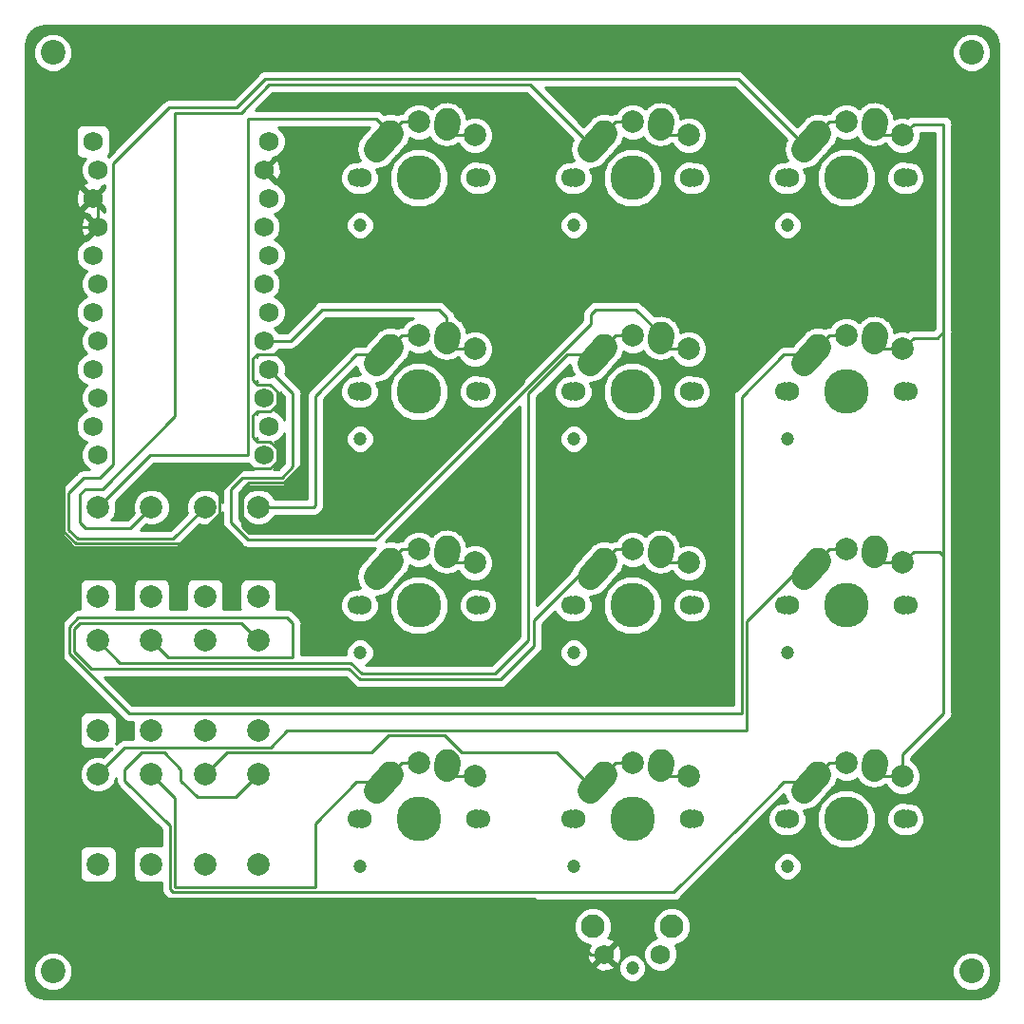
<source format=gbr>
G04 #@! TF.GenerationSoftware,KiCad,Pcbnew,(5.1.2)-1*
G04 #@! TF.CreationDate,2019-05-28T21:20:31-05:00*
G04 #@! TF.ProjectId,Main_PCB_MXALPSCHOC,4d61696e-5f50-4434-925f-4d58414c5053,rev?*
G04 #@! TF.SameCoordinates,Original*
G04 #@! TF.FileFunction,Copper,L2,Bot*
G04 #@! TF.FilePolarity,Positive*
%FSLAX46Y46*%
G04 Gerber Fmt 4.6, Leading zero omitted, Abs format (unit mm)*
G04 Created by KiCad (PCBNEW (5.1.2)-1) date 2019-05-28 21:20:31*
%MOMM*%
%LPD*%
G04 APERTURE LIST*
%ADD10C,0.100000*%
%ADD11C,2.000000*%
%ADD12C,2.250000*%
%ADD13C,1.752600*%
%ADD14C,2.100000*%
%ADD15C,1.750000*%
%ADD16C,1.198880*%
%ADD17C,1.699260*%
%ADD18C,1.750060*%
%ADD19C,2.199640*%
%ADD20C,3.987800*%
%ADD21C,0.899160*%
%ADD22C,0.990600*%
%ADD23C,1.092200*%
%ADD24C,1.300480*%
%ADD25C,1.470660*%
%ADD26C,2.250000*%
%ADD27C,0.250000*%
%ADD28C,0.254000*%
G04 APERTURE END LIST*
D10*
G36*
X41254120Y-51956530D02*
G01*
X41420460Y-51554940D01*
X41685080Y-51210080D01*
X42029940Y-50945460D01*
X42431530Y-50779110D01*
X42909040Y-50716250D01*
X126159710Y-50716250D01*
X126637220Y-50779120D01*
X127038810Y-50945460D01*
X127383670Y-51210080D01*
X127648290Y-51554940D01*
X127814640Y-51956530D01*
X127877500Y-52434040D01*
X127877500Y-135684710D01*
X127814640Y-136162220D01*
X127648290Y-136563810D01*
X127383670Y-136908670D01*
X127038810Y-137173290D01*
X126637220Y-137339640D01*
X126159710Y-137402500D01*
X42909040Y-137402500D01*
X42431530Y-137339640D01*
X42029940Y-137173290D01*
X41685080Y-136908670D01*
X41420460Y-136563810D01*
X41254120Y-136162220D01*
X41191250Y-135684710D01*
X41191250Y-134654890D01*
X41865000Y-134654890D01*
X41865000Y-135345110D01*
X42129140Y-135982800D01*
X42617200Y-136470860D01*
X43254890Y-136735000D01*
X43945110Y-136735000D01*
X44582800Y-136470860D01*
X45070860Y-135982800D01*
X45335000Y-135345110D01*
X45335000Y-134654890D01*
X45296550Y-134562060D01*
X91867550Y-134562060D01*
X91950880Y-134815950D01*
X92515310Y-135021590D01*
X93115460Y-134995580D01*
X93549120Y-134815950D01*
X93632460Y-134562060D01*
X93534740Y-134464340D01*
X94015000Y-134464340D01*
X94015000Y-134955660D01*
X94203020Y-135409570D01*
X94550430Y-135756980D01*
X95004340Y-135945000D01*
X95495660Y-135945000D01*
X95949570Y-135756980D01*
X96296980Y-135409570D01*
X96485000Y-134955660D01*
X96485000Y-134464340D01*
X96296980Y-134010430D01*
X95949570Y-133663020D01*
X95495660Y-133475000D01*
X95004340Y-133475000D01*
X94550430Y-133663020D01*
X94203020Y-134010430D01*
X94015000Y-134464340D01*
X93534740Y-134464340D01*
X92750000Y-133679610D01*
X91867550Y-134562060D01*
X45296550Y-134562060D01*
X45070860Y-134017200D01*
X44582800Y-133529140D01*
X43945110Y-133265000D01*
X43254890Y-133265000D01*
X42617200Y-133529140D01*
X42129140Y-134017200D01*
X41865000Y-134654890D01*
X41191250Y-134654890D01*
X41191250Y-130674830D01*
X90055000Y-130674830D01*
X90055000Y-131345170D01*
X90311530Y-131964480D01*
X90785520Y-132438470D01*
X91404830Y-132695000D01*
X91451970Y-132695000D01*
X91434050Y-132700880D01*
X91228410Y-133265310D01*
X91254420Y-133865460D01*
X91434050Y-134299120D01*
X91687940Y-134382460D01*
X92570400Y-133500000D01*
X92929610Y-133500000D01*
X93812060Y-134382460D01*
X94065950Y-134299120D01*
X94271590Y-133734690D01*
X94248400Y-133199640D01*
X96240000Y-133199640D01*
X96240000Y-133800360D01*
X96469880Y-134355350D01*
X96894650Y-134780120D01*
X97449640Y-135010000D01*
X98050360Y-135010000D01*
X98605350Y-134780120D01*
X98730580Y-134654890D01*
X123765000Y-134654890D01*
X123765000Y-135345110D01*
X124029140Y-135982800D01*
X124517200Y-136470860D01*
X125154890Y-136735000D01*
X125845110Y-136735000D01*
X126482800Y-136470860D01*
X126970860Y-135982800D01*
X127235000Y-135345110D01*
X127235000Y-134654890D01*
X126970860Y-134017200D01*
X126482800Y-133529140D01*
X125845110Y-133265000D01*
X125154890Y-133265000D01*
X124517200Y-133529140D01*
X124029140Y-134017200D01*
X123765000Y-134654890D01*
X98730580Y-134654890D01*
X99030120Y-134355350D01*
X99260000Y-133800360D01*
X99260000Y-133199640D01*
X99050970Y-132695000D01*
X99085170Y-132695000D01*
X99704480Y-132438470D01*
X100178470Y-131964480D01*
X100435000Y-131345170D01*
X100435000Y-130674830D01*
X100178470Y-130055520D01*
X99704480Y-129581530D01*
X99085170Y-129325000D01*
X98414830Y-129325000D01*
X97795520Y-129581530D01*
X97321530Y-130055520D01*
X97065000Y-130674830D01*
X97065000Y-131345170D01*
X97321530Y-131964480D01*
X97377100Y-132020050D01*
X96894650Y-132219880D01*
X96469880Y-132644650D01*
X96240000Y-133199640D01*
X94248400Y-133199640D01*
X94245580Y-133134540D01*
X94065950Y-132700880D01*
X93812060Y-132617550D01*
X92929610Y-133500000D01*
X92570400Y-133500000D01*
X92556250Y-133485860D01*
X92735860Y-133306250D01*
X92750000Y-133320400D01*
X93632460Y-132437940D01*
X93549120Y-132184050D01*
X93109180Y-132023770D01*
X93168470Y-131964480D01*
X93425000Y-131345170D01*
X93425000Y-130674830D01*
X93168470Y-130055520D01*
X92694480Y-129581530D01*
X92075170Y-129325000D01*
X91404830Y-129325000D01*
X90785520Y-129581530D01*
X90311530Y-130055520D01*
X90055000Y-130674830D01*
X41191250Y-130674830D01*
X41191250Y-124443750D01*
X45977560Y-124443750D01*
X45977560Y-126443750D01*
X46026840Y-126691520D01*
X46167190Y-126901560D01*
X46377240Y-127041910D01*
X46625000Y-127091190D01*
X48625000Y-127091190D01*
X48872770Y-127041910D01*
X49082810Y-126901560D01*
X49223160Y-126691520D01*
X49272440Y-126443750D01*
X49272440Y-124443750D01*
X49223160Y-124195990D01*
X49082810Y-123985940D01*
X48872770Y-123845590D01*
X48625000Y-123796310D01*
X46625000Y-123796310D01*
X46377240Y-123845590D01*
X46167190Y-123985940D01*
X46026840Y-124195990D01*
X45977560Y-124443750D01*
X41191250Y-124443750D01*
X41191250Y-92363590D01*
X44225110Y-92363590D01*
X44240000Y-92438440D01*
X44240000Y-95561560D01*
X44225110Y-95636410D01*
X44240000Y-95711260D01*
X44284100Y-95932950D01*
X44452070Y-96184340D01*
X44515530Y-96226740D01*
X45223270Y-96934480D01*
X45265670Y-96997940D01*
X45517060Y-97165910D01*
X45738750Y-97210010D01*
X45813600Y-97224900D01*
X45888450Y-97210010D01*
X54256390Y-97210010D01*
X54331240Y-97224900D01*
X54406090Y-97210010D01*
X54627780Y-97165910D01*
X54879170Y-96997940D01*
X54921570Y-96934480D01*
X56658630Y-95197430D01*
X56824780Y-95266250D01*
X57475220Y-95266250D01*
X58076150Y-95017340D01*
X58536090Y-94557400D01*
X58740000Y-94065110D01*
X58740000Y-94925150D01*
X58725110Y-95000000D01*
X58740000Y-95074850D01*
X58784100Y-95296540D01*
X58952070Y-95547930D01*
X59015530Y-95590330D01*
X60409670Y-96984480D01*
X60452070Y-97047930D01*
X60515520Y-97090330D01*
X60515530Y-97090330D01*
X60628650Y-97165910D01*
X60703460Y-97215900D01*
X60925150Y-97260000D01*
X61000000Y-97274890D01*
X61074850Y-97260000D01*
X72288740Y-97260000D01*
X72335440Y-97269290D01*
X72207940Y-97396790D01*
X72189110Y-97442250D01*
X70964250Y-98807390D01*
X70697410Y-99257700D01*
X70598150Y-99950790D01*
X70771680Y-100629120D01*
X70962520Y-100883750D01*
X70819640Y-100883750D01*
X70759290Y-100908750D01*
X70404620Y-100908750D01*
X69858820Y-101134830D01*
X69441080Y-101552570D01*
X69215000Y-102098370D01*
X69215000Y-102689140D01*
X69441080Y-103234940D01*
X69858820Y-103652670D01*
X70404620Y-103878750D01*
X70759290Y-103878750D01*
X70819640Y-103903750D01*
X71420360Y-103903750D01*
X71975350Y-103673870D01*
X72400120Y-103249100D01*
X72630000Y-102694110D01*
X72630000Y-102093390D01*
X72537810Y-101870830D01*
X73571100Y-101870830D01*
X73571100Y-102916670D01*
X73971330Y-103882900D01*
X74710850Y-104622420D01*
X75677080Y-105022650D01*
X76722920Y-105022650D01*
X77689150Y-104622420D01*
X78428670Y-103882900D01*
X78828900Y-102916670D01*
X78828900Y-102093390D01*
X79770000Y-102093390D01*
X79770000Y-102694110D01*
X79999880Y-103249100D01*
X80424650Y-103673870D01*
X80979640Y-103903750D01*
X81580360Y-103903750D01*
X81640710Y-103878750D01*
X81995390Y-103878750D01*
X82541190Y-103652670D01*
X82958920Y-103234940D01*
X83185000Y-102689140D01*
X83185000Y-102098370D01*
X82958920Y-101552570D01*
X82541190Y-101134830D01*
X81995390Y-100908750D01*
X81640710Y-100908750D01*
X81580360Y-100883750D01*
X80979640Y-100883750D01*
X80424650Y-101113630D01*
X79999880Y-101538400D01*
X79770000Y-102093390D01*
X78828900Y-102093390D01*
X78828900Y-101870830D01*
X78428670Y-100904600D01*
X77689150Y-100165080D01*
X76722920Y-99764850D01*
X75677080Y-99764850D01*
X74710850Y-100165080D01*
X73971330Y-100904600D01*
X73571100Y-101870830D01*
X72537810Y-101870830D01*
X72441840Y-101639130D01*
X72487040Y-101645600D01*
X73165370Y-101472070D01*
X73584230Y-101158160D01*
X74978020Y-99604750D01*
X75192060Y-99390710D01*
X75278080Y-99183030D01*
X75392580Y-98989800D01*
X75410800Y-98862620D01*
X75420010Y-98840380D01*
X75874780Y-99028750D01*
X76525220Y-99028750D01*
X77126150Y-98779840D01*
X77159910Y-98746080D01*
X77347750Y-99073400D01*
X77902110Y-99501090D01*
X78577950Y-99684070D01*
X79272370Y-99594500D01*
X79691890Y-99353750D01*
X79745090Y-99353750D01*
X79813910Y-99519900D01*
X80273850Y-99979840D01*
X80874780Y-100228750D01*
X81525220Y-100228750D01*
X82126150Y-99979840D01*
X82586090Y-99519900D01*
X82835000Y-98918970D01*
X82835000Y-98268530D01*
X82586090Y-97667600D01*
X82126150Y-97207660D01*
X81525220Y-96958750D01*
X80874780Y-96958750D01*
X80500000Y-97113990D01*
X80500000Y-96963660D01*
X80454940Y-96854870D01*
X80440290Y-96741350D01*
X80323910Y-96538550D01*
X80232060Y-96316790D01*
X80148970Y-96233710D01*
X80091800Y-96134070D01*
X79905990Y-95990720D01*
X79736960Y-95821690D01*
X79628860Y-95776920D01*
X79537430Y-95706380D01*
X79309730Y-95644730D01*
X79090090Y-95553750D01*
X78973710Y-95553750D01*
X78861590Y-95523390D01*
X78626260Y-95553750D01*
X78389910Y-95553750D01*
X78283030Y-95598020D01*
X78167170Y-95612970D01*
X77960200Y-95731740D01*
X77743040Y-95821690D01*
X77661680Y-95903060D01*
X77559890Y-95961470D01*
X77413450Y-96151280D01*
X77341610Y-96223120D01*
X77126150Y-96007660D01*
X76525220Y-95758750D01*
X75874780Y-95758750D01*
X75273850Y-96007660D01*
X74813910Y-96467600D01*
X74747360Y-96628280D01*
X74700000Y-96618860D01*
X74625150Y-96633750D01*
X74403460Y-96677850D01*
X74334490Y-96723930D01*
X74296050Y-96701150D01*
X74168810Y-96682930D01*
X74050090Y-96633750D01*
X73825430Y-96633750D01*
X73602950Y-96601890D01*
X73478400Y-96633750D01*
X73349910Y-96633750D01*
X73272630Y-96665760D01*
X85240000Y-84698390D01*
X85240000Y-105185200D01*
X82685200Y-107740000D01*
X71451210Y-107740000D01*
X71447900Y-107736690D01*
X71679570Y-107640730D01*
X72026980Y-107293320D01*
X72215000Y-106839410D01*
X72215000Y-106348090D01*
X72026980Y-105894180D01*
X71679570Y-105546770D01*
X71225660Y-105358750D01*
X70734340Y-105358750D01*
X70280430Y-105546770D01*
X69933020Y-105894180D01*
X69745000Y-106348090D01*
X69745000Y-106740000D01*
X65760000Y-106740000D01*
X65760000Y-104074850D01*
X65774890Y-104000000D01*
X65760000Y-103925150D01*
X65722950Y-103738890D01*
X65715900Y-103703460D01*
X65590330Y-103515530D01*
X65547930Y-103452070D01*
X65484470Y-103409670D01*
X65090330Y-103015530D01*
X65047930Y-102952070D01*
X64796540Y-102784100D01*
X64574850Y-102740000D01*
X64500000Y-102725110D01*
X64425150Y-102740000D01*
X63538310Y-102740000D01*
X63559940Y-102631250D01*
X63559940Y-100631250D01*
X63510660Y-100383490D01*
X63370310Y-100173440D01*
X63160270Y-100033090D01*
X62912500Y-99983810D01*
X60912500Y-99983810D01*
X60664740Y-100033090D01*
X60454690Y-100173440D01*
X60314340Y-100383490D01*
X60265060Y-100631250D01*
X60265060Y-102631250D01*
X60286690Y-102740000D01*
X58775810Y-102740000D01*
X58797440Y-102631250D01*
X58797440Y-100631250D01*
X58748160Y-100383490D01*
X58607810Y-100173440D01*
X58397770Y-100033090D01*
X58150000Y-99983810D01*
X56150000Y-99983810D01*
X55902240Y-100033090D01*
X55692190Y-100173440D01*
X55551840Y-100383490D01*
X55502560Y-100631250D01*
X55502560Y-102631250D01*
X55524190Y-102740000D01*
X54013310Y-102740000D01*
X54034940Y-102631250D01*
X54034940Y-100631250D01*
X53985660Y-100383490D01*
X53845310Y-100173440D01*
X53635270Y-100033090D01*
X53387500Y-99983810D01*
X51387500Y-99983810D01*
X51139740Y-100033090D01*
X50929690Y-100173440D01*
X50789340Y-100383490D01*
X50740060Y-100631250D01*
X50740060Y-102631250D01*
X50761690Y-102740000D01*
X49250810Y-102740000D01*
X49272440Y-102631250D01*
X49272440Y-100631250D01*
X49223160Y-100383490D01*
X49082810Y-100173440D01*
X48872770Y-100033090D01*
X48625000Y-99983810D01*
X46625000Y-99983810D01*
X46377240Y-100033090D01*
X46167190Y-100173440D01*
X46026840Y-100383490D01*
X45977560Y-100631250D01*
X45977560Y-102631250D01*
X45999190Y-102740000D01*
X45938440Y-102740000D01*
X45863590Y-102725110D01*
X45788740Y-102740000D01*
X45615200Y-102774520D01*
X45567050Y-102784100D01*
X45425000Y-102879020D01*
X45315660Y-102952070D01*
X45273260Y-103015530D01*
X44565520Y-103723270D01*
X44502060Y-103765670D01*
X44459660Y-103829130D01*
X44334090Y-104017060D01*
X44275100Y-104313600D01*
X44289990Y-104388450D01*
X44289990Y-106611550D01*
X44275100Y-106686400D01*
X44289990Y-106761250D01*
X44334090Y-106982940D01*
X44502060Y-107234330D01*
X44565520Y-107276730D01*
X49773260Y-112484470D01*
X49815660Y-112547930D01*
X50067050Y-112715900D01*
X50288740Y-112760000D01*
X50363590Y-112774890D01*
X50438440Y-112760000D01*
X50740060Y-112760000D01*
X50740060Y-114289990D01*
X50093610Y-114289990D01*
X50018760Y-114275100D01*
X49943910Y-114289990D01*
X49770370Y-114324510D01*
X49722220Y-114334090D01*
X49535180Y-114459070D01*
X49470830Y-114502060D01*
X49428430Y-114565520D01*
X49226750Y-114767200D01*
X49272440Y-114537500D01*
X49272440Y-112537500D01*
X49223160Y-112289740D01*
X49082810Y-112079690D01*
X48872770Y-111939340D01*
X48625000Y-111890060D01*
X46625000Y-111890060D01*
X46377240Y-111939340D01*
X46167190Y-112079690D01*
X46026840Y-112289740D01*
X45977560Y-112537500D01*
X45977560Y-114537500D01*
X46026840Y-114785270D01*
X46167190Y-114995310D01*
X46377240Y-115135660D01*
X46625000Y-115184940D01*
X48625000Y-115184940D01*
X48854700Y-115139250D01*
X48116380Y-115877570D01*
X47950220Y-115808750D01*
X47299780Y-115808750D01*
X46698850Y-116057660D01*
X46238910Y-116517600D01*
X45990000Y-117118530D01*
X45990000Y-117768970D01*
X46238910Y-118369900D01*
X46698850Y-118829840D01*
X47299780Y-119078750D01*
X47950220Y-119078750D01*
X48551150Y-118829840D01*
X49011090Y-118369900D01*
X49240000Y-117817260D01*
X49240000Y-117925150D01*
X49225110Y-118000000D01*
X49240000Y-118074850D01*
X49284100Y-118296540D01*
X49452070Y-118547930D01*
X49515530Y-118590330D01*
X53289990Y-122364790D01*
X53289990Y-123796310D01*
X51387500Y-123796310D01*
X51139740Y-123845590D01*
X50929690Y-123985940D01*
X50789340Y-124195990D01*
X50740060Y-124443750D01*
X50740060Y-126443750D01*
X50789340Y-126691520D01*
X50929690Y-126901560D01*
X51139740Y-127041910D01*
X51387500Y-127091190D01*
X53289990Y-127091190D01*
X53289990Y-127611550D01*
X53275100Y-127686400D01*
X53289990Y-127761250D01*
X53334090Y-127982940D01*
X53502060Y-128234330D01*
X53565520Y-128276730D01*
X53723270Y-128434480D01*
X53765670Y-128497940D01*
X54017060Y-128665910D01*
X54238750Y-128710010D01*
X54313600Y-128724900D01*
X54388450Y-128710010D01*
X98874680Y-128710010D01*
X98949530Y-128724900D01*
X99024370Y-128710010D01*
X99024380Y-128710010D01*
X99246060Y-128665910D01*
X99497460Y-128497940D01*
X99539860Y-128434480D01*
X102576250Y-125398090D01*
X107845000Y-125398090D01*
X107845000Y-125889410D01*
X108033020Y-126343320D01*
X108380430Y-126690730D01*
X108834340Y-126878750D01*
X109325660Y-126878750D01*
X109779570Y-126690730D01*
X110126980Y-126343320D01*
X110315000Y-125889410D01*
X110315000Y-125398090D01*
X110126980Y-124944180D01*
X109779570Y-124596770D01*
X109325660Y-124408750D01*
X108834340Y-124408750D01*
X108380430Y-124596770D01*
X108033020Y-124944180D01*
X107845000Y-125398090D01*
X102576250Y-125398090D01*
X108754250Y-119220090D01*
X108871680Y-119679120D01*
X109062520Y-119933750D01*
X108919640Y-119933750D01*
X108859290Y-119958750D01*
X108504620Y-119958750D01*
X107958820Y-120184830D01*
X107541080Y-120602570D01*
X107315000Y-121148370D01*
X107315000Y-121739140D01*
X107541080Y-122284940D01*
X107958820Y-122702670D01*
X108504620Y-122928750D01*
X108859290Y-122928750D01*
X108919640Y-122953750D01*
X109520360Y-122953750D01*
X110075350Y-122723870D01*
X110500120Y-122299100D01*
X110730000Y-121744110D01*
X110730000Y-121143390D01*
X110637810Y-120920830D01*
X111671100Y-120920830D01*
X111671100Y-121966670D01*
X112071330Y-122932900D01*
X112810850Y-123672420D01*
X113777080Y-124072650D01*
X114822920Y-124072650D01*
X115789150Y-123672420D01*
X116528670Y-122932900D01*
X116928900Y-121966670D01*
X116928900Y-121143390D01*
X117870000Y-121143390D01*
X117870000Y-121744110D01*
X118099880Y-122299100D01*
X118524650Y-122723870D01*
X119079640Y-122953750D01*
X119680360Y-122953750D01*
X119740710Y-122928750D01*
X120095390Y-122928750D01*
X120641190Y-122702670D01*
X121058920Y-122284940D01*
X121285000Y-121739140D01*
X121285000Y-121148370D01*
X121058920Y-120602570D01*
X120641190Y-120184830D01*
X120095390Y-119958750D01*
X119740710Y-119958750D01*
X119680360Y-119933750D01*
X119079640Y-119933750D01*
X118524650Y-120163630D01*
X118099880Y-120588400D01*
X117870000Y-121143390D01*
X116928900Y-121143390D01*
X116928900Y-120920830D01*
X116528670Y-119954600D01*
X115789150Y-119215080D01*
X114822920Y-118814850D01*
X113777080Y-118814850D01*
X112810850Y-119215080D01*
X112071330Y-119954600D01*
X111671100Y-120920830D01*
X110637810Y-120920830D01*
X110541840Y-120689130D01*
X110587040Y-120695600D01*
X111265370Y-120522070D01*
X111684230Y-120208160D01*
X113078020Y-118654750D01*
X113292060Y-118440710D01*
X113378080Y-118233030D01*
X113492580Y-118039800D01*
X113510800Y-117912620D01*
X113520010Y-117890380D01*
X113974780Y-118078750D01*
X114625220Y-118078750D01*
X115226150Y-117829840D01*
X115259910Y-117796080D01*
X115447750Y-118123400D01*
X116002110Y-118551090D01*
X116677950Y-118734070D01*
X117372370Y-118644500D01*
X117791890Y-118403750D01*
X117845090Y-118403750D01*
X117913910Y-118569900D01*
X118373850Y-119029840D01*
X118974780Y-119278750D01*
X119625220Y-119278750D01*
X120226150Y-119029840D01*
X120686090Y-118569900D01*
X120935000Y-117968970D01*
X120935000Y-117318530D01*
X120686090Y-116717600D01*
X120226150Y-116257660D01*
X120060000Y-116188840D01*
X120060000Y-116014800D01*
X123484470Y-112590330D01*
X123547930Y-112547930D01*
X123715900Y-112296540D01*
X123760000Y-112074850D01*
X123774890Y-112000000D01*
X123760000Y-111925150D01*
X123760000Y-98074850D01*
X123774890Y-98000000D01*
X123760000Y-97925150D01*
X123760000Y-78074850D01*
X123774890Y-78000000D01*
X123760000Y-77925150D01*
X123760000Y-59574850D01*
X123774890Y-59500000D01*
X123760000Y-59425150D01*
X123715900Y-59203460D01*
X123547930Y-58952070D01*
X123544180Y-58949570D01*
X123541680Y-58945820D01*
X123290290Y-58777850D01*
X123068600Y-58733750D01*
X122993750Y-58718860D01*
X122918900Y-58733750D01*
X120374850Y-58733750D01*
X120300000Y-58718860D01*
X120225150Y-58733750D01*
X120003460Y-58777850D01*
X119783970Y-58924510D01*
X119625220Y-58858750D01*
X118974780Y-58858750D01*
X118600000Y-59013990D01*
X118600000Y-58863660D01*
X118554940Y-58754870D01*
X118540290Y-58641350D01*
X118423910Y-58438550D01*
X118332060Y-58216790D01*
X118248970Y-58133710D01*
X118191800Y-58034070D01*
X118005990Y-57890720D01*
X117836960Y-57721690D01*
X117728860Y-57676920D01*
X117637430Y-57606380D01*
X117409730Y-57544730D01*
X117190090Y-57453750D01*
X117073710Y-57453750D01*
X116961590Y-57423390D01*
X116726260Y-57453750D01*
X116489910Y-57453750D01*
X116383030Y-57498020D01*
X116267170Y-57512970D01*
X116060200Y-57631740D01*
X115843040Y-57721690D01*
X115761680Y-57803060D01*
X115659890Y-57861470D01*
X115513450Y-58051280D01*
X115441610Y-58123120D01*
X115226150Y-57907660D01*
X114625220Y-57658750D01*
X113974780Y-57658750D01*
X113373850Y-57907660D01*
X112913910Y-58367600D01*
X112847360Y-58528280D01*
X112800000Y-58518860D01*
X112725150Y-58533750D01*
X112503460Y-58577850D01*
X112434490Y-58623930D01*
X112396050Y-58601150D01*
X112268810Y-58582930D01*
X112150090Y-58533750D01*
X111925430Y-58533750D01*
X111702950Y-58501890D01*
X111578400Y-58533750D01*
X111449910Y-58533750D01*
X111242380Y-58619710D01*
X111024620Y-58675420D01*
X110921740Y-58752530D01*
X110803040Y-58801690D01*
X110644210Y-58960520D01*
X110605770Y-58989340D01*
X110521660Y-59083080D01*
X110307940Y-59296790D01*
X110289110Y-59342250D01*
X109960050Y-59709000D01*
X105266580Y-55015530D01*
X105224180Y-54952070D01*
X104972790Y-54784100D01*
X104751100Y-54740000D01*
X104676250Y-54725110D01*
X104601400Y-54740000D01*
X62574850Y-54740000D01*
X62500000Y-54725110D01*
X62425150Y-54740000D01*
X62203460Y-54784100D01*
X61952070Y-54952070D01*
X61909670Y-55015530D01*
X59685200Y-57240000D01*
X54074850Y-57240000D01*
X54000000Y-57225110D01*
X53925150Y-57240000D01*
X53751610Y-57274520D01*
X53703460Y-57284100D01*
X53516420Y-57409080D01*
X53452070Y-57452070D01*
X53409670Y-57515530D01*
X48550550Y-62374650D01*
X48507340Y-62331440D01*
X48625860Y-62154070D01*
X48675140Y-61906300D01*
X48675140Y-60153700D01*
X48625860Y-59905940D01*
X48485510Y-59695890D01*
X48275470Y-59555540D01*
X48027700Y-59506260D01*
X46275100Y-59506260D01*
X46027340Y-59555540D01*
X45817290Y-59695890D01*
X45676940Y-59905940D01*
X45627660Y-60153700D01*
X45627660Y-61906300D01*
X45676940Y-62154070D01*
X45817290Y-62364110D01*
X46027340Y-62504460D01*
X46275100Y-62553740D01*
X46487560Y-62553740D01*
X46327380Y-62713920D01*
X46097300Y-63269380D01*
X46097300Y-63870620D01*
X46327380Y-64426080D01*
X46593880Y-64692580D01*
X46351500Y-64792970D01*
X46268000Y-65047000D01*
X47151400Y-65930400D01*
X48034800Y-65047000D01*
X48029670Y-65031410D01*
X48240000Y-64944280D01*
X48240000Y-65235020D01*
X48214400Y-65226600D01*
X47331010Y-66110000D01*
X48214400Y-66993400D01*
X48240000Y-66984980D01*
X48240000Y-67271570D01*
X48027810Y-67194250D01*
X48034800Y-67173000D01*
X47151400Y-66289610D01*
X46268000Y-67173000D01*
X46351500Y-67427030D01*
X46732190Y-67565750D01*
X46725200Y-67587000D01*
X47608600Y-68470400D01*
X47622740Y-68456250D01*
X47802350Y-68635860D01*
X47788210Y-68650000D01*
X47802350Y-68664140D01*
X47622740Y-68843750D01*
X47608600Y-68829610D01*
X46725200Y-69713000D01*
X46730330Y-69728590D01*
X46295320Y-69908780D01*
X45870180Y-70333920D01*
X45640100Y-70889380D01*
X45640100Y-71490620D01*
X45870180Y-72046080D01*
X46295320Y-72471220D01*
X46602740Y-72598560D01*
X46327380Y-72873920D01*
X46097300Y-73429380D01*
X46097300Y-74030620D01*
X46327380Y-74586080D01*
X46602740Y-74861440D01*
X46295320Y-74988780D01*
X45870180Y-75413920D01*
X45640100Y-75969380D01*
X45640100Y-76570620D01*
X45870180Y-77126080D01*
X46295320Y-77551220D01*
X46602740Y-77678560D01*
X46327380Y-77953920D01*
X46097300Y-78509380D01*
X46097300Y-79110620D01*
X46327380Y-79666080D01*
X46602740Y-79941440D01*
X46295320Y-80068780D01*
X45870180Y-80493920D01*
X45640100Y-81049380D01*
X45640100Y-81650620D01*
X45870180Y-82206080D01*
X46295320Y-82631220D01*
X46602740Y-82758560D01*
X46327380Y-83033920D01*
X46097300Y-83589380D01*
X46097300Y-84190620D01*
X46327380Y-84746080D01*
X46602740Y-85021440D01*
X46295320Y-85148780D01*
X45870180Y-85573920D01*
X45640100Y-86129380D01*
X45640100Y-86730620D01*
X45870180Y-87286080D01*
X46295320Y-87711220D01*
X46602740Y-87838560D01*
X46327380Y-88113920D01*
X46097300Y-88669380D01*
X46097300Y-89270620D01*
X46327380Y-89826080D01*
X46752520Y-90251220D01*
X46846120Y-90289990D01*
X46388450Y-90289990D01*
X46313600Y-90275100D01*
X46017060Y-90334090D01*
X45829130Y-90459660D01*
X45829120Y-90459670D01*
X45765670Y-90502060D01*
X45723270Y-90565520D01*
X44515530Y-91773260D01*
X44452070Y-91815660D01*
X44409670Y-91879120D01*
X44284100Y-92067050D01*
X44225110Y-92363590D01*
X41191250Y-92363590D01*
X41191250Y-68415000D01*
X46085720Y-68415000D01*
X46111710Y-69015670D01*
X46291570Y-69449900D01*
X46545600Y-69533400D01*
X47429000Y-68650000D01*
X46545600Y-67766600D01*
X46291570Y-67850100D01*
X46085720Y-68415000D01*
X41191250Y-68415000D01*
X41191250Y-65875000D01*
X45628520Y-65875000D01*
X45654510Y-66475670D01*
X45834370Y-66909900D01*
X46088400Y-66993400D01*
X46971800Y-66110000D01*
X46088400Y-65226600D01*
X45834370Y-65310100D01*
X45628520Y-65875000D01*
X41191250Y-65875000D01*
X41191250Y-52754890D01*
X41865000Y-52754890D01*
X41865000Y-53445110D01*
X42129140Y-54082800D01*
X42617200Y-54570860D01*
X43254890Y-54835000D01*
X43945110Y-54835000D01*
X44582800Y-54570860D01*
X45070860Y-54082800D01*
X45335000Y-53445110D01*
X45335000Y-52754890D01*
X123765000Y-52754890D01*
X123765000Y-53445110D01*
X124029140Y-54082800D01*
X124517200Y-54570860D01*
X125154890Y-54835000D01*
X125845110Y-54835000D01*
X126482800Y-54570860D01*
X126970860Y-54082800D01*
X127235000Y-53445110D01*
X127235000Y-52754890D01*
X126970860Y-52117200D01*
X126482800Y-51629140D01*
X125845110Y-51365000D01*
X125154890Y-51365000D01*
X124517200Y-51629140D01*
X124029140Y-52117200D01*
X123765000Y-52754890D01*
X45335000Y-52754890D01*
X45070860Y-52117200D01*
X44582800Y-51629140D01*
X43945110Y-51365000D01*
X43254890Y-51365000D01*
X42617200Y-51629140D01*
X42129140Y-52117200D01*
X41865000Y-52754890D01*
X41191250Y-52754890D01*
X41191250Y-52434040D01*
X41254120Y-51956530D01*
G37*
G36*
X72487040Y-63545600D02*
G01*
X73165370Y-63372070D01*
X73584230Y-63058160D01*
X74225610Y-62343320D01*
X74287930Y-62301680D01*
X74360730Y-62192730D01*
X74978020Y-61504750D01*
X75192060Y-61290710D01*
X75278080Y-61083030D01*
X75392580Y-60889800D01*
X75410800Y-60762620D01*
X75420010Y-60740380D01*
X75874780Y-60928750D01*
X76525220Y-60928750D01*
X77126150Y-60679840D01*
X77159910Y-60646080D01*
X77347750Y-60973400D01*
X77902110Y-61401090D01*
X78577950Y-61584070D01*
X79272370Y-61494500D01*
X79691890Y-61253750D01*
X79745090Y-61253750D01*
X79813910Y-61419900D01*
X80273850Y-61879840D01*
X80874780Y-62128750D01*
X81525220Y-62128750D01*
X82126150Y-61879840D01*
X82586090Y-61419900D01*
X82835000Y-60818970D01*
X82835000Y-60168530D01*
X82586090Y-59567600D01*
X82126150Y-59107660D01*
X81525220Y-58858750D01*
X80874780Y-58858750D01*
X80500000Y-59013990D01*
X80500000Y-58863660D01*
X80454940Y-58754870D01*
X80440290Y-58641350D01*
X80323910Y-58438550D01*
X80232060Y-58216790D01*
X80148970Y-58133710D01*
X80091800Y-58034070D01*
X79905990Y-57890720D01*
X79736960Y-57721690D01*
X79628860Y-57676920D01*
X79537430Y-57606380D01*
X79309730Y-57544730D01*
X79090090Y-57453750D01*
X78973710Y-57453750D01*
X78861590Y-57423390D01*
X78626260Y-57453750D01*
X78389910Y-57453750D01*
X78283030Y-57498020D01*
X78167170Y-57512970D01*
X77960200Y-57631740D01*
X77743040Y-57721690D01*
X77661680Y-57803060D01*
X77559890Y-57861470D01*
X77413450Y-58051280D01*
X77341610Y-58123120D01*
X77126150Y-57907660D01*
X76525220Y-57658750D01*
X75874780Y-57658750D01*
X75273850Y-57907660D01*
X74813910Y-58367600D01*
X74747360Y-58528280D01*
X74700000Y-58518860D01*
X74625150Y-58533750D01*
X74403460Y-58577850D01*
X74334490Y-58623930D01*
X74296050Y-58601150D01*
X74168810Y-58582930D01*
X74050090Y-58533750D01*
X73825430Y-58533750D01*
X73602950Y-58501890D01*
X73478400Y-58533750D01*
X73349910Y-58533750D01*
X73142380Y-58619710D01*
X73109240Y-58628190D01*
X72996580Y-58515530D01*
X72954180Y-58452070D01*
X72702790Y-58284100D01*
X72481100Y-58240000D01*
X72406250Y-58225110D01*
X72331400Y-58240000D01*
X61698390Y-58240000D01*
X63178390Y-56760000D01*
X85811450Y-56760000D01*
X89919210Y-60867760D01*
X89747410Y-61157700D01*
X89648150Y-61850790D01*
X89821680Y-62529120D01*
X90012520Y-62783750D01*
X89869640Y-62783750D01*
X89809290Y-62808750D01*
X89454620Y-62808750D01*
X88908820Y-63034830D01*
X88491080Y-63452570D01*
X88265000Y-63998370D01*
X88265000Y-64589140D01*
X88491080Y-65134940D01*
X88908820Y-65552670D01*
X89454620Y-65778750D01*
X89809290Y-65778750D01*
X89869640Y-65803750D01*
X90470360Y-65803750D01*
X91025350Y-65573870D01*
X91450120Y-65149100D01*
X91680000Y-64594110D01*
X91680000Y-63993390D01*
X91587810Y-63770830D01*
X92621100Y-63770830D01*
X92621100Y-64816670D01*
X93021330Y-65782900D01*
X93760850Y-66522420D01*
X94727080Y-66922650D01*
X95772920Y-66922650D01*
X96739150Y-66522420D01*
X97478670Y-65782900D01*
X97878900Y-64816670D01*
X97878900Y-63993390D01*
X98820000Y-63993390D01*
X98820000Y-64594110D01*
X99049880Y-65149100D01*
X99474650Y-65573870D01*
X100029640Y-65803750D01*
X100630360Y-65803750D01*
X100690710Y-65778750D01*
X101045390Y-65778750D01*
X101591190Y-65552670D01*
X102008920Y-65134940D01*
X102235000Y-64589140D01*
X102235000Y-63998370D01*
X102008920Y-63452570D01*
X101591190Y-63034830D01*
X101045390Y-62808750D01*
X100690710Y-62808750D01*
X100630360Y-62783750D01*
X100029640Y-62783750D01*
X99474650Y-63013630D01*
X99049880Y-63438400D01*
X98820000Y-63993390D01*
X97878900Y-63993390D01*
X97878900Y-63770830D01*
X97478670Y-62804600D01*
X96739150Y-62065080D01*
X95772920Y-61664850D01*
X94727080Y-61664850D01*
X93760850Y-62065080D01*
X93021330Y-62804600D01*
X92621100Y-63770830D01*
X91587810Y-63770830D01*
X91491840Y-63539130D01*
X91537040Y-63545600D01*
X92215370Y-63372070D01*
X92634230Y-63058160D01*
X93275610Y-62343320D01*
X93337930Y-62301680D01*
X93410730Y-62192730D01*
X94028020Y-61504750D01*
X94242060Y-61290710D01*
X94328080Y-61083030D01*
X94442580Y-60889800D01*
X94460800Y-60762620D01*
X94470010Y-60740380D01*
X94924780Y-60928750D01*
X95575220Y-60928750D01*
X96176150Y-60679840D01*
X96209910Y-60646080D01*
X96397750Y-60973400D01*
X96952110Y-61401090D01*
X97627950Y-61584070D01*
X98322370Y-61494500D01*
X98741890Y-61253750D01*
X98795090Y-61253750D01*
X98863910Y-61419900D01*
X99323850Y-61879840D01*
X99924780Y-62128750D01*
X100575220Y-62128750D01*
X101176150Y-61879840D01*
X101636090Y-61419900D01*
X101885000Y-60818970D01*
X101885000Y-60168530D01*
X101636090Y-59567600D01*
X101176150Y-59107660D01*
X100575220Y-58858750D01*
X99924780Y-58858750D01*
X99550000Y-59013990D01*
X99550000Y-58863660D01*
X99504940Y-58754870D01*
X99490290Y-58641350D01*
X99373910Y-58438550D01*
X99282060Y-58216790D01*
X99198970Y-58133710D01*
X99141800Y-58034070D01*
X98955990Y-57890720D01*
X98786960Y-57721690D01*
X98678860Y-57676920D01*
X98587430Y-57606380D01*
X98359730Y-57544730D01*
X98140090Y-57453750D01*
X98023710Y-57453750D01*
X97911590Y-57423390D01*
X97676260Y-57453750D01*
X97439910Y-57453750D01*
X97333030Y-57498020D01*
X97217170Y-57512970D01*
X97010200Y-57631740D01*
X96793040Y-57721690D01*
X96711680Y-57803060D01*
X96609890Y-57861470D01*
X96463450Y-58051280D01*
X96391610Y-58123120D01*
X96176150Y-57907660D01*
X95575220Y-57658750D01*
X94924780Y-57658750D01*
X94323850Y-57907660D01*
X93863910Y-58367600D01*
X93797360Y-58528280D01*
X93750000Y-58518860D01*
X93675150Y-58533750D01*
X93453460Y-58577850D01*
X93384490Y-58623930D01*
X93346050Y-58601150D01*
X93218810Y-58582930D01*
X93100090Y-58533750D01*
X92875430Y-58533750D01*
X92652950Y-58501890D01*
X92528400Y-58533750D01*
X92399910Y-58533750D01*
X92192380Y-58619710D01*
X91974620Y-58675420D01*
X91871740Y-58752530D01*
X91753040Y-58801690D01*
X91594210Y-58960520D01*
X91555770Y-58989340D01*
X91471660Y-59083080D01*
X91257940Y-59296790D01*
X91239110Y-59342250D01*
X90910050Y-59709000D01*
X87461050Y-56260000D01*
X104361450Y-56260000D01*
X108969210Y-60867760D01*
X108797410Y-61157700D01*
X108698150Y-61850790D01*
X108871680Y-62529120D01*
X109062520Y-62783750D01*
X108919640Y-62783750D01*
X108859290Y-62808750D01*
X108504620Y-62808750D01*
X107958820Y-63034830D01*
X107541080Y-63452570D01*
X107315000Y-63998370D01*
X107315000Y-64589140D01*
X107541080Y-65134940D01*
X107958820Y-65552670D01*
X108504620Y-65778750D01*
X108859290Y-65778750D01*
X108919640Y-65803750D01*
X109520360Y-65803750D01*
X110075350Y-65573870D01*
X110500120Y-65149100D01*
X110730000Y-64594110D01*
X110730000Y-63993390D01*
X110637810Y-63770830D01*
X111671100Y-63770830D01*
X111671100Y-64816670D01*
X112071330Y-65782900D01*
X112810850Y-66522420D01*
X113777080Y-66922650D01*
X114822920Y-66922650D01*
X115789150Y-66522420D01*
X116528670Y-65782900D01*
X116928900Y-64816670D01*
X116928900Y-63993390D01*
X117870000Y-63993390D01*
X117870000Y-64594110D01*
X118099880Y-65149100D01*
X118524650Y-65573870D01*
X119079640Y-65803750D01*
X119680360Y-65803750D01*
X119740710Y-65778750D01*
X120095390Y-65778750D01*
X120641190Y-65552670D01*
X121058920Y-65134940D01*
X121285000Y-64589140D01*
X121285000Y-63998370D01*
X121058920Y-63452570D01*
X120641190Y-63034830D01*
X120095390Y-62808750D01*
X119740710Y-62808750D01*
X119680360Y-62783750D01*
X119079640Y-62783750D01*
X118524650Y-63013630D01*
X118099880Y-63438400D01*
X117870000Y-63993390D01*
X116928900Y-63993390D01*
X116928900Y-63770830D01*
X116528670Y-62804600D01*
X115789150Y-62065080D01*
X114822920Y-61664850D01*
X113777080Y-61664850D01*
X112810850Y-62065080D01*
X112071330Y-62804600D01*
X111671100Y-63770830D01*
X110637810Y-63770830D01*
X110541840Y-63539130D01*
X110587040Y-63545600D01*
X111265370Y-63372070D01*
X111684230Y-63058160D01*
X112325610Y-62343320D01*
X112387930Y-62301680D01*
X112460730Y-62192730D01*
X113078020Y-61504750D01*
X113292060Y-61290710D01*
X113378080Y-61083030D01*
X113492580Y-60889800D01*
X113510800Y-60762620D01*
X113520010Y-60740380D01*
X113974780Y-60928750D01*
X114625220Y-60928750D01*
X115226150Y-60679840D01*
X115259910Y-60646080D01*
X115447750Y-60973400D01*
X116002110Y-61401090D01*
X116677950Y-61584070D01*
X117372370Y-61494500D01*
X117791890Y-61253750D01*
X117845090Y-61253750D01*
X117913910Y-61419900D01*
X118373850Y-61879840D01*
X118974780Y-62128750D01*
X119625220Y-62128750D01*
X120226150Y-61879840D01*
X120686090Y-61419900D01*
X120935000Y-60818970D01*
X120935000Y-60253750D01*
X122240000Y-60253750D01*
X122240000Y-77685200D01*
X122141450Y-77783750D01*
X120374850Y-77783750D01*
X120300000Y-77768860D01*
X120225150Y-77783750D01*
X120003460Y-77827850D01*
X119783970Y-77974510D01*
X119625220Y-77908750D01*
X118974780Y-77908750D01*
X118600000Y-78063990D01*
X118600000Y-77913660D01*
X118554940Y-77804870D01*
X118540290Y-77691350D01*
X118423910Y-77488550D01*
X118332060Y-77266790D01*
X118248970Y-77183710D01*
X118191800Y-77084070D01*
X118005990Y-76940720D01*
X117836960Y-76771690D01*
X117728860Y-76726920D01*
X117637430Y-76656380D01*
X117409730Y-76594730D01*
X117190090Y-76503750D01*
X117073710Y-76503750D01*
X116961590Y-76473390D01*
X116726260Y-76503750D01*
X116489910Y-76503750D01*
X116383030Y-76548020D01*
X116267170Y-76562970D01*
X116060200Y-76681740D01*
X115843040Y-76771690D01*
X115761680Y-76853060D01*
X115659890Y-76911470D01*
X115513450Y-77101280D01*
X115441610Y-77173120D01*
X115226150Y-76957660D01*
X114625220Y-76708750D01*
X113974780Y-76708750D01*
X113373850Y-76957660D01*
X112913910Y-77417600D01*
X112847360Y-77578280D01*
X112800000Y-77568860D01*
X112725150Y-77583750D01*
X112503460Y-77627850D01*
X112434490Y-77673930D01*
X112396050Y-77651150D01*
X112268810Y-77632930D01*
X112150090Y-77583750D01*
X111925430Y-77583750D01*
X111702950Y-77551890D01*
X111578400Y-77583750D01*
X111449910Y-77583750D01*
X111242380Y-77669710D01*
X111024620Y-77725420D01*
X110921740Y-77802530D01*
X110803040Y-77851690D01*
X110644210Y-78010520D01*
X110605770Y-78039340D01*
X110521660Y-78133080D01*
X110307940Y-78346790D01*
X110289110Y-78392250D01*
X109489220Y-79283750D01*
X108830630Y-79283750D01*
X108755790Y-79268860D01*
X108680940Y-79283750D01*
X108459250Y-79327850D01*
X108207860Y-79495820D01*
X108165460Y-79559280D01*
X104515530Y-83209210D01*
X104452070Y-83251610D01*
X104284100Y-83503000D01*
X104240000Y-83724690D01*
X104225110Y-83799540D01*
X104240000Y-83874380D01*
X104240000Y-111240000D01*
X50678390Y-111240000D01*
X48198390Y-108760000D01*
X69685200Y-108760000D01*
X70409670Y-109484470D01*
X70452070Y-109547930D01*
X70703460Y-109715900D01*
X70925150Y-109760000D01*
X71000000Y-109774890D01*
X71074850Y-109760000D01*
X83425150Y-109760000D01*
X83500000Y-109774890D01*
X83574850Y-109760000D01*
X83796540Y-109715900D01*
X84047930Y-109547930D01*
X84090330Y-109484470D01*
X86984470Y-106590330D01*
X87047930Y-106547930D01*
X87111980Y-106452070D01*
X87181460Y-106348090D01*
X88795000Y-106348090D01*
X88795000Y-106839410D01*
X88983020Y-107293320D01*
X89330430Y-107640730D01*
X89784340Y-107828750D01*
X90275660Y-107828750D01*
X90729570Y-107640730D01*
X91076980Y-107293320D01*
X91265000Y-106839410D01*
X91265000Y-106348090D01*
X91076980Y-105894180D01*
X90729570Y-105546770D01*
X90275660Y-105358750D01*
X89784340Y-105358750D01*
X89330430Y-105546770D01*
X88983020Y-105894180D01*
X88795000Y-106348090D01*
X87181460Y-106348090D01*
X87215900Y-106296540D01*
X87231940Y-106215900D01*
X87260000Y-106074850D01*
X87274890Y-106000000D01*
X87260000Y-105925150D01*
X87260000Y-104028550D01*
X88362950Y-102925600D01*
X88491080Y-103234940D01*
X88908820Y-103652670D01*
X89454620Y-103878750D01*
X89809290Y-103878750D01*
X89869640Y-103903750D01*
X90470360Y-103903750D01*
X91025350Y-103673870D01*
X91450120Y-103249100D01*
X91680000Y-102694110D01*
X91680000Y-102093390D01*
X91587810Y-101870830D01*
X92621100Y-101870830D01*
X92621100Y-102916670D01*
X93021330Y-103882900D01*
X93760850Y-104622420D01*
X94727080Y-105022650D01*
X95772920Y-105022650D01*
X96739150Y-104622420D01*
X97478670Y-103882900D01*
X97878900Y-102916670D01*
X97878900Y-102093390D01*
X98820000Y-102093390D01*
X98820000Y-102694110D01*
X99049880Y-103249100D01*
X99474650Y-103673870D01*
X100029640Y-103903750D01*
X100630360Y-103903750D01*
X100690710Y-103878750D01*
X101045390Y-103878750D01*
X101591190Y-103652670D01*
X102008920Y-103234940D01*
X102235000Y-102689140D01*
X102235000Y-102098370D01*
X102008920Y-101552570D01*
X101591190Y-101134830D01*
X101045390Y-100908750D01*
X100690710Y-100908750D01*
X100630360Y-100883750D01*
X100029640Y-100883750D01*
X99474650Y-101113630D01*
X99049880Y-101538400D01*
X98820000Y-102093390D01*
X97878900Y-102093390D01*
X97878900Y-101870830D01*
X97478670Y-100904600D01*
X96739150Y-100165080D01*
X95772920Y-99764850D01*
X94727080Y-99764850D01*
X93760850Y-100165080D01*
X93021330Y-100904600D01*
X92621100Y-101870830D01*
X91587810Y-101870830D01*
X91491840Y-101639130D01*
X91537040Y-101645600D01*
X92215370Y-101472070D01*
X92634230Y-101158160D01*
X94028020Y-99604750D01*
X94242060Y-99390710D01*
X94328080Y-99183030D01*
X94442580Y-98989800D01*
X94460800Y-98862620D01*
X94470010Y-98840380D01*
X94924780Y-99028750D01*
X95575220Y-99028750D01*
X96176150Y-98779840D01*
X96209910Y-98746080D01*
X96397750Y-99073400D01*
X96952110Y-99501090D01*
X97627950Y-99684070D01*
X98322370Y-99594500D01*
X98741890Y-99353750D01*
X98795090Y-99353750D01*
X98863910Y-99519900D01*
X99323850Y-99979840D01*
X99924780Y-100228750D01*
X100575220Y-100228750D01*
X101176150Y-99979840D01*
X101636090Y-99519900D01*
X101885000Y-98918970D01*
X101885000Y-98268530D01*
X101636090Y-97667600D01*
X101176150Y-97207660D01*
X100575220Y-96958750D01*
X99924780Y-96958750D01*
X99550000Y-97113990D01*
X99550000Y-96963660D01*
X99504940Y-96854870D01*
X99490290Y-96741350D01*
X99373910Y-96538550D01*
X99282060Y-96316790D01*
X99198970Y-96233710D01*
X99141800Y-96134070D01*
X98955990Y-95990720D01*
X98786960Y-95821690D01*
X98678860Y-95776920D01*
X98587430Y-95706380D01*
X98359730Y-95644730D01*
X98140090Y-95553750D01*
X98023710Y-95553750D01*
X97911590Y-95523390D01*
X97676260Y-95553750D01*
X97439910Y-95553750D01*
X97333030Y-95598020D01*
X97217170Y-95612970D01*
X97010200Y-95731740D01*
X96793040Y-95821690D01*
X96711680Y-95903060D01*
X96609890Y-95961470D01*
X96463450Y-96151280D01*
X96391610Y-96223120D01*
X96176150Y-96007660D01*
X95575220Y-95758750D01*
X94924780Y-95758750D01*
X94323850Y-96007660D01*
X93863910Y-96467600D01*
X93797360Y-96628280D01*
X93750000Y-96618860D01*
X93675150Y-96633750D01*
X93453460Y-96677850D01*
X93384490Y-96723930D01*
X93346050Y-96701150D01*
X93218810Y-96682930D01*
X93100090Y-96633750D01*
X92875430Y-96633750D01*
X92652950Y-96601890D01*
X92528400Y-96633750D01*
X92399910Y-96633750D01*
X92192380Y-96719710D01*
X91974620Y-96775420D01*
X91871740Y-96852530D01*
X91753040Y-96901690D01*
X91594210Y-97060520D01*
X91555770Y-97089340D01*
X91471660Y-97183080D01*
X91257940Y-97396790D01*
X91239110Y-97442250D01*
X90014250Y-98807390D01*
X89747410Y-99257700D01*
X89725030Y-99413920D01*
X86760000Y-102378950D01*
X86760000Y-87298090D01*
X88795000Y-87298090D01*
X88795000Y-87789410D01*
X88983020Y-88243320D01*
X89330430Y-88590730D01*
X89784340Y-88778750D01*
X90275660Y-88778750D01*
X90729570Y-88590730D01*
X91076980Y-88243320D01*
X91265000Y-87789410D01*
X91265000Y-87298090D01*
X91076980Y-86844180D01*
X90729570Y-86496770D01*
X90275660Y-86308750D01*
X89784340Y-86308750D01*
X89330430Y-86496770D01*
X88983020Y-86844180D01*
X88795000Y-87298090D01*
X86760000Y-87298090D01*
X86760000Y-83814800D01*
X89653420Y-80921390D01*
X89821680Y-81579120D01*
X90012520Y-81833750D01*
X89869640Y-81833750D01*
X89809290Y-81858750D01*
X89454620Y-81858750D01*
X88908820Y-82084830D01*
X88491080Y-82502570D01*
X88265000Y-83048370D01*
X88265000Y-83639140D01*
X88491080Y-84184940D01*
X88908820Y-84602670D01*
X89454620Y-84828750D01*
X89809290Y-84828750D01*
X89869640Y-84853750D01*
X90470360Y-84853750D01*
X91025350Y-84623870D01*
X91450120Y-84199100D01*
X91680000Y-83644110D01*
X91680000Y-83043390D01*
X91587810Y-82820830D01*
X92621100Y-82820830D01*
X92621100Y-83866670D01*
X93021330Y-84832900D01*
X93760850Y-85572420D01*
X94727080Y-85972650D01*
X95772920Y-85972650D01*
X96739150Y-85572420D01*
X97478670Y-84832900D01*
X97878900Y-83866670D01*
X97878900Y-83043390D01*
X98820000Y-83043390D01*
X98820000Y-83644110D01*
X99049880Y-84199100D01*
X99474650Y-84623870D01*
X100029640Y-84853750D01*
X100630360Y-84853750D01*
X100690710Y-84828750D01*
X101045390Y-84828750D01*
X101591190Y-84602670D01*
X102008920Y-84184940D01*
X102235000Y-83639140D01*
X102235000Y-83048370D01*
X102008920Y-82502570D01*
X101591190Y-82084830D01*
X101045390Y-81858750D01*
X100690710Y-81858750D01*
X100630360Y-81833750D01*
X100029640Y-81833750D01*
X99474650Y-82063630D01*
X99049880Y-82488400D01*
X98820000Y-83043390D01*
X97878900Y-83043390D01*
X97878900Y-82820830D01*
X97478670Y-81854600D01*
X96739150Y-81115080D01*
X95772920Y-80714850D01*
X94727080Y-80714850D01*
X93760850Y-81115080D01*
X93021330Y-81854600D01*
X92621100Y-82820830D01*
X91587810Y-82820830D01*
X91491840Y-82589130D01*
X91537040Y-82595600D01*
X92215370Y-82422070D01*
X92634230Y-82108160D01*
X94028020Y-80554750D01*
X94242060Y-80340710D01*
X94328080Y-80133030D01*
X94442580Y-79939800D01*
X94460800Y-79812620D01*
X94470010Y-79790380D01*
X94924780Y-79978750D01*
X95575220Y-79978750D01*
X96176150Y-79729840D01*
X96209910Y-79696080D01*
X96397750Y-80023400D01*
X96952110Y-80451090D01*
X97627950Y-80634070D01*
X98322370Y-80544500D01*
X98741890Y-80303750D01*
X98795090Y-80303750D01*
X98863910Y-80469900D01*
X99323850Y-80929840D01*
X99924780Y-81178750D01*
X100575220Y-81178750D01*
X101176150Y-80929840D01*
X101636090Y-80469900D01*
X101885000Y-79868970D01*
X101885000Y-79218530D01*
X101636090Y-78617600D01*
X101176150Y-78157660D01*
X100575220Y-77908750D01*
X99924780Y-77908750D01*
X99550000Y-78063990D01*
X99550000Y-77913660D01*
X99504940Y-77804870D01*
X99490290Y-77691350D01*
X99373910Y-77488550D01*
X99282060Y-77266790D01*
X99198970Y-77183710D01*
X99141800Y-77084070D01*
X98955990Y-76940720D01*
X98786960Y-76771690D01*
X98678860Y-76726920D01*
X98587430Y-76656380D01*
X98359730Y-76594730D01*
X98140090Y-76503750D01*
X98023710Y-76503750D01*
X97911590Y-76473390D01*
X97676260Y-76503750D01*
X97439910Y-76503750D01*
X97333030Y-76548020D01*
X97217170Y-76562970D01*
X97183400Y-76582350D01*
X96116580Y-75515530D01*
X96074180Y-75452070D01*
X95822790Y-75284100D01*
X95601100Y-75240000D01*
X95526250Y-75225110D01*
X95451400Y-75240000D01*
X92074850Y-75240000D01*
X92000000Y-75225110D01*
X91925150Y-75240000D01*
X91703460Y-75284100D01*
X91452070Y-75452070D01*
X91409670Y-75515530D01*
X91085370Y-75839830D01*
X91021910Y-75882230D01*
X90853940Y-76133620D01*
X90809840Y-76355310D01*
X90794950Y-76430160D01*
X90809840Y-76505010D01*
X90809840Y-76978950D01*
X72048790Y-95740000D01*
X61314800Y-95740000D01*
X60260000Y-94685200D01*
X60260000Y-92314800D01*
X60814800Y-91760000D01*
X63925150Y-91760000D01*
X64000000Y-91774890D01*
X64074850Y-91760000D01*
X64296540Y-91715900D01*
X64547930Y-91547930D01*
X64590330Y-91484470D01*
X65484470Y-90590330D01*
X65547930Y-90547930D01*
X65715900Y-90296540D01*
X65760000Y-90074850D01*
X65774890Y-90000000D01*
X65760000Y-89925150D01*
X65760000Y-83576250D01*
X65774890Y-83501400D01*
X65760000Y-83426550D01*
X65715900Y-83204860D01*
X65547930Y-82953470D01*
X65484470Y-82911070D01*
X64320100Y-81746700D01*
X64359900Y-81650620D01*
X64359900Y-81049380D01*
X64129820Y-80493920D01*
X63704680Y-80068780D01*
X63397260Y-79941440D01*
X63672620Y-79666080D01*
X63712420Y-79570000D01*
X64702650Y-79570000D01*
X64777500Y-79584890D01*
X64852350Y-79570000D01*
X65074040Y-79525900D01*
X65325430Y-79357930D01*
X65367830Y-79294470D01*
X67902300Y-76760000D01*
X75751050Y-76760000D01*
X75273850Y-76957660D01*
X74813910Y-77417600D01*
X74747360Y-77578280D01*
X74700000Y-77568860D01*
X74625150Y-77583750D01*
X74403460Y-77627850D01*
X74334490Y-77673930D01*
X74296050Y-77651150D01*
X74168810Y-77632930D01*
X74050090Y-77583750D01*
X73825430Y-77583750D01*
X73602950Y-77551890D01*
X73478400Y-77583750D01*
X73349910Y-77583750D01*
X73142380Y-77669710D01*
X72924620Y-77725420D01*
X72821740Y-77802530D01*
X72703040Y-77851690D01*
X72544210Y-78010520D01*
X72505770Y-78039340D01*
X72421660Y-78133080D01*
X72207940Y-78346790D01*
X72189110Y-78392250D01*
X71389220Y-79283750D01*
X70730640Y-79283750D01*
X70655790Y-79268860D01*
X70580940Y-79283750D01*
X70359250Y-79327850D01*
X70107860Y-79495820D01*
X70065460Y-79559280D01*
X66515530Y-83109210D01*
X66452070Y-83151610D01*
X66284100Y-83403000D01*
X66240000Y-83624690D01*
X66225110Y-83699540D01*
X66240000Y-83774380D01*
X66240000Y-92871250D01*
X63367410Y-92871250D01*
X63298590Y-92705100D01*
X62838650Y-92245160D01*
X62237720Y-91996250D01*
X61587280Y-91996250D01*
X60986350Y-92245160D01*
X60526410Y-92705100D01*
X60277500Y-93306030D01*
X60277500Y-93956470D01*
X60526410Y-94557400D01*
X60986350Y-95017340D01*
X61587280Y-95266250D01*
X62237720Y-95266250D01*
X62838650Y-95017340D01*
X63298590Y-94557400D01*
X63367410Y-94391250D01*
X66793900Y-94391250D01*
X66868750Y-94406140D01*
X66943600Y-94391250D01*
X67165290Y-94347150D01*
X67416680Y-94179180D01*
X67459080Y-94115720D01*
X67484470Y-94090330D01*
X67547930Y-94047930D01*
X67715900Y-93796540D01*
X67760000Y-93574850D01*
X67774890Y-93500000D01*
X67760000Y-93425150D01*
X67760000Y-87298090D01*
X69745000Y-87298090D01*
X69745000Y-87789410D01*
X69933020Y-88243320D01*
X70280430Y-88590730D01*
X70734340Y-88778750D01*
X71225660Y-88778750D01*
X71679570Y-88590730D01*
X72026980Y-88243320D01*
X72215000Y-87789410D01*
X72215000Y-87298090D01*
X72026980Y-86844180D01*
X71679570Y-86496770D01*
X71225660Y-86308750D01*
X70734340Y-86308750D01*
X70280430Y-86496770D01*
X69933020Y-86844180D01*
X69745000Y-87298090D01*
X67760000Y-87298090D01*
X67760000Y-84014340D01*
X70654250Y-81120090D01*
X70771680Y-81579120D01*
X70962520Y-81833750D01*
X70819640Y-81833750D01*
X70759290Y-81858750D01*
X70404620Y-81858750D01*
X69858820Y-82084830D01*
X69441080Y-82502570D01*
X69215000Y-83048370D01*
X69215000Y-83639140D01*
X69441080Y-84184940D01*
X69858820Y-84602670D01*
X70404620Y-84828750D01*
X70759290Y-84828750D01*
X70819640Y-84853750D01*
X71420360Y-84853750D01*
X71975350Y-84623870D01*
X72400120Y-84199100D01*
X72630000Y-83644110D01*
X72630000Y-83043390D01*
X72537810Y-82820830D01*
X73571100Y-82820830D01*
X73571100Y-83866670D01*
X73971330Y-84832900D01*
X74710850Y-85572420D01*
X75677080Y-85972650D01*
X76722920Y-85972650D01*
X77689150Y-85572420D01*
X78428670Y-84832900D01*
X78828900Y-83866670D01*
X78828900Y-83043390D01*
X79770000Y-83043390D01*
X79770000Y-83644110D01*
X79999880Y-84199100D01*
X80424650Y-84623870D01*
X80979640Y-84853750D01*
X81580360Y-84853750D01*
X81640710Y-84828750D01*
X81995390Y-84828750D01*
X82541190Y-84602670D01*
X82958920Y-84184940D01*
X83185000Y-83639140D01*
X83185000Y-83048370D01*
X82958920Y-82502570D01*
X82541190Y-82084830D01*
X81995390Y-81858750D01*
X81640710Y-81858750D01*
X81580360Y-81833750D01*
X80979640Y-81833750D01*
X80424650Y-82063630D01*
X79999880Y-82488400D01*
X79770000Y-83043390D01*
X78828900Y-83043390D01*
X78828900Y-82820830D01*
X78428670Y-81854600D01*
X77689150Y-81115080D01*
X76722920Y-80714850D01*
X75677080Y-80714850D01*
X74710850Y-81115080D01*
X73971330Y-81854600D01*
X73571100Y-82820830D01*
X72537810Y-82820830D01*
X72441840Y-82589130D01*
X72487040Y-82595600D01*
X73165370Y-82422070D01*
X73584230Y-82108160D01*
X74978020Y-80554750D01*
X75192060Y-80340710D01*
X75278080Y-80133030D01*
X75392580Y-79939800D01*
X75410800Y-79812620D01*
X75420010Y-79790380D01*
X75874780Y-79978750D01*
X76525220Y-79978750D01*
X77126150Y-79729840D01*
X77159910Y-79696080D01*
X77347750Y-80023400D01*
X77902110Y-80451090D01*
X78577950Y-80634070D01*
X79272370Y-80544500D01*
X79691890Y-80303750D01*
X79745090Y-80303750D01*
X79813910Y-80469900D01*
X80273850Y-80929840D01*
X80874780Y-81178750D01*
X81525220Y-81178750D01*
X82126150Y-80929840D01*
X82586090Y-80469900D01*
X82835000Y-79868970D01*
X82835000Y-79218530D01*
X82586090Y-78617600D01*
X82126150Y-78157660D01*
X81525220Y-77908750D01*
X80874780Y-77908750D01*
X80500000Y-78063990D01*
X80500000Y-77913660D01*
X80454940Y-77804870D01*
X80440290Y-77691350D01*
X80323910Y-77488550D01*
X80232060Y-77266790D01*
X80148970Y-77183710D01*
X80091800Y-77084070D01*
X79905990Y-76940720D01*
X79736960Y-76771690D01*
X79628860Y-76726920D01*
X79537430Y-76656380D01*
X79462160Y-76636000D01*
X79460000Y-76625150D01*
X79415900Y-76403460D01*
X79344460Y-76296540D01*
X79290330Y-76215530D01*
X79290330Y-76215520D01*
X79247930Y-76152070D01*
X79184480Y-76109670D01*
X78590330Y-75515530D01*
X78547930Y-75452070D01*
X78296540Y-75284100D01*
X78074850Y-75240000D01*
X78000000Y-75225110D01*
X77925150Y-75240000D01*
X67662350Y-75240000D01*
X67587500Y-75225110D01*
X67512650Y-75240000D01*
X67290960Y-75284100D01*
X67039570Y-75452070D01*
X66997170Y-75515530D01*
X64462700Y-78050000D01*
X63712420Y-78050000D01*
X63672620Y-77953920D01*
X63397260Y-77678560D01*
X63704680Y-77551220D01*
X64129820Y-77126080D01*
X64359900Y-76570620D01*
X64359900Y-75969380D01*
X64129820Y-75413920D01*
X63704680Y-74988780D01*
X63397260Y-74861440D01*
X63672620Y-74586080D01*
X63902700Y-74030620D01*
X63902700Y-73429380D01*
X63672620Y-72873920D01*
X63397260Y-72598560D01*
X63704680Y-72471220D01*
X64129820Y-72046080D01*
X64359900Y-71490620D01*
X64359900Y-70889380D01*
X64129820Y-70333920D01*
X63704680Y-69908780D01*
X63397260Y-69781440D01*
X63672620Y-69506080D01*
X63902700Y-68950620D01*
X63902700Y-68349380D01*
X63860740Y-68248090D01*
X69745000Y-68248090D01*
X69745000Y-68739410D01*
X69933020Y-69193320D01*
X70280430Y-69540730D01*
X70734340Y-69728750D01*
X71225660Y-69728750D01*
X71679570Y-69540730D01*
X72026980Y-69193320D01*
X72215000Y-68739410D01*
X72215000Y-68248090D01*
X88795000Y-68248090D01*
X88795000Y-68739410D01*
X88983020Y-69193320D01*
X89330430Y-69540730D01*
X89784340Y-69728750D01*
X90275660Y-69728750D01*
X90729570Y-69540730D01*
X91076980Y-69193320D01*
X91265000Y-68739410D01*
X91265000Y-68248090D01*
X107845000Y-68248090D01*
X107845000Y-68739410D01*
X108033020Y-69193320D01*
X108380430Y-69540730D01*
X108834340Y-69728750D01*
X109325660Y-69728750D01*
X109779570Y-69540730D01*
X110126980Y-69193320D01*
X110315000Y-68739410D01*
X110315000Y-68248090D01*
X110126980Y-67794180D01*
X109779570Y-67446770D01*
X109325660Y-67258750D01*
X108834340Y-67258750D01*
X108380430Y-67446770D01*
X108033020Y-67794180D01*
X107845000Y-68248090D01*
X91265000Y-68248090D01*
X91076980Y-67794180D01*
X90729570Y-67446770D01*
X90275660Y-67258750D01*
X89784340Y-67258750D01*
X89330430Y-67446770D01*
X88983020Y-67794180D01*
X88795000Y-68248090D01*
X72215000Y-68248090D01*
X72026980Y-67794180D01*
X71679570Y-67446770D01*
X71225660Y-67258750D01*
X70734340Y-67258750D01*
X70280430Y-67446770D01*
X69933020Y-67794180D01*
X69745000Y-68248090D01*
X63860740Y-68248090D01*
X63672620Y-67793920D01*
X63397260Y-67518560D01*
X63704680Y-67391220D01*
X64129820Y-66966080D01*
X64359900Y-66410620D01*
X64359900Y-65809380D01*
X64129820Y-65253920D01*
X63704680Y-64828780D01*
X63269670Y-64648590D01*
X63274800Y-64633000D01*
X62391400Y-63749610D01*
X62377260Y-63763750D01*
X62197650Y-63584140D01*
X62211800Y-63570000D01*
X62571010Y-63570000D01*
X63454400Y-64453400D01*
X63708430Y-64369900D01*
X63914280Y-63805000D01*
X63888290Y-63204330D01*
X63708430Y-62770100D01*
X63454400Y-62686600D01*
X62571010Y-63570000D01*
X62211800Y-63570000D01*
X62197650Y-63555860D01*
X62377260Y-63376250D01*
X62391400Y-63390400D01*
X63274800Y-62507000D01*
X63269670Y-62491410D01*
X63704680Y-62311220D01*
X64129820Y-61886080D01*
X64359900Y-61330620D01*
X64359900Y-60729380D01*
X64129820Y-60173920D01*
X63715900Y-59760000D01*
X71814290Y-59760000D01*
X70964250Y-60707390D01*
X70697410Y-61157700D01*
X70598150Y-61850790D01*
X70771680Y-62529120D01*
X70962520Y-62783750D01*
X70819640Y-62783750D01*
X70759290Y-62808750D01*
X70404620Y-62808750D01*
X69858820Y-63034830D01*
X69441080Y-63452570D01*
X69215000Y-63998370D01*
X69215000Y-64589140D01*
X69441080Y-65134940D01*
X69858820Y-65552670D01*
X70404620Y-65778750D01*
X70759290Y-65778750D01*
X70819640Y-65803750D01*
X71420360Y-65803750D01*
X71975350Y-65573870D01*
X72400120Y-65149100D01*
X72630000Y-64594110D01*
X72630000Y-63993390D01*
X72537810Y-63770830D01*
X73571100Y-63770830D01*
X73571100Y-64816670D01*
X73971330Y-65782900D01*
X74710850Y-66522420D01*
X75677080Y-66922650D01*
X76722920Y-66922650D01*
X77689150Y-66522420D01*
X78428670Y-65782900D01*
X78828900Y-64816670D01*
X78828900Y-63993390D01*
X79770000Y-63993390D01*
X79770000Y-64594110D01*
X79999880Y-65149100D01*
X80424650Y-65573870D01*
X80979640Y-65803750D01*
X81580360Y-65803750D01*
X81640710Y-65778750D01*
X81995390Y-65778750D01*
X82541190Y-65552670D01*
X82958920Y-65134940D01*
X83185000Y-64589140D01*
X83185000Y-63998370D01*
X82958920Y-63452570D01*
X82541190Y-63034830D01*
X81995390Y-62808750D01*
X81640710Y-62808750D01*
X81580360Y-62783750D01*
X80979640Y-62783750D01*
X80424650Y-63013630D01*
X79999880Y-63438400D01*
X79770000Y-63993390D01*
X78828900Y-63993390D01*
X78828900Y-63770830D01*
X78428670Y-62804600D01*
X77689150Y-62065080D01*
X76722920Y-61664850D01*
X75677080Y-61664850D01*
X74710850Y-62065080D01*
X73971330Y-62804600D01*
X73571100Y-63770830D01*
X72537810Y-63770830D01*
X72441840Y-63539130D01*
X72487040Y-63545600D01*
G37*
G36*
X61110180Y-89826080D02*
G01*
X61524100Y-90240000D01*
X60574850Y-90240000D01*
X60500000Y-90225110D01*
X60425150Y-90240000D01*
X60203460Y-90284100D01*
X59952070Y-90452070D01*
X59909670Y-90515530D01*
X59015530Y-91409670D01*
X58952070Y-91452070D01*
X58909670Y-91515530D01*
X58784100Y-91703460D01*
X58725110Y-92000000D01*
X58740000Y-92074850D01*
X58740000Y-93197390D01*
X58536090Y-92705100D01*
X58076150Y-92245160D01*
X57475220Y-91996250D01*
X56824780Y-91996250D01*
X56223850Y-92245160D01*
X55763910Y-92705100D01*
X55515000Y-93306030D01*
X55515000Y-93956470D01*
X55583820Y-94122630D01*
X54016440Y-95690010D01*
X51403540Y-95690010D01*
X51896130Y-95197430D01*
X52062280Y-95266250D01*
X52712720Y-95266250D01*
X53313650Y-95017340D01*
X53773590Y-94557400D01*
X54022500Y-93956470D01*
X54022500Y-93306030D01*
X53773590Y-92705100D01*
X53313650Y-92245160D01*
X52712720Y-91996250D01*
X52062280Y-91996250D01*
X51461350Y-92245160D01*
X51001410Y-92705100D01*
X50752500Y-93306030D01*
X50752500Y-93956470D01*
X50821320Y-94122630D01*
X50203950Y-94740000D01*
X48828490Y-94740000D01*
X49011090Y-94557400D01*
X49260000Y-93956470D01*
X49260000Y-93306030D01*
X49191180Y-93139870D01*
X52571050Y-89760000D01*
X60925150Y-89760000D01*
X61000000Y-89774890D01*
X61074850Y-89760000D01*
X61082200Y-89758540D01*
X61110180Y-89826080D01*
G37*
G36*
X64240000Y-89685200D02*
G01*
X63685200Y-90240000D01*
X63258700Y-90240000D01*
X63672620Y-89826080D01*
X63902700Y-89270620D01*
X63902700Y-88669380D01*
X63672620Y-88113920D01*
X63397260Y-87838560D01*
X63704680Y-87711220D01*
X64129820Y-87286080D01*
X64240000Y-87020080D01*
X64240000Y-89685200D01*
G37*
G36*
X61842740Y-87561440D02*
G01*
X61760000Y-87595720D01*
X61760000Y-87478700D01*
X61842740Y-87561440D01*
G37*
G36*
X64240000Y-83816200D02*
G01*
X64240000Y-85839920D01*
X64129820Y-85573920D01*
X63704680Y-85148780D01*
X63397260Y-85021440D01*
X63672620Y-84746080D01*
X63902700Y-84190620D01*
X63902700Y-83589380D01*
X63824580Y-83400780D01*
X64240000Y-83816200D01*
G37*
G36*
X61842740Y-85298560D02*
G01*
X61760000Y-85381300D01*
X61760000Y-85264290D01*
X61842740Y-85298560D01*
G37*
G36*
X61842740Y-82481440D02*
G01*
X61760000Y-82515720D01*
X61760000Y-82398700D01*
X61842740Y-82481440D01*
G37*
G36*
X61842740Y-80218560D02*
G01*
X61760000Y-80301300D01*
X61760000Y-80184290D01*
X61842740Y-80218560D01*
G37*
D11*
X95250000Y-116443750D03*
X100250000Y-117643750D03*
D12*
X92750000Y-117443750D03*
X92095000Y-118173750D03*
X97790000Y-116363750D03*
X97769770Y-116653730D03*
D11*
X114300000Y-116443750D03*
X119300000Y-117643750D03*
D12*
X111800000Y-117443750D03*
X111145000Y-118173750D03*
X116840000Y-116363750D03*
X116819770Y-116653730D03*
D11*
X114300000Y-59293750D03*
X119300000Y-60493750D03*
D12*
X111800000Y-60293750D03*
X111145000Y-61023750D03*
X116840000Y-59213750D03*
X116819770Y-59503730D03*
D11*
X76200000Y-97393750D03*
X81200000Y-98593750D03*
D12*
X73700000Y-98393750D03*
X73045000Y-99123750D03*
X78740000Y-97313750D03*
X78719770Y-97603730D03*
D11*
X95250000Y-59293750D03*
X100250000Y-60493750D03*
D12*
X92750000Y-60293750D03*
X92095000Y-61023750D03*
X97790000Y-59213750D03*
X97769770Y-59503730D03*
D11*
X95250000Y-97393750D03*
X100250000Y-98593750D03*
D12*
X92750000Y-98393750D03*
X92095000Y-99123750D03*
X97790000Y-97313750D03*
X97769770Y-97603730D03*
D11*
X76200000Y-78343750D03*
X81200000Y-79543750D03*
D12*
X73700000Y-79343750D03*
X73045000Y-80073750D03*
X78740000Y-78263750D03*
X78719770Y-78553730D03*
D11*
X95250000Y-78343750D03*
X100250000Y-79543750D03*
D12*
X92750000Y-79343750D03*
X92095000Y-80073750D03*
X97790000Y-78263750D03*
X97769770Y-78553730D03*
D11*
X114300000Y-78343750D03*
X119300000Y-79543750D03*
D12*
X111800000Y-79343750D03*
X111145000Y-80073750D03*
X116840000Y-78263750D03*
X116819770Y-78553730D03*
D11*
X114300000Y-97393750D03*
X119300000Y-98593750D03*
D12*
X111800000Y-98393750D03*
X111145000Y-99123750D03*
X116840000Y-97313750D03*
X116819770Y-97603730D03*
D11*
X76200000Y-116443750D03*
X81200000Y-117643750D03*
D12*
X73700000Y-117443750D03*
X73045000Y-118173750D03*
X78740000Y-116363750D03*
X78719770Y-116653730D03*
D11*
X76200000Y-59293750D03*
X81200000Y-60493750D03*
D12*
X73700000Y-60293750D03*
X73045000Y-61023750D03*
X78740000Y-59213750D03*
X78719770Y-59503730D03*
D11*
X61912500Y-93631250D03*
X61912500Y-101631250D03*
D13*
X47151400Y-61030000D03*
X47608600Y-63570000D03*
X47151400Y-66110000D03*
X47608600Y-68650000D03*
X47151400Y-71190000D03*
X47608600Y-73730000D03*
X47151400Y-76270000D03*
X47608600Y-78810000D03*
X47151400Y-81350000D03*
X47608600Y-83890000D03*
X47151400Y-86430000D03*
X62391400Y-88970000D03*
X62848600Y-86430000D03*
X62391400Y-83890000D03*
X62848600Y-81350000D03*
X62391400Y-78810000D03*
X62848600Y-76270000D03*
X62391400Y-73730000D03*
X62848600Y-71190000D03*
X62391400Y-68650000D03*
X62848600Y-66110000D03*
X62391400Y-63570000D03*
X47608600Y-88970000D03*
X62848600Y-61030000D03*
D14*
X91740000Y-131010000D03*
D15*
X92750000Y-133500000D03*
X97750000Y-133500000D03*
D14*
X98750000Y-131010000D03*
D11*
X47625000Y-101631250D03*
X47625000Y-93631250D03*
X52387500Y-93631250D03*
X52387500Y-101631250D03*
X57150000Y-101631250D03*
X57150000Y-93631250D03*
X47625000Y-105537500D03*
X47625000Y-113537500D03*
X52387500Y-113537500D03*
X52387500Y-105537500D03*
X57150000Y-105537500D03*
X57150000Y-113537500D03*
X61912500Y-113537500D03*
X61912500Y-105537500D03*
X47625000Y-125443750D03*
X47625000Y-117443750D03*
X52387500Y-117443750D03*
X52387500Y-125443750D03*
X57150000Y-125443750D03*
X57150000Y-117443750D03*
X61912500Y-117443750D03*
X61912500Y-125443750D03*
D16*
X90030300Y-87543640D03*
X90030300Y-68493640D03*
X90030300Y-125643640D03*
X70980300Y-68493640D03*
X109080300Y-125643640D03*
X109080300Y-106593640D03*
X70980300Y-125643640D03*
X90030300Y-106593640D03*
X109080300Y-68493640D03*
X95250000Y-134708900D03*
X70980300Y-87543640D03*
X70980300Y-106593640D03*
X109080300Y-87543640D03*
D17*
X89750900Y-83342480D03*
X100749100Y-83342480D03*
X89750900Y-64292480D03*
X100749100Y-64292480D03*
X70700900Y-83342480D03*
X81699100Y-83342480D03*
X70700900Y-102392480D03*
X81699100Y-102392480D03*
X108800900Y-83342480D03*
X119799100Y-83342480D03*
X89750900Y-121442480D03*
X100749100Y-121442480D03*
X70700900Y-64292480D03*
X81699100Y-64292480D03*
X108800900Y-121442480D03*
X119799100Y-121442480D03*
X108800900Y-102392480D03*
X119799100Y-102392480D03*
X70700900Y-121442480D03*
X81699100Y-121442480D03*
X89750900Y-102392480D03*
X100749100Y-102392480D03*
X108800900Y-64292480D03*
X119799100Y-64292480D03*
D18*
X109220000Y-64292480D03*
X119380000Y-64292480D03*
X90170000Y-83342480D03*
X100330000Y-83342480D03*
X90170000Y-64292480D03*
X100330000Y-64292480D03*
X71120000Y-83342480D03*
X81280000Y-83342480D03*
X71120000Y-102392480D03*
X81280000Y-102392480D03*
X109220000Y-83342480D03*
X119380000Y-83342480D03*
X90170000Y-121442480D03*
X100330000Y-121442480D03*
X71120000Y-64292480D03*
X81280000Y-64292480D03*
X109220000Y-121442480D03*
X119380000Y-121442480D03*
X109220000Y-102392480D03*
X119380000Y-102392480D03*
X71120000Y-121442480D03*
X81280000Y-121442480D03*
X90170000Y-102392480D03*
X100330000Y-102392480D03*
D19*
X125498860Y-53101240D03*
X125498860Y-135001000D03*
X43599100Y-53101240D03*
X43599100Y-135001000D03*
D20*
X95250000Y-102392480D03*
X114300000Y-64292480D03*
X95250000Y-83342480D03*
X95250000Y-64292480D03*
X76200000Y-83342480D03*
X76200000Y-102392480D03*
X114300000Y-83342480D03*
X95250000Y-121442480D03*
X76200000Y-64292480D03*
X114300000Y-121442480D03*
X114300000Y-102392480D03*
X76200000Y-121442480D03*
D21*
X47625000Y-101630480D03*
X47625000Y-125442980D03*
X61912500Y-105537000D03*
X52387500Y-117444520D03*
X52387500Y-125442980D03*
X47625000Y-105537000D03*
X47625000Y-113538000D03*
X52387500Y-105537000D03*
X52387500Y-113538000D03*
X57150000Y-105537000D03*
X57150000Y-113538000D03*
X47625000Y-93632020D03*
X47625000Y-117444520D03*
X61912500Y-93632020D03*
X61912500Y-101630480D03*
X61912500Y-113538000D03*
X52387500Y-93632020D03*
X52387500Y-101630480D03*
X57150000Y-93632020D03*
X57150000Y-101630480D03*
X61912500Y-117444520D03*
X61912500Y-125442980D03*
X57150000Y-117444520D03*
X57150000Y-125442980D03*
D22*
X92750640Y-133499860D03*
X97749360Y-133499860D03*
D23*
X47152560Y-61031120D03*
X47152560Y-66111120D03*
X47152560Y-71191120D03*
X47152560Y-76271120D03*
X47152560Y-81351120D03*
X47152560Y-86431120D03*
X47609760Y-63571120D03*
X47609760Y-68651120D03*
X47609760Y-73731120D03*
X47609760Y-78811120D03*
X47609760Y-83891120D03*
X47609760Y-88971120D03*
X62392560Y-63571120D03*
X62392560Y-68651120D03*
X62392560Y-73731120D03*
X62392560Y-78811120D03*
X62392560Y-83891120D03*
X62392560Y-88971120D03*
X62849760Y-61031120D03*
X62849760Y-66111120D03*
X62849760Y-71191120D03*
X62849760Y-76271120D03*
X62849760Y-81351120D03*
X62849760Y-86431120D03*
D16*
X95250000Y-78343760D03*
X100251260Y-79542640D03*
X95250000Y-59293760D03*
X100251260Y-60492640D03*
X76200000Y-78343760D03*
X81201260Y-79542640D03*
X76200000Y-97393760D03*
X81201260Y-98592640D03*
X114300000Y-78343760D03*
X119301260Y-79542640D03*
X95250000Y-116443760D03*
X100251260Y-117642640D03*
X76200000Y-59293760D03*
X81201260Y-60492640D03*
X114300000Y-116443760D03*
X119301260Y-117642640D03*
X114300000Y-97393760D03*
X119301260Y-98592640D03*
X76200000Y-116443760D03*
X81201260Y-117642640D03*
X95250000Y-97393760D03*
X100251260Y-98592640D03*
X114300000Y-59293760D03*
X119301260Y-60492640D03*
D24*
X91739720Y-131010660D03*
X98750120Y-131010660D03*
D25*
X91440000Y-61752480D03*
X92750640Y-60294520D03*
X97749360Y-59794140D03*
X97790000Y-59212480D03*
X72390000Y-80802480D03*
X73700640Y-79344520D03*
X78699360Y-78844140D03*
X78740000Y-78262480D03*
X72390000Y-99852480D03*
X73700640Y-98394520D03*
X78699360Y-97894140D03*
X78740000Y-97312480D03*
X110490000Y-80802480D03*
X111800640Y-79344520D03*
X116799360Y-78844140D03*
X116840000Y-78262480D03*
X91440000Y-118902480D03*
X92750640Y-117444520D03*
X97749360Y-116944140D03*
X97790000Y-116362480D03*
X72390000Y-61752480D03*
X73700640Y-60294520D03*
X78699360Y-59794140D03*
X78740000Y-59212480D03*
X110490000Y-118902480D03*
X111800640Y-117444520D03*
X116799360Y-116944140D03*
X116840000Y-116362480D03*
X110490000Y-99852480D03*
X111800640Y-98394520D03*
X116799360Y-97894140D03*
X116840000Y-97312480D03*
X72390000Y-118902480D03*
X73700640Y-117444520D03*
X78699360Y-116944140D03*
X78740000Y-116362480D03*
X91440000Y-99852480D03*
X92750640Y-98394520D03*
X97749360Y-97894140D03*
X97790000Y-97312480D03*
X110490000Y-61752480D03*
X111800640Y-60294520D03*
X116799360Y-59794140D03*
X116840000Y-59212480D03*
X91440000Y-80802480D03*
X92750640Y-79344520D03*
X97749360Y-78844140D03*
X97790000Y-78262480D03*
D26*
X91440000Y-118903750D02*
X92749990Y-117443740D01*
X97750000Y-116943750D02*
X97789540Y-116363720D01*
X110490000Y-118903750D02*
X111799990Y-117443740D01*
X116800000Y-116943750D02*
X116839540Y-116363720D01*
X110490000Y-61753750D02*
X111799990Y-60293740D01*
X116800000Y-59793750D02*
X116839540Y-59213720D01*
X72390000Y-99853750D02*
X73699990Y-98393740D01*
X78700000Y-97893750D02*
X78739540Y-97313720D01*
X91440000Y-61753750D02*
X92749990Y-60293740D01*
X97750000Y-59793750D02*
X97789540Y-59213720D01*
X91440000Y-99853750D02*
X92749990Y-98393740D01*
X97750000Y-97893750D02*
X97789540Y-97313720D01*
X72390000Y-80803750D02*
X73699990Y-79343740D01*
X78700000Y-78843750D02*
X78739540Y-78263720D01*
X91440000Y-80803750D02*
X92749990Y-79343740D01*
X97750000Y-78843750D02*
X97789540Y-78263720D01*
X110490000Y-80803750D02*
X111799990Y-79343740D01*
X116800000Y-78843750D02*
X116839540Y-78263720D01*
X110490000Y-99853750D02*
X111799990Y-98393740D01*
X116800000Y-97893750D02*
X116839540Y-97313720D01*
X72390000Y-118903750D02*
X73699990Y-117443740D01*
X78700000Y-116943750D02*
X78739540Y-116363720D01*
X72390000Y-61753750D02*
X73699990Y-60293740D01*
X78700000Y-59793750D02*
X78739540Y-59213720D01*
D27*
X46500000Y-95500000D02*
X50518750Y-95500000D01*
X46500000Y-92000000D02*
X46000000Y-92500000D01*
X48000000Y-92000000D02*
X46500000Y-92000000D01*
X46000000Y-95000000D02*
X46500000Y-95500000D01*
X86126250Y-56000000D02*
X62863590Y-56000000D01*
X91120000Y-60993750D02*
X86126250Y-56000000D01*
X50518750Y-95500000D02*
X52387500Y-93631250D01*
X62863590Y-56000000D02*
X60363590Y-58500000D01*
X60363590Y-58500000D02*
X54500000Y-58500000D01*
X54500000Y-58500000D02*
X54500000Y-85500000D01*
X46000000Y-92500000D02*
X46000000Y-95000000D01*
X54500000Y-85500000D02*
X48000000Y-92000000D01*
X62500000Y-55500000D02*
X104676250Y-55500000D01*
X54000000Y-58000000D02*
X60000000Y-58000000D01*
X49000000Y-63000000D02*
X54000000Y-58000000D01*
X49000000Y-89848940D02*
X49000000Y-63000000D01*
X47798950Y-91049990D02*
X49000000Y-89848940D01*
X54331240Y-96450010D02*
X45813600Y-96450010D01*
X57150000Y-93631250D02*
X54331240Y-96450010D01*
X104676250Y-55500000D02*
X110170000Y-60993750D01*
X45813600Y-96450010D02*
X45000000Y-95636410D01*
X45000000Y-95636410D02*
X45000000Y-92363590D01*
X60000000Y-58000000D02*
X62500000Y-55500000D01*
X45000000Y-92363590D02*
X46313600Y-91049990D01*
X46313600Y-91049990D02*
X47798950Y-91049990D01*
X70655790Y-80043750D02*
X67000000Y-83699540D01*
X72070000Y-80043750D02*
X70655790Y-80043750D01*
X67000000Y-83699540D02*
X67000000Y-93500000D01*
X66868750Y-93631250D02*
X61912500Y-93631250D01*
X67000000Y-93500000D02*
X66868750Y-93631250D01*
X53850000Y-107000000D02*
X52387500Y-105537500D01*
X65000000Y-107000000D02*
X53850000Y-107000000D01*
X65000000Y-104000000D02*
X65000000Y-107000000D01*
X64500000Y-103500000D02*
X65000000Y-104000000D01*
X45863590Y-103500000D02*
X64500000Y-103500000D01*
X45049990Y-104313600D02*
X45863590Y-103500000D01*
X108755790Y-80043750D02*
X105000000Y-83799540D01*
X110170000Y-80043750D02*
X108755790Y-80043750D01*
X105000000Y-83799540D02*
X105000000Y-112000000D01*
X105000000Y-112000000D02*
X50363590Y-112000000D01*
X50363590Y-112000000D02*
X45049990Y-106686400D01*
X45049990Y-106686400D02*
X45049990Y-104313600D01*
X48625000Y-116443750D02*
X47625000Y-117443750D01*
X105450010Y-103813740D02*
X105450010Y-113549990D01*
X110170000Y-99093750D02*
X105450010Y-103813740D01*
X105450010Y-113549990D02*
X64485010Y-113549990D01*
X64485010Y-113549990D02*
X62985010Y-115049990D01*
X62985010Y-115049990D02*
X50018760Y-115049990D01*
X50018760Y-115049990D02*
X48625000Y-116443750D01*
X54500000Y-119556250D02*
X52387500Y-117443750D01*
X54500000Y-127500000D02*
X54500000Y-119556250D01*
X67000000Y-127500000D02*
X54500000Y-127500000D01*
X67000000Y-121799540D02*
X67000000Y-127500000D01*
X72070000Y-118143750D02*
X70655790Y-118143750D01*
X70655790Y-118143750D02*
X67000000Y-121799540D01*
X57150000Y-117443750D02*
X59093750Y-115500000D01*
X59093750Y-115500000D02*
X72000000Y-115500000D01*
X73500000Y-114000000D02*
X78500000Y-114000000D01*
X72000000Y-115500000D02*
X73500000Y-114000000D01*
X78500000Y-114000000D02*
X80000000Y-115500000D01*
X88476250Y-115500000D02*
X91120000Y-118143750D01*
X80000000Y-115500000D02*
X88476250Y-115500000D01*
X108755790Y-118143750D02*
X105000000Y-121899540D01*
X110170000Y-118143750D02*
X108755790Y-118143750D01*
X59856250Y-119500000D02*
X61912500Y-117443750D01*
X56500000Y-119500000D02*
X59856250Y-119500000D01*
X55000000Y-117000000D02*
X55000000Y-118000000D01*
X53500000Y-115500000D02*
X55000000Y-117000000D01*
X55000000Y-118000000D02*
X56500000Y-119500000D01*
X51500000Y-115500000D02*
X53500000Y-115500000D01*
X50000000Y-117000000D02*
X51500000Y-115500000D01*
X98949530Y-127950010D02*
X54313600Y-127950010D01*
X105000000Y-121899540D02*
X98949530Y-127950010D01*
X54313600Y-127950010D02*
X54049990Y-127686400D01*
X54049990Y-122049990D02*
X50000000Y-118000000D01*
X54049990Y-127686400D02*
X54049990Y-122049990D01*
X50000000Y-118000000D02*
X50000000Y-117000000D01*
X65000000Y-83501400D02*
X62848600Y-81350000D01*
X65000000Y-90000000D02*
X65000000Y-83501400D01*
X64000000Y-91000000D02*
X65000000Y-90000000D01*
X60500000Y-91000000D02*
X64000000Y-91000000D01*
X91569840Y-77293750D02*
X72363590Y-96500000D01*
X72363590Y-96500000D02*
X61000000Y-96500000D01*
X61000000Y-96500000D02*
X59500000Y-95000000D01*
X59500000Y-95000000D02*
X59500000Y-92000000D01*
X59500000Y-92000000D02*
X60500000Y-91000000D01*
X72575000Y-59168750D02*
X73700000Y-60293750D01*
X72406250Y-59000000D02*
X72575000Y-59168750D01*
X61000000Y-59000000D02*
X72406250Y-59000000D01*
X61000000Y-89000000D02*
X61000000Y-59000000D01*
X52256250Y-89000000D02*
X61000000Y-89000000D01*
X47625000Y-93631250D02*
X52256250Y-89000000D01*
X72390000Y-61753750D02*
X73740000Y-61753750D01*
X74700000Y-59293750D02*
X73700000Y-60293750D01*
X76200000Y-59293750D02*
X74700000Y-59293750D01*
X91440000Y-61753750D02*
X92790000Y-61753750D01*
X93750000Y-59293750D02*
X92750000Y-60293750D01*
X95250000Y-59293750D02*
X93750000Y-59293750D01*
X110490000Y-61753750D02*
X111840000Y-61753750D01*
X112800000Y-59293750D02*
X111800000Y-60293750D01*
X114300000Y-59293750D02*
X112800000Y-59293750D01*
X74700000Y-78343750D02*
X73700000Y-79343750D01*
X76200000Y-78343750D02*
X74700000Y-78343750D01*
X93750000Y-78343750D02*
X92750000Y-79343750D01*
X95250000Y-78343750D02*
X93750000Y-78343750D01*
X89456250Y-80043750D02*
X91120000Y-80043750D01*
X49587500Y-107500000D02*
X70136410Y-107500000D01*
X47625000Y-105537500D02*
X49587500Y-107500000D01*
X70136410Y-107500000D02*
X71136410Y-108500000D01*
X71136410Y-108500000D02*
X83000000Y-108500000D01*
X86000000Y-83500000D02*
X89456250Y-80043750D01*
X83000000Y-108500000D02*
X86000000Y-105500000D01*
X86000000Y-105500000D02*
X86000000Y-83500000D01*
X112800000Y-78343750D02*
X111800000Y-79343750D01*
X114300000Y-78343750D02*
X112800000Y-78343750D01*
X74700000Y-97393750D02*
X73700000Y-98393750D01*
X76200000Y-97393750D02*
X74700000Y-97393750D01*
X93750000Y-97393750D02*
X92750000Y-98393750D01*
X95250000Y-97393750D02*
X93750000Y-97393750D01*
X86500000Y-106000000D02*
X86500000Y-103713750D01*
X83500000Y-109000000D02*
X86500000Y-106000000D01*
X71000000Y-109000000D02*
X83500000Y-109000000D01*
X86500000Y-103713750D02*
X91120000Y-99093750D01*
X60375000Y-104000000D02*
X46000000Y-104000000D01*
X70000000Y-108000000D02*
X71000000Y-109000000D01*
X61912500Y-105537500D02*
X60375000Y-104000000D01*
X46000000Y-104000000D02*
X45500000Y-104500000D01*
X45500000Y-104500000D02*
X45500000Y-106500000D01*
X45500000Y-106500000D02*
X47000000Y-108000000D01*
X47000000Y-108000000D02*
X70000000Y-108000000D01*
X112800000Y-97393750D02*
X111800000Y-98393750D01*
X114300000Y-97393750D02*
X112800000Y-97393750D01*
X74700000Y-116443750D02*
X73700000Y-117443750D01*
X76200000Y-116443750D02*
X74700000Y-116443750D01*
X93750000Y-116443750D02*
X92750000Y-117443750D01*
X95250000Y-116443750D02*
X93750000Y-116443750D01*
X112800000Y-116443750D02*
X111800000Y-117443750D01*
X114300000Y-116443750D02*
X112800000Y-116443750D01*
X79400000Y-60493750D02*
X81200000Y-60493750D01*
X78700000Y-59793750D02*
X79400000Y-60493750D01*
X64777500Y-78810000D02*
X62391400Y-78810000D01*
X67587500Y-76000000D02*
X64777500Y-78810000D01*
X78000000Y-76000000D02*
X67587500Y-76000000D01*
X78700000Y-78843750D02*
X78700000Y-76700000D01*
X78700000Y-76700000D02*
X78000000Y-76000000D01*
X79400000Y-79543750D02*
X81200000Y-79543750D01*
X78700000Y-78843750D02*
X79400000Y-79543750D01*
X79400000Y-98593750D02*
X81200000Y-98593750D01*
X78700000Y-97893750D02*
X79400000Y-98593750D01*
X79400000Y-117643750D02*
X81200000Y-117643750D01*
X78700000Y-116943750D02*
X79400000Y-117643750D01*
X98450000Y-60493750D02*
X100250000Y-60493750D01*
X97750000Y-59793750D02*
X98450000Y-60493750D01*
X91569840Y-77293750D02*
X91569840Y-76430160D01*
X91569840Y-76430160D02*
X92000000Y-76000000D01*
X95526250Y-76000000D02*
X97790000Y-78263750D01*
X92000000Y-76000000D02*
X95526250Y-76000000D01*
X98450000Y-79543750D02*
X100250000Y-79543750D01*
X97750000Y-78843750D02*
X98450000Y-79543750D01*
X98450000Y-98593750D02*
X100250000Y-98593750D01*
X97750000Y-97893750D02*
X98450000Y-98593750D01*
X98450000Y-117643750D02*
X100250000Y-117643750D01*
X97750000Y-116943750D02*
X98450000Y-117643750D01*
X117500000Y-60493750D02*
X119300000Y-60493750D01*
X116800000Y-59793750D02*
X117500000Y-60493750D01*
X122456250Y-78543750D02*
X123000000Y-78000000D01*
X120300000Y-78543750D02*
X122456250Y-78543750D01*
X119300000Y-79543750D02*
X120300000Y-78543750D01*
X123000000Y-96500000D02*
X123000000Y-78000000D01*
X117500000Y-79543750D02*
X119300000Y-79543750D01*
X116800000Y-78843750D02*
X117500000Y-79543750D01*
X117500000Y-98593750D02*
X119300000Y-98593750D01*
X116800000Y-97893750D02*
X117500000Y-98593750D01*
X117500000Y-117643750D02*
X119300000Y-117643750D01*
X116800000Y-116943750D02*
X117500000Y-117643750D01*
X119300000Y-115700000D02*
X119300000Y-117643750D01*
X123000000Y-112000000D02*
X119300000Y-115700000D01*
X123000000Y-77500000D02*
X123000000Y-78000000D01*
X123000000Y-59500000D02*
X123000000Y-77500000D01*
X122993750Y-59493750D02*
X123000000Y-59500000D01*
X119300000Y-60493750D02*
X120300000Y-59493750D01*
X120300000Y-59493750D02*
X122993750Y-59493750D01*
X122593750Y-97593750D02*
X123000000Y-98000000D01*
X120300000Y-97593750D02*
X122593750Y-97593750D01*
X119300000Y-98593750D02*
X120300000Y-97593750D01*
X123000000Y-96500000D02*
X123000000Y-98000000D01*
X123000000Y-98000000D02*
X123000000Y-112000000D01*
X47608600Y-66567200D02*
X47151400Y-66110000D01*
X47608600Y-68650000D02*
X47608600Y-66567200D01*
X47608600Y-68650000D02*
X45350000Y-68650000D01*
X45350000Y-68650000D02*
X44500000Y-69500000D01*
X66500000Y-67678600D02*
X62391400Y-63570000D01*
X66500000Y-71000000D02*
X66500000Y-67678600D01*
X69500000Y-74000000D02*
X66500000Y-71000000D01*
X61814780Y-85091300D02*
X62968030Y-85091300D01*
X55842230Y-96900020D02*
X58475000Y-94267250D01*
X66000000Y-82000000D02*
X66000000Y-89636410D01*
X61450010Y-85456070D02*
X61814780Y-85091300D01*
X61450010Y-80376070D02*
X61814780Y-80011300D01*
X61814780Y-87768700D02*
X61450010Y-87403930D01*
X63592700Y-88393380D02*
X62968030Y-87768700D01*
X60500000Y-92000000D02*
X60500000Y-95363590D01*
X62968030Y-90171300D02*
X63592700Y-89546630D01*
X60565420Y-90171300D02*
X62968030Y-90171300D01*
X58475000Y-92261720D02*
X60565420Y-90171300D01*
X85500000Y-75000000D02*
X84500000Y-74000000D01*
X61450010Y-87403930D02*
X61450010Y-85456070D01*
X45627200Y-96900020D02*
X55842230Y-96900020D01*
X61814780Y-80011300D02*
X64011300Y-80011300D01*
X63592700Y-84466630D02*
X63592700Y-83313380D01*
X44549990Y-68711410D02*
X44549990Y-95822810D01*
X63592700Y-89546630D02*
X63592700Y-88393380D01*
X64011300Y-80011300D02*
X66000000Y-82000000D01*
X63592700Y-83313380D02*
X62968030Y-82688700D01*
X47151400Y-66110000D02*
X44549990Y-68711410D01*
X44549990Y-95822810D02*
X45627200Y-96900020D01*
X61814780Y-82688700D02*
X61450010Y-82323930D01*
X61068210Y-95931800D02*
X72068210Y-95931800D01*
X62968030Y-87768700D02*
X61814780Y-87768700D01*
X62968030Y-82688700D02*
X61814780Y-82688700D01*
X58475000Y-94267250D02*
X58475000Y-92261720D01*
X62968030Y-85091300D02*
X63592700Y-84466630D01*
X61450010Y-82323930D02*
X61450010Y-80376070D01*
X66000000Y-89636410D02*
X64186400Y-91450010D01*
X64186400Y-91450010D02*
X61049990Y-91450010D01*
X61049990Y-91450010D02*
X60500000Y-92000000D01*
X60500000Y-95363590D02*
X61068210Y-95931800D01*
X72068210Y-95931800D02*
X85500000Y-82500000D01*
X85500000Y-82500000D02*
X85500000Y-75000000D01*
X84500000Y-74000000D02*
X69500000Y-74000000D01*
X91512560Y-133500000D02*
X86512560Y-128500000D01*
X92750000Y-133500000D02*
X91512560Y-133500000D01*
X45500000Y-128500000D02*
X44500000Y-127500000D01*
X86512560Y-128500000D02*
X45500000Y-128500000D01*
X44500000Y-69500000D02*
X44500000Y-127500000D01*
D28*
X126637220Y-50779120D02*
X127038810Y-50945460D01*
X127038810Y-50945460D02*
X127383670Y-51210080D01*
X127383670Y-51210080D02*
X127648290Y-51554940D01*
X127648290Y-51554940D02*
X127814640Y-51956530D01*
X127814640Y-51956530D02*
X127877500Y-52434040D01*
X127877500Y-52434040D02*
X127877500Y-135684710D01*
X127877500Y-135684710D02*
X127814640Y-136162220D01*
X127814640Y-136162220D02*
X127648290Y-136563810D01*
X127648290Y-136563810D02*
X127383670Y-136908670D01*
X127383670Y-136908670D02*
X127038810Y-137173290D01*
X127038810Y-137173290D02*
X126637220Y-137339640D01*
X126637220Y-137339640D02*
X126159710Y-137402500D01*
X126159710Y-137402500D02*
X42909040Y-137402500D01*
X42909040Y-137402500D02*
X42431530Y-137339640D01*
X42431530Y-137339640D02*
X42029940Y-137173290D01*
X42029940Y-137173290D02*
X41685080Y-136908670D01*
X41685080Y-136908670D02*
X41420460Y-136563810D01*
X41420460Y-136563810D02*
X41254120Y-136162220D01*
X41254120Y-136162220D02*
X41191250Y-135684710D01*
X41191250Y-135684710D02*
X41191250Y-134654890D01*
X41191250Y-134654890D02*
X41865000Y-134654890D01*
X41865000Y-134654890D02*
X41865000Y-135345110D01*
X41865000Y-135345110D02*
X42129140Y-135982800D01*
X42129140Y-135982800D02*
X42617200Y-136470860D01*
X42617200Y-136470860D02*
X43254890Y-136735000D01*
X43254890Y-136735000D02*
X43945110Y-136735000D01*
X43945110Y-136735000D02*
X44582800Y-136470860D01*
X44582800Y-136470860D02*
X45070860Y-135982800D01*
X45070860Y-135982800D02*
X45335000Y-135345110D01*
X45335000Y-135345110D02*
X45335000Y-134654890D01*
X45335000Y-134654890D02*
X45296550Y-134562060D01*
X45296550Y-134562060D02*
X91867550Y-134562060D01*
X91867550Y-134562060D02*
X91950880Y-134815950D01*
X91950880Y-134815950D02*
X92515310Y-135021590D01*
X92515310Y-135021590D02*
X93115460Y-134995580D01*
X93115460Y-134995580D02*
X93549120Y-134815950D01*
X93549120Y-134815950D02*
X93632460Y-134562060D01*
X93632460Y-134562060D02*
X93534740Y-134464340D01*
X93534740Y-134464340D02*
X94015000Y-134464340D01*
X94015000Y-134464340D02*
X94015000Y-134955660D01*
X94015000Y-134955660D02*
X94203020Y-135409570D01*
X94203020Y-135409570D02*
X94550430Y-135756980D01*
X94550430Y-135756980D02*
X95004340Y-135945000D01*
X95004340Y-135945000D02*
X95495660Y-135945000D01*
X95495660Y-135945000D02*
X95949570Y-135756980D01*
X95949570Y-135756980D02*
X96296980Y-135409570D01*
X96296980Y-135409570D02*
X96485000Y-134955660D01*
X96485000Y-134955660D02*
X96485000Y-134464340D01*
X96485000Y-134464340D02*
X96296980Y-134010430D01*
X96296980Y-134010430D02*
X95949570Y-133663020D01*
X95949570Y-133663020D02*
X95495660Y-133475000D01*
X95495660Y-133475000D02*
X95004340Y-133475000D01*
X95004340Y-133475000D02*
X94550430Y-133663020D01*
X94550430Y-133663020D02*
X94203020Y-134010430D01*
X94203020Y-134010430D02*
X94015000Y-134464340D01*
X94015000Y-134464340D02*
X93534740Y-134464340D01*
X93534740Y-134464340D02*
X92750000Y-133679610D01*
X92750000Y-133679610D02*
X91867550Y-134562060D01*
X91867550Y-134562060D02*
X45296550Y-134562060D01*
X45296550Y-134562060D02*
X45070860Y-134017200D01*
X45070860Y-134017200D02*
X44582800Y-133529140D01*
X44582800Y-133529140D02*
X43945110Y-133265000D01*
X43945110Y-133265000D02*
X43254890Y-133265000D01*
X43254890Y-133265000D02*
X42617200Y-133529140D01*
X42617200Y-133529140D02*
X42129140Y-134017200D01*
X42129140Y-134017200D02*
X41865000Y-134654890D01*
X41865000Y-134654890D02*
X41191250Y-134654890D01*
X41191250Y-134654890D02*
X41191250Y-130674830D01*
X41191250Y-130674830D02*
X90055000Y-130674830D01*
X90055000Y-130674830D02*
X90055000Y-131345170D01*
X90055000Y-131345170D02*
X90311530Y-131964480D01*
X90311530Y-131964480D02*
X90785520Y-132438470D01*
X90785520Y-132438470D02*
X91404830Y-132695000D01*
X91404830Y-132695000D02*
X91451970Y-132695000D01*
X91451970Y-132695000D02*
X91434050Y-132700880D01*
X91434050Y-132700880D02*
X91228410Y-133265310D01*
X91228410Y-133265310D02*
X91254420Y-133865460D01*
X91254420Y-133865460D02*
X91434050Y-134299120D01*
X91434050Y-134299120D02*
X91687940Y-134382460D01*
X91687940Y-134382460D02*
X92570400Y-133500000D01*
X92570400Y-133500000D02*
X92929610Y-133500000D01*
X92929610Y-133500000D02*
X93812060Y-134382460D01*
X93812060Y-134382460D02*
X94065950Y-134299120D01*
X94065950Y-134299120D02*
X94271590Y-133734690D01*
X94271590Y-133734690D02*
X94248400Y-133199640D01*
X94248400Y-133199640D02*
X96240000Y-133199640D01*
X96240000Y-133199640D02*
X96240000Y-133800360D01*
X96240000Y-133800360D02*
X96469880Y-134355350D01*
X96469880Y-134355350D02*
X96894650Y-134780120D01*
X96894650Y-134780120D02*
X97449640Y-135010000D01*
X97449640Y-135010000D02*
X98050360Y-135010000D01*
X98050360Y-135010000D02*
X98605350Y-134780120D01*
X98605350Y-134780120D02*
X98730580Y-134654890D01*
X98730580Y-134654890D02*
X123765000Y-134654890D01*
X123765000Y-134654890D02*
X123765000Y-135345110D01*
X123765000Y-135345110D02*
X124029140Y-135982800D01*
X124029140Y-135982800D02*
X124517200Y-136470860D01*
X124517200Y-136470860D02*
X125154890Y-136735000D01*
X125154890Y-136735000D02*
X125845110Y-136735000D01*
X125845110Y-136735000D02*
X126482800Y-136470860D01*
X126482800Y-136470860D02*
X126970860Y-135982800D01*
X126970860Y-135982800D02*
X127235000Y-135345110D01*
X127235000Y-135345110D02*
X127235000Y-134654890D01*
X127235000Y-134654890D02*
X126970860Y-134017200D01*
X126970860Y-134017200D02*
X126482800Y-133529140D01*
X126482800Y-133529140D02*
X125845110Y-133265000D01*
X125845110Y-133265000D02*
X125154890Y-133265000D01*
X125154890Y-133265000D02*
X124517200Y-133529140D01*
X124517200Y-133529140D02*
X124029140Y-134017200D01*
X124029140Y-134017200D02*
X123765000Y-134654890D01*
X123765000Y-134654890D02*
X98730580Y-134654890D01*
X98730580Y-134654890D02*
X99030120Y-134355350D01*
X99030120Y-134355350D02*
X99260000Y-133800360D01*
X99260000Y-133800360D02*
X99260000Y-133199640D01*
X99260000Y-133199640D02*
X99050970Y-132695000D01*
X99050970Y-132695000D02*
X99085170Y-132695000D01*
X99085170Y-132695000D02*
X99704480Y-132438470D01*
X99704480Y-132438470D02*
X100178470Y-131964480D01*
X100178470Y-131964480D02*
X100435000Y-131345170D01*
X100435000Y-131345170D02*
X100435000Y-130674830D01*
X100435000Y-130674830D02*
X100178470Y-130055520D01*
X100178470Y-130055520D02*
X99704480Y-129581530D01*
X99704480Y-129581530D02*
X99085170Y-129325000D01*
X99085170Y-129325000D02*
X98414830Y-129325000D01*
X98414830Y-129325000D02*
X97795520Y-129581530D01*
X97795520Y-129581530D02*
X97321530Y-130055520D01*
X97321530Y-130055520D02*
X97065000Y-130674830D01*
X97065000Y-130674830D02*
X97065000Y-131345170D01*
X97065000Y-131345170D02*
X97321530Y-131964480D01*
X97321530Y-131964480D02*
X97377100Y-132020050D01*
X97377100Y-132020050D02*
X96894650Y-132219880D01*
X96894650Y-132219880D02*
X96469880Y-132644650D01*
X96469880Y-132644650D02*
X96240000Y-133199640D01*
X96240000Y-133199640D02*
X94248400Y-133199640D01*
X94248400Y-133199640D02*
X94245580Y-133134540D01*
X94245580Y-133134540D02*
X94065950Y-132700880D01*
X94065950Y-132700880D02*
X93812060Y-132617550D01*
X93812060Y-132617550D02*
X92929610Y-133500000D01*
X92929610Y-133500000D02*
X92570400Y-133500000D01*
X92570400Y-133500000D02*
X92556250Y-133485860D01*
X92556250Y-133485860D02*
X92735860Y-133306250D01*
X92735860Y-133306250D02*
X92750000Y-133320400D01*
X92750000Y-133320400D02*
X93632460Y-132437940D01*
X93632460Y-132437940D02*
X93549120Y-132184050D01*
X93549120Y-132184050D02*
X93109180Y-132023770D01*
X93109180Y-132023770D02*
X93168470Y-131964480D01*
X93168470Y-131964480D02*
X93425000Y-131345170D01*
X93425000Y-131345170D02*
X93425000Y-130674830D01*
X93425000Y-130674830D02*
X93168470Y-130055520D01*
X93168470Y-130055520D02*
X92694480Y-129581530D01*
X92694480Y-129581530D02*
X92075170Y-129325000D01*
X92075170Y-129325000D02*
X91404830Y-129325000D01*
X91404830Y-129325000D02*
X90785520Y-129581530D01*
X90785520Y-129581530D02*
X90311530Y-130055520D01*
X90311530Y-130055520D02*
X90055000Y-130674830D01*
X90055000Y-130674830D02*
X41191250Y-130674830D01*
X41191250Y-130674830D02*
X41191250Y-124443750D01*
X41191250Y-124443750D02*
X45977560Y-124443750D01*
X45977560Y-124443750D02*
X45977560Y-126443750D01*
X45977560Y-126443750D02*
X46026840Y-126691520D01*
X46026840Y-126691520D02*
X46167190Y-126901560D01*
X46167190Y-126901560D02*
X46377240Y-127041910D01*
X46377240Y-127041910D02*
X46625000Y-127091190D01*
X46625000Y-127091190D02*
X48625000Y-127091190D01*
X48625000Y-127091190D02*
X48872770Y-127041910D01*
X48872770Y-127041910D02*
X49082810Y-126901560D01*
X49082810Y-126901560D02*
X49223160Y-126691520D01*
X49223160Y-126691520D02*
X49272440Y-126443750D01*
X49272440Y-126443750D02*
X49272440Y-124443750D01*
X49272440Y-124443750D02*
X49223160Y-124195990D01*
X49223160Y-124195990D02*
X49082810Y-123985940D01*
X49082810Y-123985940D02*
X48872770Y-123845590D01*
X48872770Y-123845590D02*
X48625000Y-123796310D01*
X48625000Y-123796310D02*
X46625000Y-123796310D01*
X46625000Y-123796310D02*
X46377240Y-123845590D01*
X46377240Y-123845590D02*
X46167190Y-123985940D01*
X46167190Y-123985940D02*
X46026840Y-124195990D01*
X46026840Y-124195990D02*
X45977560Y-124443750D01*
X45977560Y-124443750D02*
X41191250Y-124443750D01*
X41191250Y-124443750D02*
X41191250Y-92363590D01*
X41191250Y-92363590D02*
X44225110Y-92363590D01*
X44225110Y-92363590D02*
X44240000Y-92438440D01*
X44240000Y-92438440D02*
X44240000Y-95561560D01*
X44240000Y-95561560D02*
X44225110Y-95636410D01*
X44225110Y-95636410D02*
X44240000Y-95711260D01*
X44240000Y-95711260D02*
X44240000Y-95711260D01*
X44240000Y-95711260D02*
X44284100Y-95932950D01*
X44284100Y-95932950D02*
X44452070Y-96184340D01*
X44452070Y-96184340D02*
X44515530Y-96226740D01*
X44515530Y-96226740D02*
X45223270Y-96934480D01*
X45223270Y-96934480D02*
X45265670Y-96997940D01*
X45265670Y-96997940D02*
X45517060Y-97165910D01*
X45517060Y-97165910D02*
X45738750Y-97210010D01*
X45738750Y-97210010D02*
X45738750Y-97210010D01*
X45738750Y-97210010D02*
X45813600Y-97224900D01*
X45813600Y-97224900D02*
X45888450Y-97210010D01*
X45888450Y-97210010D02*
X54256390Y-97210010D01*
X54256390Y-97210010D02*
X54331240Y-97224900D01*
X54331240Y-97224900D02*
X54406090Y-97210010D01*
X54406090Y-97210010D02*
X54406090Y-97210010D01*
X54406090Y-97210010D02*
X54627780Y-97165910D01*
X54627780Y-97165910D02*
X54879170Y-96997940D01*
X54879170Y-96997940D02*
X54921570Y-96934480D01*
X54921570Y-96934480D02*
X56658630Y-95197430D01*
X56658630Y-95197430D02*
X56824780Y-95266250D01*
X56824780Y-95266250D02*
X57475220Y-95266250D01*
X57475220Y-95266250D02*
X58076150Y-95017340D01*
X58076150Y-95017340D02*
X58536090Y-94557400D01*
X58536090Y-94557400D02*
X58740000Y-94065110D01*
X58740000Y-94065110D02*
X58740000Y-94925150D01*
X58740000Y-94925150D02*
X58725110Y-95000000D01*
X58725110Y-95000000D02*
X58740000Y-95074850D01*
X58740000Y-95074850D02*
X58740000Y-95074850D01*
X58740000Y-95074850D02*
X58784100Y-95296540D01*
X58784100Y-95296540D02*
X58952070Y-95547930D01*
X58952070Y-95547930D02*
X59015530Y-95590330D01*
X59015530Y-95590330D02*
X60409670Y-96984480D01*
X60409670Y-96984480D02*
X60452070Y-97047930D01*
X60452070Y-97047930D02*
X60515520Y-97090330D01*
X60515520Y-97090330D02*
X60515530Y-97090330D01*
X60515530Y-97090330D02*
X60628650Y-97165910D01*
X60628650Y-97165910D02*
X60703460Y-97215900D01*
X60703460Y-97215900D02*
X60925150Y-97260000D01*
X60925150Y-97260000D02*
X60925150Y-97260000D01*
X60925150Y-97260000D02*
X61000000Y-97274890D01*
X61000000Y-97274890D02*
X61074850Y-97260000D01*
X61074850Y-97260000D02*
X72288740Y-97260000D01*
X72288740Y-97260000D02*
X72335440Y-97269290D01*
X72335440Y-97269290D02*
X72207940Y-97396790D01*
X72207940Y-97396790D02*
X72189110Y-97442250D01*
X72189110Y-97442250D02*
X70964250Y-98807390D01*
X70964250Y-98807390D02*
X70697410Y-99257700D01*
X70697410Y-99257700D02*
X70598150Y-99950790D01*
X70598150Y-99950790D02*
X70771680Y-100629120D01*
X70771680Y-100629120D02*
X70962520Y-100883750D01*
X70962520Y-100883750D02*
X70819640Y-100883750D01*
X70819640Y-100883750D02*
X70759290Y-100908750D01*
X70759290Y-100908750D02*
X70404620Y-100908750D01*
X70404620Y-100908750D02*
X69858820Y-101134830D01*
X69858820Y-101134830D02*
X69441080Y-101552570D01*
X69441080Y-101552570D02*
X69215000Y-102098370D01*
X69215000Y-102098370D02*
X69215000Y-102689140D01*
X69215000Y-102689140D02*
X69441080Y-103234940D01*
X69441080Y-103234940D02*
X69858820Y-103652670D01*
X69858820Y-103652670D02*
X70404620Y-103878750D01*
X70404620Y-103878750D02*
X70759290Y-103878750D01*
X70759290Y-103878750D02*
X70819640Y-103903750D01*
X70819640Y-103903750D02*
X71420360Y-103903750D01*
X71420360Y-103903750D02*
X71975350Y-103673870D01*
X71975350Y-103673870D02*
X72400120Y-103249100D01*
X72400120Y-103249100D02*
X72630000Y-102694110D01*
X72630000Y-102694110D02*
X72630000Y-102093390D01*
X72630000Y-102093390D02*
X72537810Y-101870830D01*
X72537810Y-101870830D02*
X73571100Y-101870830D01*
X73571100Y-101870830D02*
X73571100Y-102916670D01*
X73571100Y-102916670D02*
X73971330Y-103882900D01*
X73971330Y-103882900D02*
X74710850Y-104622420D01*
X74710850Y-104622420D02*
X75677080Y-105022650D01*
X75677080Y-105022650D02*
X76722920Y-105022650D01*
X76722920Y-105022650D02*
X77689150Y-104622420D01*
X77689150Y-104622420D02*
X78428670Y-103882900D01*
X78428670Y-103882900D02*
X78828900Y-102916670D01*
X78828900Y-102916670D02*
X78828900Y-102093390D01*
X78828900Y-102093390D02*
X79770000Y-102093390D01*
X79770000Y-102093390D02*
X79770000Y-102694110D01*
X79770000Y-102694110D02*
X79999880Y-103249100D01*
X79999880Y-103249100D02*
X80424650Y-103673870D01*
X80424650Y-103673870D02*
X80979640Y-103903750D01*
X80979640Y-103903750D02*
X81580360Y-103903750D01*
X81580360Y-103903750D02*
X81640710Y-103878750D01*
X81640710Y-103878750D02*
X81995390Y-103878750D01*
X81995390Y-103878750D02*
X82541190Y-103652670D01*
X82541190Y-103652670D02*
X82958920Y-103234940D01*
X82958920Y-103234940D02*
X83185000Y-102689140D01*
X83185000Y-102689140D02*
X83185000Y-102098370D01*
X83185000Y-102098370D02*
X82958920Y-101552570D01*
X82958920Y-101552570D02*
X82541190Y-101134830D01*
X82541190Y-101134830D02*
X81995390Y-100908750D01*
X81995390Y-100908750D02*
X81640710Y-100908750D01*
X81640710Y-100908750D02*
X81580360Y-100883750D01*
X81580360Y-100883750D02*
X80979640Y-100883750D01*
X80979640Y-100883750D02*
X80424650Y-101113630D01*
X80424650Y-101113630D02*
X79999880Y-101538400D01*
X79999880Y-101538400D02*
X79770000Y-102093390D01*
X79770000Y-102093390D02*
X78828900Y-102093390D01*
X78828900Y-102093390D02*
X78828900Y-101870830D01*
X78828900Y-101870830D02*
X78428670Y-100904600D01*
X78428670Y-100904600D02*
X77689150Y-100165080D01*
X77689150Y-100165080D02*
X76722920Y-99764850D01*
X76722920Y-99764850D02*
X75677080Y-99764850D01*
X75677080Y-99764850D02*
X74710850Y-100165080D01*
X74710850Y-100165080D02*
X73971330Y-100904600D01*
X73971330Y-100904600D02*
X73571100Y-101870830D01*
X73571100Y-101870830D02*
X72537810Y-101870830D01*
X72537810Y-101870830D02*
X72441840Y-101639130D01*
X72441840Y-101639130D02*
X72487040Y-101645600D01*
X72487040Y-101645600D02*
X73165370Y-101472070D01*
X73165370Y-101472070D02*
X73584230Y-101158160D01*
X73584230Y-101158160D02*
X74978020Y-99604750D01*
X74978020Y-99604750D02*
X75192060Y-99390710D01*
X75192060Y-99390710D02*
X75278080Y-99183030D01*
X75278080Y-99183030D02*
X75392580Y-98989800D01*
X75392580Y-98989800D02*
X75410800Y-98862620D01*
X75410800Y-98862620D02*
X75420010Y-98840380D01*
X75420010Y-98840380D02*
X75874780Y-99028750D01*
X75874780Y-99028750D02*
X76525220Y-99028750D01*
X76525220Y-99028750D02*
X77126150Y-98779840D01*
X77126150Y-98779840D02*
X77159910Y-98746080D01*
X77159910Y-98746080D02*
X77347750Y-99073400D01*
X77347750Y-99073400D02*
X77902110Y-99501090D01*
X77902110Y-99501090D02*
X78577950Y-99684070D01*
X78577950Y-99684070D02*
X79272370Y-99594500D01*
X79272370Y-99594500D02*
X79691890Y-99353750D01*
X79691890Y-99353750D02*
X79745090Y-99353750D01*
X79745090Y-99353750D02*
X79813910Y-99519900D01*
X79813910Y-99519900D02*
X80273850Y-99979840D01*
X80273850Y-99979840D02*
X80874780Y-100228750D01*
X80874780Y-100228750D02*
X81525220Y-100228750D01*
X81525220Y-100228750D02*
X82126150Y-99979840D01*
X82126150Y-99979840D02*
X82586090Y-99519900D01*
X82586090Y-99519900D02*
X82835000Y-98918970D01*
X82835000Y-98918970D02*
X82835000Y-98268530D01*
X82835000Y-98268530D02*
X82586090Y-97667600D01*
X82586090Y-97667600D02*
X82126150Y-97207660D01*
X82126150Y-97207660D02*
X81525220Y-96958750D01*
X81525220Y-96958750D02*
X80874780Y-96958750D01*
X80874780Y-96958750D02*
X80500000Y-97113990D01*
X80500000Y-97113990D02*
X80500000Y-96963660D01*
X80500000Y-96963660D02*
X80454940Y-96854870D01*
X80454940Y-96854870D02*
X80440290Y-96741350D01*
X80440290Y-96741350D02*
X80323910Y-96538550D01*
X80323910Y-96538550D02*
X80232060Y-96316790D01*
X80232060Y-96316790D02*
X80148970Y-96233710D01*
X80148970Y-96233710D02*
X80091800Y-96134070D01*
X80091800Y-96134070D02*
X79905990Y-95990720D01*
X79905990Y-95990720D02*
X79736960Y-95821690D01*
X79736960Y-95821690D02*
X79628860Y-95776920D01*
X79628860Y-95776920D02*
X79537430Y-95706380D01*
X79537430Y-95706380D02*
X79309730Y-95644730D01*
X79309730Y-95644730D02*
X79090090Y-95553750D01*
X79090090Y-95553750D02*
X78973710Y-95553750D01*
X78973710Y-95553750D02*
X78861590Y-95523390D01*
X78861590Y-95523390D02*
X78626260Y-95553750D01*
X78626260Y-95553750D02*
X78389910Y-95553750D01*
X78389910Y-95553750D02*
X78283030Y-95598020D01*
X78283030Y-95598020D02*
X78167170Y-95612970D01*
X78167170Y-95612970D02*
X77960200Y-95731740D01*
X77960200Y-95731740D02*
X77743040Y-95821690D01*
X77743040Y-95821690D02*
X77661680Y-95903060D01*
X77661680Y-95903060D02*
X77559890Y-95961470D01*
X77559890Y-95961470D02*
X77413450Y-96151280D01*
X77413450Y-96151280D02*
X77341610Y-96223120D01*
X77341610Y-96223120D02*
X77126150Y-96007660D01*
X77126150Y-96007660D02*
X76525220Y-95758750D01*
X76525220Y-95758750D02*
X75874780Y-95758750D01*
X75874780Y-95758750D02*
X75273850Y-96007660D01*
X75273850Y-96007660D02*
X74813910Y-96467600D01*
X74813910Y-96467600D02*
X74747360Y-96628280D01*
X74747360Y-96628280D02*
X74700000Y-96618860D01*
X74700000Y-96618860D02*
X74625150Y-96633750D01*
X74625150Y-96633750D02*
X74625150Y-96633750D01*
X74625150Y-96633750D02*
X74403460Y-96677850D01*
X74403460Y-96677850D02*
X74334490Y-96723930D01*
X74334490Y-96723930D02*
X74296050Y-96701150D01*
X74296050Y-96701150D02*
X74168810Y-96682930D01*
X74168810Y-96682930D02*
X74050090Y-96633750D01*
X74050090Y-96633750D02*
X73825430Y-96633750D01*
X73825430Y-96633750D02*
X73602950Y-96601890D01*
X73602950Y-96601890D02*
X73478400Y-96633750D01*
X73478400Y-96633750D02*
X73349910Y-96633750D01*
X73349910Y-96633750D02*
X73272630Y-96665760D01*
X73272630Y-96665760D02*
X85240000Y-84698390D01*
X85240000Y-84698390D02*
X85240000Y-105185200D01*
X85240000Y-105185200D02*
X82685200Y-107740000D01*
X82685200Y-107740000D02*
X71451210Y-107740000D01*
X71451210Y-107740000D02*
X71447900Y-107736690D01*
X71447900Y-107736690D02*
X71679570Y-107640730D01*
X71679570Y-107640730D02*
X72026980Y-107293320D01*
X72026980Y-107293320D02*
X72215000Y-106839410D01*
X72215000Y-106839410D02*
X72215000Y-106348090D01*
X72215000Y-106348090D02*
X72026980Y-105894180D01*
X72026980Y-105894180D02*
X71679570Y-105546770D01*
X71679570Y-105546770D02*
X71225660Y-105358750D01*
X71225660Y-105358750D02*
X70734340Y-105358750D01*
X70734340Y-105358750D02*
X70280430Y-105546770D01*
X70280430Y-105546770D02*
X69933020Y-105894180D01*
X69933020Y-105894180D02*
X69745000Y-106348090D01*
X69745000Y-106348090D02*
X69745000Y-106740000D01*
X69745000Y-106740000D02*
X65760000Y-106740000D01*
X65760000Y-106740000D02*
X65760000Y-104074850D01*
X65760000Y-104074850D02*
X65774890Y-104000000D01*
X65774890Y-104000000D02*
X65760000Y-103925150D01*
X65760000Y-103925150D02*
X65760000Y-103925150D01*
X65760000Y-103925150D02*
X65722950Y-103738890D01*
X65722950Y-103738890D02*
X65715900Y-103703460D01*
X65715900Y-103703460D02*
X65590330Y-103515530D01*
X65590330Y-103515530D02*
X65547930Y-103452070D01*
X65547930Y-103452070D02*
X65484470Y-103409670D01*
X65484470Y-103409670D02*
X65090330Y-103015530D01*
X65090330Y-103015530D02*
X65047930Y-102952070D01*
X65047930Y-102952070D02*
X64796540Y-102784100D01*
X64796540Y-102784100D02*
X64574850Y-102740000D01*
X64574850Y-102740000D02*
X64574850Y-102740000D01*
X64574850Y-102740000D02*
X64500000Y-102725110D01*
X64500000Y-102725110D02*
X64425150Y-102740000D01*
X64425150Y-102740000D02*
X63538310Y-102740000D01*
X63538310Y-102740000D02*
X63559940Y-102631250D01*
X63559940Y-102631250D02*
X63559940Y-100631250D01*
X63559940Y-100631250D02*
X63510660Y-100383490D01*
X63510660Y-100383490D02*
X63370310Y-100173440D01*
X63370310Y-100173440D02*
X63160270Y-100033090D01*
X63160270Y-100033090D02*
X62912500Y-99983810D01*
X62912500Y-99983810D02*
X60912500Y-99983810D01*
X60912500Y-99983810D02*
X60664740Y-100033090D01*
X60664740Y-100033090D02*
X60454690Y-100173440D01*
X60454690Y-100173440D02*
X60314340Y-100383490D01*
X60314340Y-100383490D02*
X60265060Y-100631250D01*
X60265060Y-100631250D02*
X60265060Y-102631250D01*
X60265060Y-102631250D02*
X60286690Y-102740000D01*
X60286690Y-102740000D02*
X58775810Y-102740000D01*
X58775810Y-102740000D02*
X58797440Y-102631250D01*
X58797440Y-102631250D02*
X58797440Y-100631250D01*
X58797440Y-100631250D02*
X58748160Y-100383490D01*
X58748160Y-100383490D02*
X58607810Y-100173440D01*
X58607810Y-100173440D02*
X58397770Y-100033090D01*
X58397770Y-100033090D02*
X58150000Y-99983810D01*
X58150000Y-99983810D02*
X56150000Y-99983810D01*
X56150000Y-99983810D02*
X55902240Y-100033090D01*
X55902240Y-100033090D02*
X55692190Y-100173440D01*
X55692190Y-100173440D02*
X55551840Y-100383490D01*
X55551840Y-100383490D02*
X55502560Y-100631250D01*
X55502560Y-100631250D02*
X55502560Y-102631250D01*
X55502560Y-102631250D02*
X55524190Y-102740000D01*
X55524190Y-102740000D02*
X54013310Y-102740000D01*
X54013310Y-102740000D02*
X54034940Y-102631250D01*
X54034940Y-102631250D02*
X54034940Y-100631250D01*
X54034940Y-100631250D02*
X53985660Y-100383490D01*
X53985660Y-100383490D02*
X53845310Y-100173440D01*
X53845310Y-100173440D02*
X53635270Y-100033090D01*
X53635270Y-100033090D02*
X53387500Y-99983810D01*
X53387500Y-99983810D02*
X51387500Y-99983810D01*
X51387500Y-99983810D02*
X51139740Y-100033090D01*
X51139740Y-100033090D02*
X50929690Y-100173440D01*
X50929690Y-100173440D02*
X50789340Y-100383490D01*
X50789340Y-100383490D02*
X50740060Y-100631250D01*
X50740060Y-100631250D02*
X50740060Y-102631250D01*
X50740060Y-102631250D02*
X50761690Y-102740000D01*
X50761690Y-102740000D02*
X49250810Y-102740000D01*
X49250810Y-102740000D02*
X49272440Y-102631250D01*
X49272440Y-102631250D02*
X49272440Y-100631250D01*
X49272440Y-100631250D02*
X49223160Y-100383490D01*
X49223160Y-100383490D02*
X49082810Y-100173440D01*
X49082810Y-100173440D02*
X48872770Y-100033090D01*
X48872770Y-100033090D02*
X48625000Y-99983810D01*
X48625000Y-99983810D02*
X46625000Y-99983810D01*
X46625000Y-99983810D02*
X46377240Y-100033090D01*
X46377240Y-100033090D02*
X46167190Y-100173440D01*
X46167190Y-100173440D02*
X46026840Y-100383490D01*
X46026840Y-100383490D02*
X45977560Y-100631250D01*
X45977560Y-100631250D02*
X45977560Y-102631250D01*
X45977560Y-102631250D02*
X45999190Y-102740000D01*
X45999190Y-102740000D02*
X45938440Y-102740000D01*
X45938440Y-102740000D02*
X45863590Y-102725110D01*
X45863590Y-102725110D02*
X45788740Y-102740000D01*
X45788740Y-102740000D02*
X45788740Y-102740000D01*
X45788740Y-102740000D02*
X45615200Y-102774520D01*
X45615200Y-102774520D02*
X45567050Y-102784100D01*
X45567050Y-102784100D02*
X45425000Y-102879020D01*
X45425000Y-102879020D02*
X45315660Y-102952070D01*
X45315660Y-102952070D02*
X45273260Y-103015530D01*
X45273260Y-103015530D02*
X44565520Y-103723270D01*
X44565520Y-103723270D02*
X44502060Y-103765670D01*
X44502060Y-103765670D02*
X44459660Y-103829130D01*
X44459660Y-103829130D02*
X44459660Y-103829130D01*
X44459660Y-103829130D02*
X44334090Y-104017060D01*
X44334090Y-104017060D02*
X44275100Y-104313600D01*
X44275100Y-104313600D02*
X44289990Y-104388450D01*
X44289990Y-104388450D02*
X44289990Y-106611550D01*
X44289990Y-106611550D02*
X44275100Y-106686400D01*
X44275100Y-106686400D02*
X44289990Y-106761250D01*
X44289990Y-106761250D02*
X44289990Y-106761250D01*
X44289990Y-106761250D02*
X44334090Y-106982940D01*
X44334090Y-106982940D02*
X44502060Y-107234330D01*
X44502060Y-107234330D02*
X44565520Y-107276730D01*
X44565520Y-107276730D02*
X49773260Y-112484470D01*
X49773260Y-112484470D02*
X49815660Y-112547930D01*
X49815660Y-112547930D02*
X50067050Y-112715900D01*
X50067050Y-112715900D02*
X50288740Y-112760000D01*
X50288740Y-112760000D02*
X50288740Y-112760000D01*
X50288740Y-112760000D02*
X50363590Y-112774890D01*
X50363590Y-112774890D02*
X50438440Y-112760000D01*
X50438440Y-112760000D02*
X50740060Y-112760000D01*
X50740060Y-112760000D02*
X50740060Y-114289990D01*
X50740060Y-114289990D02*
X50093610Y-114289990D01*
X50093610Y-114289990D02*
X50018760Y-114275100D01*
X50018760Y-114275100D02*
X49943910Y-114289990D01*
X49943910Y-114289990D02*
X49943910Y-114289990D01*
X49943910Y-114289990D02*
X49770370Y-114324510D01*
X49770370Y-114324510D02*
X49722220Y-114334090D01*
X49722220Y-114334090D02*
X49535180Y-114459070D01*
X49535180Y-114459070D02*
X49470830Y-114502060D01*
X49470830Y-114502060D02*
X49428430Y-114565520D01*
X49428430Y-114565520D02*
X49226750Y-114767200D01*
X49226750Y-114767200D02*
X49272440Y-114537500D01*
X49272440Y-114537500D02*
X49272440Y-112537500D01*
X49272440Y-112537500D02*
X49223160Y-112289740D01*
X49223160Y-112289740D02*
X49082810Y-112079690D01*
X49082810Y-112079690D02*
X48872770Y-111939340D01*
X48872770Y-111939340D02*
X48625000Y-111890060D01*
X48625000Y-111890060D02*
X46625000Y-111890060D01*
X46625000Y-111890060D02*
X46377240Y-111939340D01*
X46377240Y-111939340D02*
X46167190Y-112079690D01*
X46167190Y-112079690D02*
X46026840Y-112289740D01*
X46026840Y-112289740D02*
X45977560Y-112537500D01*
X45977560Y-112537500D02*
X45977560Y-114537500D01*
X45977560Y-114537500D02*
X46026840Y-114785270D01*
X46026840Y-114785270D02*
X46167190Y-114995310D01*
X46167190Y-114995310D02*
X46377240Y-115135660D01*
X46377240Y-115135660D02*
X46625000Y-115184940D01*
X46625000Y-115184940D02*
X48625000Y-115184940D01*
X48625000Y-115184940D02*
X48854700Y-115139250D01*
X48854700Y-115139250D02*
X48140530Y-115853420D01*
X48140530Y-115853420D02*
X48140530Y-115853420D01*
X48140530Y-115853420D02*
X48116380Y-115877570D01*
X48116380Y-115877570D02*
X47950220Y-115808750D01*
X47950220Y-115808750D02*
X47299780Y-115808750D01*
X47299780Y-115808750D02*
X46698850Y-116057660D01*
X46698850Y-116057660D02*
X46238910Y-116517600D01*
X46238910Y-116517600D02*
X45990000Y-117118530D01*
X45990000Y-117118530D02*
X45990000Y-117768970D01*
X45990000Y-117768970D02*
X46238910Y-118369900D01*
X46238910Y-118369900D02*
X46698850Y-118829840D01*
X46698850Y-118829840D02*
X47299780Y-119078750D01*
X47299780Y-119078750D02*
X47950220Y-119078750D01*
X47950220Y-119078750D02*
X48551150Y-118829840D01*
X48551150Y-118829840D02*
X49011090Y-118369900D01*
X49011090Y-118369900D02*
X49240000Y-117817260D01*
X49240000Y-117817260D02*
X49240000Y-117925150D01*
X49240000Y-117925150D02*
X49225110Y-118000000D01*
X49225110Y-118000000D02*
X49240000Y-118074850D01*
X49240000Y-118074850D02*
X49240000Y-118074850D01*
X49240000Y-118074850D02*
X49284100Y-118296540D01*
X49284100Y-118296540D02*
X49452070Y-118547930D01*
X49452070Y-118547930D02*
X49515530Y-118590330D01*
X49515530Y-118590330D02*
X53289990Y-122364790D01*
X53289990Y-122364790D02*
X53289990Y-123796310D01*
X53289990Y-123796310D02*
X51387500Y-123796310D01*
X51387500Y-123796310D02*
X51139740Y-123845590D01*
X51139740Y-123845590D02*
X50929690Y-123985940D01*
X50929690Y-123985940D02*
X50789340Y-124195990D01*
X50789340Y-124195990D02*
X50740060Y-124443750D01*
X50740060Y-124443750D02*
X50740060Y-126443750D01*
X50740060Y-126443750D02*
X50789340Y-126691520D01*
X50789340Y-126691520D02*
X50929690Y-126901560D01*
X50929690Y-126901560D02*
X51139740Y-127041910D01*
X51139740Y-127041910D02*
X51387500Y-127091190D01*
X51387500Y-127091190D02*
X53289990Y-127091190D01*
X53289990Y-127091190D02*
X53289990Y-127611550D01*
X53289990Y-127611550D02*
X53275100Y-127686400D01*
X53275100Y-127686400D02*
X53289990Y-127761250D01*
X53289990Y-127761250D02*
X53289990Y-127761250D01*
X53289990Y-127761250D02*
X53334090Y-127982940D01*
X53334090Y-127982940D02*
X53502060Y-128234330D01*
X53502060Y-128234330D02*
X53565520Y-128276730D01*
X53565520Y-128276730D02*
X53723270Y-128434480D01*
X53723270Y-128434480D02*
X53765670Y-128497940D01*
X53765670Y-128497940D02*
X54017060Y-128665910D01*
X54017060Y-128665910D02*
X54238750Y-128710010D01*
X54238750Y-128710010D02*
X54238750Y-128710010D01*
X54238750Y-128710010D02*
X54313600Y-128724900D01*
X54313600Y-128724900D02*
X54388450Y-128710010D01*
X54388450Y-128710010D02*
X98874680Y-128710010D01*
X98874680Y-128710010D02*
X98949530Y-128724900D01*
X98949530Y-128724900D02*
X99024370Y-128710010D01*
X99024370Y-128710010D02*
X99024380Y-128710010D01*
X99024380Y-128710010D02*
X99246060Y-128665910D01*
X99246060Y-128665910D02*
X99497460Y-128497940D01*
X99497460Y-128497940D02*
X99539860Y-128434480D01*
X99539860Y-128434480D02*
X102576250Y-125398090D01*
X102576250Y-125398090D02*
X107845000Y-125398090D01*
X107845000Y-125398090D02*
X107845000Y-125889410D01*
X107845000Y-125889410D02*
X108033020Y-126343320D01*
X108033020Y-126343320D02*
X108380430Y-126690730D01*
X108380430Y-126690730D02*
X108834340Y-126878750D01*
X108834340Y-126878750D02*
X109325660Y-126878750D01*
X109325660Y-126878750D02*
X109779570Y-126690730D01*
X109779570Y-126690730D02*
X110126980Y-126343320D01*
X110126980Y-126343320D02*
X110315000Y-125889410D01*
X110315000Y-125889410D02*
X110315000Y-125398090D01*
X110315000Y-125398090D02*
X110126980Y-124944180D01*
X110126980Y-124944180D02*
X109779570Y-124596770D01*
X109779570Y-124596770D02*
X109325660Y-124408750D01*
X109325660Y-124408750D02*
X108834340Y-124408750D01*
X108834340Y-124408750D02*
X108380430Y-124596770D01*
X108380430Y-124596770D02*
X108033020Y-124944180D01*
X108033020Y-124944180D02*
X107845000Y-125398090D01*
X107845000Y-125398090D02*
X102576250Y-125398090D01*
X102576250Y-125398090D02*
X105590330Y-122384010D01*
X105590330Y-122384010D02*
X105590330Y-122384010D01*
X105590330Y-122384010D02*
X108754250Y-119220090D01*
X108754250Y-119220090D02*
X108871680Y-119679120D01*
X108871680Y-119679120D02*
X109062520Y-119933750D01*
X109062520Y-119933750D02*
X108919640Y-119933750D01*
X108919640Y-119933750D02*
X108859290Y-119958750D01*
X108859290Y-119958750D02*
X108504620Y-119958750D01*
X108504620Y-119958750D02*
X107958820Y-120184830D01*
X107958820Y-120184830D02*
X107541080Y-120602570D01*
X107541080Y-120602570D02*
X107315000Y-121148370D01*
X107315000Y-121148370D02*
X107315000Y-121739140D01*
X107315000Y-121739140D02*
X107541080Y-122284940D01*
X107541080Y-122284940D02*
X107958820Y-122702670D01*
X107958820Y-122702670D02*
X108504620Y-122928750D01*
X108504620Y-122928750D02*
X108859290Y-122928750D01*
X108859290Y-122928750D02*
X108919640Y-122953750D01*
X108919640Y-122953750D02*
X109520360Y-122953750D01*
X109520360Y-122953750D02*
X110075350Y-122723870D01*
X110075350Y-122723870D02*
X110500120Y-122299100D01*
X110500120Y-122299100D02*
X110730000Y-121744110D01*
X110730000Y-121744110D02*
X110730000Y-121143390D01*
X110730000Y-121143390D02*
X110637810Y-120920830D01*
X110637810Y-120920830D02*
X111671100Y-120920830D01*
X111671100Y-120920830D02*
X111671100Y-121966670D01*
X111671100Y-121966670D02*
X112071330Y-122932900D01*
X112071330Y-122932900D02*
X112810850Y-123672420D01*
X112810850Y-123672420D02*
X113777080Y-124072650D01*
X113777080Y-124072650D02*
X114822920Y-124072650D01*
X114822920Y-124072650D02*
X115789150Y-123672420D01*
X115789150Y-123672420D02*
X116528670Y-122932900D01*
X116528670Y-122932900D02*
X116928900Y-121966670D01*
X116928900Y-121966670D02*
X116928900Y-121143390D01*
X116928900Y-121143390D02*
X117870000Y-121143390D01*
X117870000Y-121143390D02*
X117870000Y-121744110D01*
X117870000Y-121744110D02*
X118099880Y-122299100D01*
X118099880Y-122299100D02*
X118524650Y-122723870D01*
X118524650Y-122723870D02*
X119079640Y-122953750D01*
X119079640Y-122953750D02*
X119680360Y-122953750D01*
X119680360Y-122953750D02*
X119740710Y-122928750D01*
X119740710Y-122928750D02*
X120095390Y-122928750D01*
X120095390Y-122928750D02*
X120641190Y-122702670D01*
X120641190Y-122702670D02*
X121058920Y-122284940D01*
X121058920Y-122284940D02*
X121285000Y-121739140D01*
X121285000Y-121739140D02*
X121285000Y-121148370D01*
X121285000Y-121148370D02*
X121058920Y-120602570D01*
X121058920Y-120602570D02*
X120641190Y-120184830D01*
X120641190Y-120184830D02*
X120095390Y-119958750D01*
X120095390Y-119958750D02*
X119740710Y-119958750D01*
X119740710Y-119958750D02*
X119680360Y-119933750D01*
X119680360Y-119933750D02*
X119079640Y-119933750D01*
X119079640Y-119933750D02*
X118524650Y-120163630D01*
X118524650Y-120163630D02*
X118099880Y-120588400D01*
X118099880Y-120588400D02*
X117870000Y-121143390D01*
X117870000Y-121143390D02*
X116928900Y-121143390D01*
X116928900Y-121143390D02*
X116928900Y-120920830D01*
X116928900Y-120920830D02*
X116528670Y-119954600D01*
X116528670Y-119954600D02*
X115789150Y-119215080D01*
X115789150Y-119215080D02*
X114822920Y-118814850D01*
X114822920Y-118814850D02*
X113777080Y-118814850D01*
X113777080Y-118814850D02*
X112810850Y-119215080D01*
X112810850Y-119215080D02*
X112071330Y-119954600D01*
X112071330Y-119954600D02*
X111671100Y-120920830D01*
X111671100Y-120920830D02*
X110637810Y-120920830D01*
X110637810Y-120920830D02*
X110541840Y-120689130D01*
X110541840Y-120689130D02*
X110587040Y-120695600D01*
X110587040Y-120695600D02*
X111265370Y-120522070D01*
X111265370Y-120522070D02*
X111684230Y-120208160D01*
X111684230Y-120208160D02*
X113078020Y-118654750D01*
X113078020Y-118654750D02*
X113292060Y-118440710D01*
X113292060Y-118440710D02*
X113378080Y-118233030D01*
X113378080Y-118233030D02*
X113492580Y-118039800D01*
X113492580Y-118039800D02*
X113510800Y-117912620D01*
X113510800Y-117912620D02*
X113520010Y-117890380D01*
X113520010Y-117890380D02*
X113974780Y-118078750D01*
X113974780Y-118078750D02*
X114625220Y-118078750D01*
X114625220Y-118078750D02*
X115226150Y-117829840D01*
X115226150Y-117829840D02*
X115259910Y-117796080D01*
X115259910Y-117796080D02*
X115447750Y-118123400D01*
X115447750Y-118123400D02*
X116002110Y-118551090D01*
X116002110Y-118551090D02*
X116677950Y-118734070D01*
X116677950Y-118734070D02*
X117372370Y-118644500D01*
X117372370Y-118644500D02*
X117791890Y-118403750D01*
X117791890Y-118403750D02*
X117845090Y-118403750D01*
X117845090Y-118403750D02*
X117913910Y-118569900D01*
X117913910Y-118569900D02*
X118373850Y-119029840D01*
X118373850Y-119029840D02*
X118974780Y-119278750D01*
X118974780Y-119278750D02*
X119625220Y-119278750D01*
X119625220Y-119278750D02*
X120226150Y-119029840D01*
X120226150Y-119029840D02*
X120686090Y-118569900D01*
X120686090Y-118569900D02*
X120935000Y-117968970D01*
X120935000Y-117968970D02*
X120935000Y-117318530D01*
X120935000Y-117318530D02*
X120686090Y-116717600D01*
X120686090Y-116717600D02*
X120226150Y-116257660D01*
X120226150Y-116257660D02*
X120060000Y-116188840D01*
X120060000Y-116188840D02*
X120060000Y-116014800D01*
X120060000Y-116014800D02*
X123484470Y-112590330D01*
X123484470Y-112590330D02*
X123547930Y-112547930D01*
X123547930Y-112547930D02*
X123715900Y-112296540D01*
X123715900Y-112296540D02*
X123760000Y-112074850D01*
X123760000Y-112074850D02*
X123760000Y-112074850D01*
X123760000Y-112074850D02*
X123774890Y-112000000D01*
X123774890Y-112000000D02*
X123760000Y-111925150D01*
X123760000Y-111925150D02*
X123760000Y-98074850D01*
X123760000Y-98074850D02*
X123774890Y-98000000D01*
X123774890Y-98000000D02*
X123760000Y-97925150D01*
X123760000Y-97925150D02*
X123760000Y-78074850D01*
X123760000Y-78074850D02*
X123774890Y-78000000D01*
X123774890Y-78000000D02*
X123760000Y-77925150D01*
X123760000Y-77925150D02*
X123760000Y-59574850D01*
X123760000Y-59574850D02*
X123774890Y-59500000D01*
X123774890Y-59500000D02*
X123760000Y-59425150D01*
X123760000Y-59425150D02*
X123760000Y-59425150D01*
X123760000Y-59425150D02*
X123715900Y-59203460D01*
X123715900Y-59203460D02*
X123547930Y-58952070D01*
X123547930Y-58952070D02*
X123544180Y-58949570D01*
X123544180Y-58949570D02*
X123541680Y-58945820D01*
X123541680Y-58945820D02*
X123290290Y-58777850D01*
X123290290Y-58777850D02*
X123068600Y-58733750D01*
X123068600Y-58733750D02*
X123068600Y-58733750D01*
X123068600Y-58733750D02*
X122993750Y-58718860D01*
X122993750Y-58718860D02*
X122918900Y-58733750D01*
X122918900Y-58733750D02*
X120374850Y-58733750D01*
X120374850Y-58733750D02*
X120300000Y-58718860D01*
X120300000Y-58718860D02*
X120225150Y-58733750D01*
X120225150Y-58733750D02*
X120225150Y-58733750D01*
X120225150Y-58733750D02*
X120003460Y-58777850D01*
X120003460Y-58777850D02*
X119783970Y-58924510D01*
X119783970Y-58924510D02*
X119625220Y-58858750D01*
X119625220Y-58858750D02*
X118974780Y-58858750D01*
X118974780Y-58858750D02*
X118600000Y-59013990D01*
X118600000Y-59013990D02*
X118600000Y-58863660D01*
X118600000Y-58863660D02*
X118554940Y-58754870D01*
X118554940Y-58754870D02*
X118540290Y-58641350D01*
X118540290Y-58641350D02*
X118423910Y-58438550D01*
X118423910Y-58438550D02*
X118332060Y-58216790D01*
X118332060Y-58216790D02*
X118248970Y-58133710D01*
X118248970Y-58133710D02*
X118191800Y-58034070D01*
X118191800Y-58034070D02*
X118005990Y-57890720D01*
X118005990Y-57890720D02*
X117836960Y-57721690D01*
X117836960Y-57721690D02*
X117728860Y-57676920D01*
X117728860Y-57676920D02*
X117637430Y-57606380D01*
X117637430Y-57606380D02*
X117409730Y-57544730D01*
X117409730Y-57544730D02*
X117190090Y-57453750D01*
X117190090Y-57453750D02*
X117073710Y-57453750D01*
X117073710Y-57453750D02*
X116961590Y-57423390D01*
X116961590Y-57423390D02*
X116726260Y-57453750D01*
X116726260Y-57453750D02*
X116489910Y-57453750D01*
X116489910Y-57453750D02*
X116383030Y-57498020D01*
X116383030Y-57498020D02*
X116267170Y-57512970D01*
X116267170Y-57512970D02*
X116060200Y-57631740D01*
X116060200Y-57631740D02*
X115843040Y-57721690D01*
X115843040Y-57721690D02*
X115761680Y-57803060D01*
X115761680Y-57803060D02*
X115659890Y-57861470D01*
X115659890Y-57861470D02*
X115513450Y-58051280D01*
X115513450Y-58051280D02*
X115441610Y-58123120D01*
X115441610Y-58123120D02*
X115226150Y-57907660D01*
X115226150Y-57907660D02*
X114625220Y-57658750D01*
X114625220Y-57658750D02*
X113974780Y-57658750D01*
X113974780Y-57658750D02*
X113373850Y-57907660D01*
X113373850Y-57907660D02*
X112913910Y-58367600D01*
X112913910Y-58367600D02*
X112847360Y-58528280D01*
X112847360Y-58528280D02*
X112800000Y-58518860D01*
X112800000Y-58518860D02*
X112725150Y-58533750D01*
X112725150Y-58533750D02*
X112725150Y-58533750D01*
X112725150Y-58533750D02*
X112503460Y-58577850D01*
X112503460Y-58577850D02*
X112434490Y-58623930D01*
X112434490Y-58623930D02*
X112396050Y-58601150D01*
X112396050Y-58601150D02*
X112268810Y-58582930D01*
X112268810Y-58582930D02*
X112150090Y-58533750D01*
X112150090Y-58533750D02*
X111925430Y-58533750D01*
X111925430Y-58533750D02*
X111702950Y-58501890D01*
X111702950Y-58501890D02*
X111578400Y-58533750D01*
X111578400Y-58533750D02*
X111449910Y-58533750D01*
X111449910Y-58533750D02*
X111242380Y-58619710D01*
X111242380Y-58619710D02*
X111024620Y-58675420D01*
X111024620Y-58675420D02*
X110921740Y-58752530D01*
X110921740Y-58752530D02*
X110803040Y-58801690D01*
X110803040Y-58801690D02*
X110644210Y-58960520D01*
X110644210Y-58960520D02*
X110605770Y-58989340D01*
X110605770Y-58989340D02*
X110521660Y-59083080D01*
X110521660Y-59083080D02*
X110307940Y-59296790D01*
X110307940Y-59296790D02*
X110289110Y-59342250D01*
X110289110Y-59342250D02*
X109960050Y-59709000D01*
X109960050Y-59709000D02*
X105266580Y-55015530D01*
X105266580Y-55015530D02*
X105224180Y-54952070D01*
X105224180Y-54952070D02*
X104972790Y-54784100D01*
X104972790Y-54784100D02*
X104751100Y-54740000D01*
X104751100Y-54740000D02*
X104751100Y-54740000D01*
X104751100Y-54740000D02*
X104676250Y-54725110D01*
X104676250Y-54725110D02*
X104601400Y-54740000D01*
X104601400Y-54740000D02*
X62574850Y-54740000D01*
X62574850Y-54740000D02*
X62500000Y-54725110D01*
X62500000Y-54725110D02*
X62425150Y-54740000D01*
X62425150Y-54740000D02*
X62425150Y-54740000D01*
X62425150Y-54740000D02*
X62203460Y-54784100D01*
X62203460Y-54784100D02*
X61952070Y-54952070D01*
X61952070Y-54952070D02*
X61909670Y-55015530D01*
X61909670Y-55015530D02*
X59685200Y-57240000D01*
X59685200Y-57240000D02*
X54074850Y-57240000D01*
X54074850Y-57240000D02*
X54000000Y-57225110D01*
X54000000Y-57225110D02*
X53925150Y-57240000D01*
X53925150Y-57240000D02*
X53925150Y-57240000D01*
X53925150Y-57240000D02*
X53751610Y-57274520D01*
X53751610Y-57274520D02*
X53703460Y-57284100D01*
X53703460Y-57284100D02*
X53516420Y-57409080D01*
X53516420Y-57409080D02*
X53452070Y-57452070D01*
X53452070Y-57452070D02*
X53409670Y-57515530D01*
X53409670Y-57515530D02*
X48550550Y-62374650D01*
X48550550Y-62374650D02*
X48507340Y-62331440D01*
X48507340Y-62331440D02*
X48625860Y-62154070D01*
X48625860Y-62154070D02*
X48675140Y-61906300D01*
X48675140Y-61906300D02*
X48675140Y-60153700D01*
X48675140Y-60153700D02*
X48625860Y-59905940D01*
X48625860Y-59905940D02*
X48485510Y-59695890D01*
X48485510Y-59695890D02*
X48275470Y-59555540D01*
X48275470Y-59555540D02*
X48027700Y-59506260D01*
X48027700Y-59506260D02*
X46275100Y-59506260D01*
X46275100Y-59506260D02*
X46027340Y-59555540D01*
X46027340Y-59555540D02*
X45817290Y-59695890D01*
X45817290Y-59695890D02*
X45676940Y-59905940D01*
X45676940Y-59905940D02*
X45627660Y-60153700D01*
X45627660Y-60153700D02*
X45627660Y-61906300D01*
X45627660Y-61906300D02*
X45676940Y-62154070D01*
X45676940Y-62154070D02*
X45817290Y-62364110D01*
X45817290Y-62364110D02*
X46027340Y-62504460D01*
X46027340Y-62504460D02*
X46275100Y-62553740D01*
X46275100Y-62553740D02*
X46487560Y-62553740D01*
X46487560Y-62553740D02*
X46327380Y-62713920D01*
X46327380Y-62713920D02*
X46097300Y-63269380D01*
X46097300Y-63269380D02*
X46097300Y-63870620D01*
X46097300Y-63870620D02*
X46327380Y-64426080D01*
X46327380Y-64426080D02*
X46593880Y-64692580D01*
X46593880Y-64692580D02*
X46351500Y-64792970D01*
X46351500Y-64792970D02*
X46268000Y-65047000D01*
X46268000Y-65047000D02*
X47151400Y-65930400D01*
X47151400Y-65930400D02*
X48034800Y-65047000D01*
X48034800Y-65047000D02*
X48029670Y-65031410D01*
X48029670Y-65031410D02*
X48240000Y-64944280D01*
X48240000Y-64944280D02*
X48240000Y-65235020D01*
X48240000Y-65235020D02*
X48214400Y-65226600D01*
X48214400Y-65226600D02*
X47331010Y-66110000D01*
X47331010Y-66110000D02*
X48214400Y-66993400D01*
X48214400Y-66993400D02*
X48240000Y-66984980D01*
X48240000Y-66984980D02*
X48240000Y-67271570D01*
X48240000Y-67271570D02*
X48027810Y-67194250D01*
X48027810Y-67194250D02*
X48034800Y-67173000D01*
X48034800Y-67173000D02*
X47151400Y-66289610D01*
X47151400Y-66289610D02*
X46268000Y-67173000D01*
X46268000Y-67173000D02*
X46351500Y-67427030D01*
X46351500Y-67427030D02*
X46732190Y-67565750D01*
X46732190Y-67565750D02*
X46725200Y-67587000D01*
X46725200Y-67587000D02*
X47608600Y-68470400D01*
X47608600Y-68470400D02*
X47622740Y-68456250D01*
X47622740Y-68456250D02*
X47802350Y-68635860D01*
X47802350Y-68635860D02*
X47788210Y-68650000D01*
X47788210Y-68650000D02*
X47802350Y-68664140D01*
X47802350Y-68664140D02*
X47622740Y-68843750D01*
X47622740Y-68843750D02*
X47608600Y-68829610D01*
X47608600Y-68829610D02*
X46725200Y-69713000D01*
X46725200Y-69713000D02*
X46730330Y-69728590D01*
X46730330Y-69728590D02*
X46295320Y-69908780D01*
X46295320Y-69908780D02*
X45870180Y-70333920D01*
X45870180Y-70333920D02*
X45640100Y-70889380D01*
X45640100Y-70889380D02*
X45640100Y-71490620D01*
X45640100Y-71490620D02*
X45870180Y-72046080D01*
X45870180Y-72046080D02*
X46295320Y-72471220D01*
X46295320Y-72471220D02*
X46602740Y-72598560D01*
X46602740Y-72598560D02*
X46327380Y-72873920D01*
X46327380Y-72873920D02*
X46097300Y-73429380D01*
X46097300Y-73429380D02*
X46097300Y-74030620D01*
X46097300Y-74030620D02*
X46327380Y-74586080D01*
X46327380Y-74586080D02*
X46602740Y-74861440D01*
X46602740Y-74861440D02*
X46295320Y-74988780D01*
X46295320Y-74988780D02*
X45870180Y-75413920D01*
X45870180Y-75413920D02*
X45640100Y-75969380D01*
X45640100Y-75969380D02*
X45640100Y-76570620D01*
X45640100Y-76570620D02*
X45870180Y-77126080D01*
X45870180Y-77126080D02*
X46295320Y-77551220D01*
X46295320Y-77551220D02*
X46602740Y-77678560D01*
X46602740Y-77678560D02*
X46327380Y-77953920D01*
X46327380Y-77953920D02*
X46097300Y-78509380D01*
X46097300Y-78509380D02*
X46097300Y-79110620D01*
X46097300Y-79110620D02*
X46327380Y-79666080D01*
X46327380Y-79666080D02*
X46602740Y-79941440D01*
X46602740Y-79941440D02*
X46295320Y-80068780D01*
X46295320Y-80068780D02*
X45870180Y-80493920D01*
X45870180Y-80493920D02*
X45640100Y-81049380D01*
X45640100Y-81049380D02*
X45640100Y-81650620D01*
X45640100Y-81650620D02*
X45870180Y-82206080D01*
X45870180Y-82206080D02*
X46295320Y-82631220D01*
X46295320Y-82631220D02*
X46602740Y-82758560D01*
X46602740Y-82758560D02*
X46327380Y-83033920D01*
X46327380Y-83033920D02*
X46097300Y-83589380D01*
X46097300Y-83589380D02*
X46097300Y-84190620D01*
X46097300Y-84190620D02*
X46327380Y-84746080D01*
X46327380Y-84746080D02*
X46602740Y-85021440D01*
X46602740Y-85021440D02*
X46295320Y-85148780D01*
X46295320Y-85148780D02*
X45870180Y-85573920D01*
X45870180Y-85573920D02*
X45640100Y-86129380D01*
X45640100Y-86129380D02*
X45640100Y-86730620D01*
X45640100Y-86730620D02*
X45870180Y-87286080D01*
X45870180Y-87286080D02*
X46295320Y-87711220D01*
X46295320Y-87711220D02*
X46602740Y-87838560D01*
X46602740Y-87838560D02*
X46327380Y-88113920D01*
X46327380Y-88113920D02*
X46097300Y-88669380D01*
X46097300Y-88669380D02*
X46097300Y-89270620D01*
X46097300Y-89270620D02*
X46327380Y-89826080D01*
X46327380Y-89826080D02*
X46752520Y-90251220D01*
X46752520Y-90251220D02*
X46846120Y-90289990D01*
X46846120Y-90289990D02*
X46388450Y-90289990D01*
X46388450Y-90289990D02*
X46313600Y-90275100D01*
X46313600Y-90275100D02*
X46017060Y-90334090D01*
X46017060Y-90334090D02*
X45829130Y-90459660D01*
X45829130Y-90459660D02*
X45829120Y-90459670D01*
X45829120Y-90459670D02*
X45765670Y-90502060D01*
X45765670Y-90502060D02*
X45723270Y-90565520D01*
X45723270Y-90565520D02*
X44515530Y-91773260D01*
X44515530Y-91773260D02*
X44452070Y-91815660D01*
X44452070Y-91815660D02*
X44409670Y-91879120D01*
X44409670Y-91879120D02*
X44409670Y-91879120D01*
X44409670Y-91879120D02*
X44284100Y-92067050D01*
X44284100Y-92067050D02*
X44225110Y-92363590D01*
X44225110Y-92363590D02*
X41191250Y-92363590D01*
X41191250Y-92363590D02*
X41191250Y-68415000D01*
X41191250Y-68415000D02*
X46085720Y-68415000D01*
X46085720Y-68415000D02*
X46111710Y-69015670D01*
X46111710Y-69015670D02*
X46291570Y-69449900D01*
X46291570Y-69449900D02*
X46545600Y-69533400D01*
X46545600Y-69533400D02*
X47429000Y-68650000D01*
X47429000Y-68650000D02*
X46545600Y-67766600D01*
X46545600Y-67766600D02*
X46291570Y-67850100D01*
X46291570Y-67850100D02*
X46085720Y-68415000D01*
X46085720Y-68415000D02*
X41191250Y-68415000D01*
X41191250Y-68415000D02*
X41191250Y-65875000D01*
X41191250Y-65875000D02*
X45628520Y-65875000D01*
X45628520Y-65875000D02*
X45654510Y-66475670D01*
X45654510Y-66475670D02*
X45834370Y-66909900D01*
X45834370Y-66909900D02*
X46088400Y-66993400D01*
X46088400Y-66993400D02*
X46971800Y-66110000D01*
X46971800Y-66110000D02*
X46088400Y-65226600D01*
X46088400Y-65226600D02*
X45834370Y-65310100D01*
X45834370Y-65310100D02*
X45628520Y-65875000D01*
X45628520Y-65875000D02*
X41191250Y-65875000D01*
X41191250Y-65875000D02*
X41191250Y-52754890D01*
X41191250Y-52754890D02*
X41865000Y-52754890D01*
X41865000Y-52754890D02*
X41865000Y-53445110D01*
X41865000Y-53445110D02*
X42129140Y-54082800D01*
X42129140Y-54082800D02*
X42617200Y-54570860D01*
X42617200Y-54570860D02*
X43254890Y-54835000D01*
X43254890Y-54835000D02*
X43945110Y-54835000D01*
X43945110Y-54835000D02*
X44582800Y-54570860D01*
X44582800Y-54570860D02*
X45070860Y-54082800D01*
X45070860Y-54082800D02*
X45335000Y-53445110D01*
X45335000Y-53445110D02*
X45335000Y-52754890D01*
X45335000Y-52754890D02*
X123765000Y-52754890D01*
X123765000Y-52754890D02*
X123765000Y-53445110D01*
X123765000Y-53445110D02*
X124029140Y-54082800D01*
X124029140Y-54082800D02*
X124517200Y-54570860D01*
X124517200Y-54570860D02*
X125154890Y-54835000D01*
X125154890Y-54835000D02*
X125845110Y-54835000D01*
X125845110Y-54835000D02*
X126482800Y-54570860D01*
X126482800Y-54570860D02*
X126970860Y-54082800D01*
X126970860Y-54082800D02*
X127235000Y-53445110D01*
X127235000Y-53445110D02*
X127235000Y-52754890D01*
X127235000Y-52754890D02*
X126970860Y-52117200D01*
X126970860Y-52117200D02*
X126482800Y-51629140D01*
X126482800Y-51629140D02*
X125845110Y-51365000D01*
X125845110Y-51365000D02*
X125154890Y-51365000D01*
X125154890Y-51365000D02*
X124517200Y-51629140D01*
X124517200Y-51629140D02*
X124029140Y-52117200D01*
X124029140Y-52117200D02*
X123765000Y-52754890D01*
X123765000Y-52754890D02*
X45335000Y-52754890D01*
X45335000Y-52754890D02*
X45070860Y-52117200D01*
X45070860Y-52117200D02*
X44582800Y-51629140D01*
X44582800Y-51629140D02*
X43945110Y-51365000D01*
X43945110Y-51365000D02*
X43254890Y-51365000D01*
X43254890Y-51365000D02*
X42617200Y-51629140D01*
X42617200Y-51629140D02*
X42129140Y-52117200D01*
X42129140Y-52117200D02*
X41865000Y-52754890D01*
X41865000Y-52754890D02*
X41191250Y-52754890D01*
X41191250Y-52754890D02*
X41191250Y-52434040D01*
X41191250Y-52434040D02*
X41254120Y-51956530D01*
X41254120Y-51956530D02*
X41420460Y-51554940D01*
X41420460Y-51554940D02*
X41685080Y-51210080D01*
X41685080Y-51210080D02*
X42029940Y-50945460D01*
X42029940Y-50945460D02*
X42431530Y-50779110D01*
X42431530Y-50779110D02*
X42909040Y-50716250D01*
X42909040Y-50716250D02*
X126159710Y-50716250D01*
X126159710Y-50716250D02*
X126637220Y-50779120D01*
X108969210Y-60867760D02*
X108797410Y-61157700D01*
X108797410Y-61157700D02*
X108698150Y-61850790D01*
X108698150Y-61850790D02*
X108871680Y-62529120D01*
X108871680Y-62529120D02*
X109062520Y-62783750D01*
X109062520Y-62783750D02*
X108919640Y-62783750D01*
X108919640Y-62783750D02*
X108859290Y-62808750D01*
X108859290Y-62808750D02*
X108504620Y-62808750D01*
X108504620Y-62808750D02*
X107958820Y-63034830D01*
X107958820Y-63034830D02*
X107541080Y-63452570D01*
X107541080Y-63452570D02*
X107315000Y-63998370D01*
X107315000Y-63998370D02*
X107315000Y-64589140D01*
X107315000Y-64589140D02*
X107541080Y-65134940D01*
X107541080Y-65134940D02*
X107958820Y-65552670D01*
X107958820Y-65552670D02*
X108504620Y-65778750D01*
X108504620Y-65778750D02*
X108859290Y-65778750D01*
X108859290Y-65778750D02*
X108919640Y-65803750D01*
X108919640Y-65803750D02*
X109520360Y-65803750D01*
X109520360Y-65803750D02*
X110075350Y-65573870D01*
X110075350Y-65573870D02*
X110500120Y-65149100D01*
X110500120Y-65149100D02*
X110730000Y-64594110D01*
X110730000Y-64594110D02*
X110730000Y-63993390D01*
X110730000Y-63993390D02*
X110637810Y-63770830D01*
X110637810Y-63770830D02*
X111671100Y-63770830D01*
X111671100Y-63770830D02*
X111671100Y-64816670D01*
X111671100Y-64816670D02*
X112071330Y-65782900D01*
X112071330Y-65782900D02*
X112810850Y-66522420D01*
X112810850Y-66522420D02*
X113777080Y-66922650D01*
X113777080Y-66922650D02*
X114822920Y-66922650D01*
X114822920Y-66922650D02*
X115789150Y-66522420D01*
X115789150Y-66522420D02*
X116528670Y-65782900D01*
X116528670Y-65782900D02*
X116928900Y-64816670D01*
X116928900Y-64816670D02*
X116928900Y-63993390D01*
X116928900Y-63993390D02*
X117870000Y-63993390D01*
X117870000Y-63993390D02*
X117870000Y-64594110D01*
X117870000Y-64594110D02*
X118099880Y-65149100D01*
X118099880Y-65149100D02*
X118524650Y-65573870D01*
X118524650Y-65573870D02*
X119079640Y-65803750D01*
X119079640Y-65803750D02*
X119680360Y-65803750D01*
X119680360Y-65803750D02*
X119740710Y-65778750D01*
X119740710Y-65778750D02*
X120095390Y-65778750D01*
X120095390Y-65778750D02*
X120641190Y-65552670D01*
X120641190Y-65552670D02*
X121058920Y-65134940D01*
X121058920Y-65134940D02*
X121285000Y-64589140D01*
X121285000Y-64589140D02*
X121285000Y-63998370D01*
X121285000Y-63998370D02*
X121058920Y-63452570D01*
X121058920Y-63452570D02*
X120641190Y-63034830D01*
X120641190Y-63034830D02*
X120095390Y-62808750D01*
X120095390Y-62808750D02*
X119740710Y-62808750D01*
X119740710Y-62808750D02*
X119680360Y-62783750D01*
X119680360Y-62783750D02*
X119079640Y-62783750D01*
X119079640Y-62783750D02*
X118524650Y-63013630D01*
X118524650Y-63013630D02*
X118099880Y-63438400D01*
X118099880Y-63438400D02*
X117870000Y-63993390D01*
X117870000Y-63993390D02*
X116928900Y-63993390D01*
X116928900Y-63993390D02*
X116928900Y-63770830D01*
X116928900Y-63770830D02*
X116528670Y-62804600D01*
X116528670Y-62804600D02*
X115789150Y-62065080D01*
X115789150Y-62065080D02*
X114822920Y-61664850D01*
X114822920Y-61664850D02*
X113777080Y-61664850D01*
X113777080Y-61664850D02*
X112810850Y-62065080D01*
X112810850Y-62065080D02*
X112071330Y-62804600D01*
X112071330Y-62804600D02*
X111671100Y-63770830D01*
X111671100Y-63770830D02*
X110637810Y-63770830D01*
X110637810Y-63770830D02*
X110541840Y-63539130D01*
X110541840Y-63539130D02*
X110587040Y-63545600D01*
X110587040Y-63545600D02*
X111265370Y-63372070D01*
X111265370Y-63372070D02*
X111684230Y-63058160D01*
X111684230Y-63058160D02*
X112325610Y-62343320D01*
X112325610Y-62343320D02*
X112387930Y-62301680D01*
X112387930Y-62301680D02*
X112460730Y-62192730D01*
X112460730Y-62192730D02*
X113078020Y-61504750D01*
X113078020Y-61504750D02*
X113292060Y-61290710D01*
X113292060Y-61290710D02*
X113378080Y-61083030D01*
X113378080Y-61083030D02*
X113492580Y-60889800D01*
X113492580Y-60889800D02*
X113510800Y-60762620D01*
X113510800Y-60762620D02*
X113520010Y-60740380D01*
X113520010Y-60740380D02*
X113974780Y-60928750D01*
X113974780Y-60928750D02*
X114625220Y-60928750D01*
X114625220Y-60928750D02*
X115226150Y-60679840D01*
X115226150Y-60679840D02*
X115259910Y-60646080D01*
X115259910Y-60646080D02*
X115447750Y-60973400D01*
X115447750Y-60973400D02*
X116002110Y-61401090D01*
X116002110Y-61401090D02*
X116677950Y-61584070D01*
X116677950Y-61584070D02*
X117372370Y-61494500D01*
X117372370Y-61494500D02*
X117791890Y-61253750D01*
X117791890Y-61253750D02*
X117845090Y-61253750D01*
X117845090Y-61253750D02*
X117913910Y-61419900D01*
X117913910Y-61419900D02*
X118373850Y-61879840D01*
X118373850Y-61879840D02*
X118974780Y-62128750D01*
X118974780Y-62128750D02*
X119625220Y-62128750D01*
X119625220Y-62128750D02*
X120226150Y-61879840D01*
X120226150Y-61879840D02*
X120686090Y-61419900D01*
X120686090Y-61419900D02*
X120935000Y-60818970D01*
X120935000Y-60818970D02*
X120935000Y-60253750D01*
X120935000Y-60253750D02*
X122240000Y-60253750D01*
X122240000Y-60253750D02*
X122240000Y-77425140D01*
X122240000Y-77425140D02*
X122240000Y-77425150D01*
X122240000Y-77425150D02*
X122240000Y-77685200D01*
X122240000Y-77685200D02*
X122141450Y-77783750D01*
X122141450Y-77783750D02*
X120374850Y-77783750D01*
X120374850Y-77783750D02*
X120300000Y-77768860D01*
X120300000Y-77768860D02*
X120225150Y-77783750D01*
X120225150Y-77783750D02*
X120225150Y-77783750D01*
X120225150Y-77783750D02*
X120003460Y-77827850D01*
X120003460Y-77827850D02*
X119783970Y-77974510D01*
X119783970Y-77974510D02*
X119625220Y-77908750D01*
X119625220Y-77908750D02*
X118974780Y-77908750D01*
X118974780Y-77908750D02*
X118600000Y-78063990D01*
X118600000Y-78063990D02*
X118600000Y-77913660D01*
X118600000Y-77913660D02*
X118554940Y-77804870D01*
X118554940Y-77804870D02*
X118540290Y-77691350D01*
X118540290Y-77691350D02*
X118423910Y-77488550D01*
X118423910Y-77488550D02*
X118332060Y-77266790D01*
X118332060Y-77266790D02*
X118248970Y-77183710D01*
X118248970Y-77183710D02*
X118191800Y-77084070D01*
X118191800Y-77084070D02*
X118005990Y-76940720D01*
X118005990Y-76940720D02*
X117836960Y-76771690D01*
X117836960Y-76771690D02*
X117728860Y-76726920D01*
X117728860Y-76726920D02*
X117637430Y-76656380D01*
X117637430Y-76656380D02*
X117409730Y-76594730D01*
X117409730Y-76594730D02*
X117190090Y-76503750D01*
X117190090Y-76503750D02*
X117073710Y-76503750D01*
X117073710Y-76503750D02*
X116961590Y-76473390D01*
X116961590Y-76473390D02*
X116726260Y-76503750D01*
X116726260Y-76503750D02*
X116489910Y-76503750D01*
X116489910Y-76503750D02*
X116383030Y-76548020D01*
X116383030Y-76548020D02*
X116267170Y-76562970D01*
X116267170Y-76562970D02*
X116060200Y-76681740D01*
X116060200Y-76681740D02*
X115843040Y-76771690D01*
X115843040Y-76771690D02*
X115761680Y-76853060D01*
X115761680Y-76853060D02*
X115659890Y-76911470D01*
X115659890Y-76911470D02*
X115513450Y-77101280D01*
X115513450Y-77101280D02*
X115441610Y-77173120D01*
X115441610Y-77173120D02*
X115226150Y-76957660D01*
X115226150Y-76957660D02*
X114625220Y-76708750D01*
X114625220Y-76708750D02*
X113974780Y-76708750D01*
X113974780Y-76708750D02*
X113373850Y-76957660D01*
X113373850Y-76957660D02*
X112913910Y-77417600D01*
X112913910Y-77417600D02*
X112847360Y-77578280D01*
X112847360Y-77578280D02*
X112800000Y-77568860D01*
X112800000Y-77568860D02*
X112725150Y-77583750D01*
X112725150Y-77583750D02*
X112725150Y-77583750D01*
X112725150Y-77583750D02*
X112503460Y-77627850D01*
X112503460Y-77627850D02*
X112434490Y-77673930D01*
X112434490Y-77673930D02*
X112396050Y-77651150D01*
X112396050Y-77651150D02*
X112268810Y-77632930D01*
X112268810Y-77632930D02*
X112150090Y-77583750D01*
X112150090Y-77583750D02*
X111925430Y-77583750D01*
X111925430Y-77583750D02*
X111702950Y-77551890D01*
X111702950Y-77551890D02*
X111578400Y-77583750D01*
X111578400Y-77583750D02*
X111449910Y-77583750D01*
X111449910Y-77583750D02*
X111242380Y-77669710D01*
X111242380Y-77669710D02*
X111024620Y-77725420D01*
X111024620Y-77725420D02*
X110921740Y-77802530D01*
X110921740Y-77802530D02*
X110803040Y-77851690D01*
X110803040Y-77851690D02*
X110644210Y-78010520D01*
X110644210Y-78010520D02*
X110605770Y-78039340D01*
X110605770Y-78039340D02*
X110521660Y-78133080D01*
X110521660Y-78133080D02*
X110307940Y-78346790D01*
X110307940Y-78346790D02*
X110289110Y-78392250D01*
X110289110Y-78392250D02*
X109489220Y-79283750D01*
X109489220Y-79283750D02*
X108830630Y-79283750D01*
X108830630Y-79283750D02*
X108755790Y-79268860D01*
X108755790Y-79268860D02*
X108680940Y-79283750D01*
X108680940Y-79283750D02*
X108680940Y-79283750D01*
X108680940Y-79283750D02*
X108459250Y-79327850D01*
X108459250Y-79327850D02*
X108207860Y-79495820D01*
X108207860Y-79495820D02*
X108165460Y-79559280D01*
X108165460Y-79559280D02*
X104515530Y-83209210D01*
X104515530Y-83209210D02*
X104452070Y-83251610D01*
X104452070Y-83251610D02*
X104284100Y-83503000D01*
X104284100Y-83503000D02*
X104240000Y-83724690D01*
X104240000Y-83724690D02*
X104240000Y-83724690D01*
X104240000Y-83724690D02*
X104225110Y-83799540D01*
X104225110Y-83799540D02*
X104240000Y-83874380D01*
X104240000Y-83874380D02*
X104240000Y-111240000D01*
X104240000Y-111240000D02*
X50678390Y-111240000D01*
X50678390Y-111240000D02*
X48198390Y-108760000D01*
X48198390Y-108760000D02*
X69685200Y-108760000D01*
X69685200Y-108760000D02*
X70409670Y-109484470D01*
X70409670Y-109484470D02*
X70452070Y-109547930D01*
X70452070Y-109547930D02*
X70703460Y-109715900D01*
X70703460Y-109715900D02*
X70925150Y-109760000D01*
X70925150Y-109760000D02*
X70925150Y-109760000D01*
X70925150Y-109760000D02*
X71000000Y-109774890D01*
X71000000Y-109774890D02*
X71074850Y-109760000D01*
X71074850Y-109760000D02*
X83425150Y-109760000D01*
X83425150Y-109760000D02*
X83500000Y-109774890D01*
X83500000Y-109774890D02*
X83574850Y-109760000D01*
X83574850Y-109760000D02*
X83574850Y-109760000D01*
X83574850Y-109760000D02*
X83796540Y-109715900D01*
X83796540Y-109715900D02*
X84047930Y-109547930D01*
X84047930Y-109547930D02*
X84090330Y-109484470D01*
X84090330Y-109484470D02*
X86984470Y-106590330D01*
X86984470Y-106590330D02*
X87047930Y-106547930D01*
X87047930Y-106547930D02*
X87111980Y-106452070D01*
X87111980Y-106452070D02*
X87181460Y-106348090D01*
X87181460Y-106348090D02*
X88795000Y-106348090D01*
X88795000Y-106348090D02*
X88795000Y-106839410D01*
X88795000Y-106839410D02*
X88983020Y-107293320D01*
X88983020Y-107293320D02*
X89330430Y-107640730D01*
X89330430Y-107640730D02*
X89784340Y-107828750D01*
X89784340Y-107828750D02*
X90275660Y-107828750D01*
X90275660Y-107828750D02*
X90729570Y-107640730D01*
X90729570Y-107640730D02*
X91076980Y-107293320D01*
X91076980Y-107293320D02*
X91265000Y-106839410D01*
X91265000Y-106839410D02*
X91265000Y-106348090D01*
X91265000Y-106348090D02*
X91076980Y-105894180D01*
X91076980Y-105894180D02*
X90729570Y-105546770D01*
X90729570Y-105546770D02*
X90275660Y-105358750D01*
X90275660Y-105358750D02*
X89784340Y-105358750D01*
X89784340Y-105358750D02*
X89330430Y-105546770D01*
X89330430Y-105546770D02*
X88983020Y-105894180D01*
X88983020Y-105894180D02*
X88795000Y-106348090D01*
X88795000Y-106348090D02*
X87181460Y-106348090D01*
X87181460Y-106348090D02*
X87215900Y-106296540D01*
X87215900Y-106296540D02*
X87231940Y-106215900D01*
X87231940Y-106215900D02*
X87260000Y-106074850D01*
X87260000Y-106074850D02*
X87260000Y-106074850D01*
X87260000Y-106074850D02*
X87274890Y-106000000D01*
X87274890Y-106000000D02*
X87260000Y-105925150D01*
X87260000Y-105925150D02*
X87260000Y-104028550D01*
X87260000Y-104028550D02*
X88362950Y-102925600D01*
X88362950Y-102925600D02*
X88491080Y-103234940D01*
X88491080Y-103234940D02*
X88908820Y-103652670D01*
X88908820Y-103652670D02*
X89454620Y-103878750D01*
X89454620Y-103878750D02*
X89809290Y-103878750D01*
X89809290Y-103878750D02*
X89869640Y-103903750D01*
X89869640Y-103903750D02*
X90470360Y-103903750D01*
X90470360Y-103903750D02*
X91025350Y-103673870D01*
X91025350Y-103673870D02*
X91450120Y-103249100D01*
X91450120Y-103249100D02*
X91680000Y-102694110D01*
X91680000Y-102694110D02*
X91680000Y-102093390D01*
X91680000Y-102093390D02*
X91587810Y-101870830D01*
X91587810Y-101870830D02*
X92621100Y-101870830D01*
X92621100Y-101870830D02*
X92621100Y-102916670D01*
X92621100Y-102916670D02*
X93021330Y-103882900D01*
X93021330Y-103882900D02*
X93760850Y-104622420D01*
X93760850Y-104622420D02*
X94727080Y-105022650D01*
X94727080Y-105022650D02*
X95772920Y-105022650D01*
X95772920Y-105022650D02*
X96739150Y-104622420D01*
X96739150Y-104622420D02*
X97478670Y-103882900D01*
X97478670Y-103882900D02*
X97878900Y-102916670D01*
X97878900Y-102916670D02*
X97878900Y-102093390D01*
X97878900Y-102093390D02*
X98820000Y-102093390D01*
X98820000Y-102093390D02*
X98820000Y-102694110D01*
X98820000Y-102694110D02*
X99049880Y-103249100D01*
X99049880Y-103249100D02*
X99474650Y-103673870D01*
X99474650Y-103673870D02*
X100029640Y-103903750D01*
X100029640Y-103903750D02*
X100630360Y-103903750D01*
X100630360Y-103903750D02*
X100690710Y-103878750D01*
X100690710Y-103878750D02*
X101045390Y-103878750D01*
X101045390Y-103878750D02*
X101591190Y-103652670D01*
X101591190Y-103652670D02*
X102008920Y-103234940D01*
X102008920Y-103234940D02*
X102235000Y-102689140D01*
X102235000Y-102689140D02*
X102235000Y-102098370D01*
X102235000Y-102098370D02*
X102008920Y-101552570D01*
X102008920Y-101552570D02*
X101591190Y-101134830D01*
X101591190Y-101134830D02*
X101045390Y-100908750D01*
X101045390Y-100908750D02*
X100690710Y-100908750D01*
X100690710Y-100908750D02*
X100630360Y-100883750D01*
X100630360Y-100883750D02*
X100029640Y-100883750D01*
X100029640Y-100883750D02*
X99474650Y-101113630D01*
X99474650Y-101113630D02*
X99049880Y-101538400D01*
X99049880Y-101538400D02*
X98820000Y-102093390D01*
X98820000Y-102093390D02*
X97878900Y-102093390D01*
X97878900Y-102093390D02*
X97878900Y-101870830D01*
X97878900Y-101870830D02*
X97478670Y-100904600D01*
X97478670Y-100904600D02*
X96739150Y-100165080D01*
X96739150Y-100165080D02*
X95772920Y-99764850D01*
X95772920Y-99764850D02*
X94727080Y-99764850D01*
X94727080Y-99764850D02*
X93760850Y-100165080D01*
X93760850Y-100165080D02*
X93021330Y-100904600D01*
X93021330Y-100904600D02*
X92621100Y-101870830D01*
X92621100Y-101870830D02*
X91587810Y-101870830D01*
X91587810Y-101870830D02*
X91491840Y-101639130D01*
X91491840Y-101639130D02*
X91537040Y-101645600D01*
X91537040Y-101645600D02*
X92215370Y-101472070D01*
X92215370Y-101472070D02*
X92634230Y-101158160D01*
X92634230Y-101158160D02*
X94028020Y-99604750D01*
X94028020Y-99604750D02*
X94242060Y-99390710D01*
X94242060Y-99390710D02*
X94328080Y-99183030D01*
X94328080Y-99183030D02*
X94442580Y-98989800D01*
X94442580Y-98989800D02*
X94460800Y-98862620D01*
X94460800Y-98862620D02*
X94470010Y-98840380D01*
X94470010Y-98840380D02*
X94924780Y-99028750D01*
X94924780Y-99028750D02*
X95575220Y-99028750D01*
X95575220Y-99028750D02*
X96176150Y-98779840D01*
X96176150Y-98779840D02*
X96209910Y-98746080D01*
X96209910Y-98746080D02*
X96397750Y-99073400D01*
X96397750Y-99073400D02*
X96952110Y-99501090D01*
X96952110Y-99501090D02*
X97627950Y-99684070D01*
X97627950Y-99684070D02*
X98322370Y-99594500D01*
X98322370Y-99594500D02*
X98741890Y-99353750D01*
X98741890Y-99353750D02*
X98795090Y-99353750D01*
X98795090Y-99353750D02*
X98863910Y-99519900D01*
X98863910Y-99519900D02*
X99323850Y-99979840D01*
X99323850Y-99979840D02*
X99924780Y-100228750D01*
X99924780Y-100228750D02*
X100575220Y-100228750D01*
X100575220Y-100228750D02*
X101176150Y-99979840D01*
X101176150Y-99979840D02*
X101636090Y-99519900D01*
X101636090Y-99519900D02*
X101885000Y-98918970D01*
X101885000Y-98918970D02*
X101885000Y-98268530D01*
X101885000Y-98268530D02*
X101636090Y-97667600D01*
X101636090Y-97667600D02*
X101176150Y-97207660D01*
X101176150Y-97207660D02*
X100575220Y-96958750D01*
X100575220Y-96958750D02*
X99924780Y-96958750D01*
X99924780Y-96958750D02*
X99550000Y-97113990D01*
X99550000Y-97113990D02*
X99550000Y-96963660D01*
X99550000Y-96963660D02*
X99504940Y-96854870D01*
X99504940Y-96854870D02*
X99490290Y-96741350D01*
X99490290Y-96741350D02*
X99373910Y-96538550D01*
X99373910Y-96538550D02*
X99282060Y-96316790D01*
X99282060Y-96316790D02*
X99198970Y-96233710D01*
X99198970Y-96233710D02*
X99141800Y-96134070D01*
X99141800Y-96134070D02*
X98955990Y-95990720D01*
X98955990Y-95990720D02*
X98786960Y-95821690D01*
X98786960Y-95821690D02*
X98678860Y-95776920D01*
X98678860Y-95776920D02*
X98587430Y-95706380D01*
X98587430Y-95706380D02*
X98359730Y-95644730D01*
X98359730Y-95644730D02*
X98140090Y-95553750D01*
X98140090Y-95553750D02*
X98023710Y-95553750D01*
X98023710Y-95553750D02*
X97911590Y-95523390D01*
X97911590Y-95523390D02*
X97676260Y-95553750D01*
X97676260Y-95553750D02*
X97439910Y-95553750D01*
X97439910Y-95553750D02*
X97333030Y-95598020D01*
X97333030Y-95598020D02*
X97217170Y-95612970D01*
X97217170Y-95612970D02*
X97010200Y-95731740D01*
X97010200Y-95731740D02*
X96793040Y-95821690D01*
X96793040Y-95821690D02*
X96711680Y-95903060D01*
X96711680Y-95903060D02*
X96609890Y-95961470D01*
X96609890Y-95961470D02*
X96463450Y-96151280D01*
X96463450Y-96151280D02*
X96391610Y-96223120D01*
X96391610Y-96223120D02*
X96176150Y-96007660D01*
X96176150Y-96007660D02*
X95575220Y-95758750D01*
X95575220Y-95758750D02*
X94924780Y-95758750D01*
X94924780Y-95758750D02*
X94323850Y-96007660D01*
X94323850Y-96007660D02*
X93863910Y-96467600D01*
X93863910Y-96467600D02*
X93797360Y-96628280D01*
X93797360Y-96628280D02*
X93750000Y-96618860D01*
X93750000Y-96618860D02*
X93675150Y-96633750D01*
X93675150Y-96633750D02*
X93675150Y-96633750D01*
X93675150Y-96633750D02*
X93453460Y-96677850D01*
X93453460Y-96677850D02*
X93384490Y-96723930D01*
X93384490Y-96723930D02*
X93346050Y-96701150D01*
X93346050Y-96701150D02*
X93218810Y-96682930D01*
X93218810Y-96682930D02*
X93100090Y-96633750D01*
X93100090Y-96633750D02*
X92875430Y-96633750D01*
X92875430Y-96633750D02*
X92652950Y-96601890D01*
X92652950Y-96601890D02*
X92528400Y-96633750D01*
X92528400Y-96633750D02*
X92399910Y-96633750D01*
X92399910Y-96633750D02*
X92192380Y-96719710D01*
X92192380Y-96719710D02*
X91974620Y-96775420D01*
X91974620Y-96775420D02*
X91871740Y-96852530D01*
X91871740Y-96852530D02*
X91753040Y-96901690D01*
X91753040Y-96901690D02*
X91594210Y-97060520D01*
X91594210Y-97060520D02*
X91555770Y-97089340D01*
X91555770Y-97089340D02*
X91471660Y-97183080D01*
X91471660Y-97183080D02*
X91257940Y-97396790D01*
X91257940Y-97396790D02*
X91239110Y-97442250D01*
X91239110Y-97442250D02*
X90014250Y-98807390D01*
X90014250Y-98807390D02*
X89747410Y-99257700D01*
X89747410Y-99257700D02*
X89725030Y-99413920D01*
X89725030Y-99413920D02*
X86760000Y-102378950D01*
X86760000Y-102378950D02*
X86760000Y-87298090D01*
X86760000Y-87298090D02*
X88795000Y-87298090D01*
X88795000Y-87298090D02*
X88795000Y-87789410D01*
X88795000Y-87789410D02*
X88983020Y-88243320D01*
X88983020Y-88243320D02*
X89330430Y-88590730D01*
X89330430Y-88590730D02*
X89784340Y-88778750D01*
X89784340Y-88778750D02*
X90275660Y-88778750D01*
X90275660Y-88778750D02*
X90729570Y-88590730D01*
X90729570Y-88590730D02*
X91076980Y-88243320D01*
X91076980Y-88243320D02*
X91265000Y-87789410D01*
X91265000Y-87789410D02*
X91265000Y-87298090D01*
X91265000Y-87298090D02*
X91076980Y-86844180D01*
X91076980Y-86844180D02*
X90729570Y-86496770D01*
X90729570Y-86496770D02*
X90275660Y-86308750D01*
X90275660Y-86308750D02*
X89784340Y-86308750D01*
X89784340Y-86308750D02*
X89330430Y-86496770D01*
X89330430Y-86496770D02*
X88983020Y-86844180D01*
X88983020Y-86844180D02*
X88795000Y-87298090D01*
X88795000Y-87298090D02*
X86760000Y-87298090D01*
X86760000Y-87298090D02*
X86760000Y-83814800D01*
X86760000Y-83814800D02*
X89653420Y-80921390D01*
X89653420Y-80921390D02*
X89821680Y-81579120D01*
X89821680Y-81579120D02*
X90012520Y-81833750D01*
X90012520Y-81833750D02*
X89869640Y-81833750D01*
X89869640Y-81833750D02*
X89809290Y-81858750D01*
X89809290Y-81858750D02*
X89454620Y-81858750D01*
X89454620Y-81858750D02*
X88908820Y-82084830D01*
X88908820Y-82084830D02*
X88491080Y-82502570D01*
X88491080Y-82502570D02*
X88265000Y-83048370D01*
X88265000Y-83048370D02*
X88265000Y-83639140D01*
X88265000Y-83639140D02*
X88491080Y-84184940D01*
X88491080Y-84184940D02*
X88908820Y-84602670D01*
X88908820Y-84602670D02*
X89454620Y-84828750D01*
X89454620Y-84828750D02*
X89809290Y-84828750D01*
X89809290Y-84828750D02*
X89869640Y-84853750D01*
X89869640Y-84853750D02*
X90470360Y-84853750D01*
X90470360Y-84853750D02*
X91025350Y-84623870D01*
X91025350Y-84623870D02*
X91450120Y-84199100D01*
X91450120Y-84199100D02*
X91680000Y-83644110D01*
X91680000Y-83644110D02*
X91680000Y-83043390D01*
X91680000Y-83043390D02*
X91587810Y-82820830D01*
X91587810Y-82820830D02*
X92621100Y-82820830D01*
X92621100Y-82820830D02*
X92621100Y-83866670D01*
X92621100Y-83866670D02*
X93021330Y-84832900D01*
X93021330Y-84832900D02*
X93760850Y-85572420D01*
X93760850Y-85572420D02*
X94727080Y-85972650D01*
X94727080Y-85972650D02*
X95772920Y-85972650D01*
X95772920Y-85972650D02*
X96739150Y-85572420D01*
X96739150Y-85572420D02*
X97478670Y-84832900D01*
X97478670Y-84832900D02*
X97878900Y-83866670D01*
X97878900Y-83866670D02*
X97878900Y-83043390D01*
X97878900Y-83043390D02*
X98820000Y-83043390D01*
X98820000Y-83043390D02*
X98820000Y-83644110D01*
X98820000Y-83644110D02*
X99049880Y-84199100D01*
X99049880Y-84199100D02*
X99474650Y-84623870D01*
X99474650Y-84623870D02*
X100029640Y-84853750D01*
X100029640Y-84853750D02*
X100630360Y-84853750D01*
X100630360Y-84853750D02*
X100690710Y-84828750D01*
X100690710Y-84828750D02*
X101045390Y-84828750D01*
X101045390Y-84828750D02*
X101591190Y-84602670D01*
X101591190Y-84602670D02*
X102008920Y-84184940D01*
X102008920Y-84184940D02*
X102235000Y-83639140D01*
X102235000Y-83639140D02*
X102235000Y-83048370D01*
X102235000Y-83048370D02*
X102008920Y-82502570D01*
X102008920Y-82502570D02*
X101591190Y-82084830D01*
X101591190Y-82084830D02*
X101045390Y-81858750D01*
X101045390Y-81858750D02*
X100690710Y-81858750D01*
X100690710Y-81858750D02*
X100630360Y-81833750D01*
X100630360Y-81833750D02*
X100029640Y-81833750D01*
X100029640Y-81833750D02*
X99474650Y-82063630D01*
X99474650Y-82063630D02*
X99049880Y-82488400D01*
X99049880Y-82488400D02*
X98820000Y-83043390D01*
X98820000Y-83043390D02*
X97878900Y-83043390D01*
X97878900Y-83043390D02*
X97878900Y-82820830D01*
X97878900Y-82820830D02*
X97478670Y-81854600D01*
X97478670Y-81854600D02*
X96739150Y-81115080D01*
X96739150Y-81115080D02*
X95772920Y-80714850D01*
X95772920Y-80714850D02*
X94727080Y-80714850D01*
X94727080Y-80714850D02*
X93760850Y-81115080D01*
X93760850Y-81115080D02*
X93021330Y-81854600D01*
X93021330Y-81854600D02*
X92621100Y-82820830D01*
X92621100Y-82820830D02*
X91587810Y-82820830D01*
X91587810Y-82820830D02*
X91491840Y-82589130D01*
X91491840Y-82589130D02*
X91537040Y-82595600D01*
X91537040Y-82595600D02*
X92215370Y-82422070D01*
X92215370Y-82422070D02*
X92634230Y-82108160D01*
X92634230Y-82108160D02*
X94028020Y-80554750D01*
X94028020Y-80554750D02*
X94242060Y-80340710D01*
X94242060Y-80340710D02*
X94328080Y-80133030D01*
X94328080Y-80133030D02*
X94442580Y-79939800D01*
X94442580Y-79939800D02*
X94460800Y-79812620D01*
X94460800Y-79812620D02*
X94470010Y-79790380D01*
X94470010Y-79790380D02*
X94924780Y-79978750D01*
X94924780Y-79978750D02*
X95575220Y-79978750D01*
X95575220Y-79978750D02*
X96176150Y-79729840D01*
X96176150Y-79729840D02*
X96209910Y-79696080D01*
X96209910Y-79696080D02*
X96397750Y-80023400D01*
X96397750Y-80023400D02*
X96952110Y-80451090D01*
X96952110Y-80451090D02*
X97627950Y-80634070D01*
X97627950Y-80634070D02*
X98322370Y-80544500D01*
X98322370Y-80544500D02*
X98741890Y-80303750D01*
X98741890Y-80303750D02*
X98795090Y-80303750D01*
X98795090Y-80303750D02*
X98863910Y-80469900D01*
X98863910Y-80469900D02*
X99323850Y-80929840D01*
X99323850Y-80929840D02*
X99924780Y-81178750D01*
X99924780Y-81178750D02*
X100575220Y-81178750D01*
X100575220Y-81178750D02*
X101176150Y-80929840D01*
X101176150Y-80929840D02*
X101636090Y-80469900D01*
X101636090Y-80469900D02*
X101885000Y-79868970D01*
X101885000Y-79868970D02*
X101885000Y-79218530D01*
X101885000Y-79218530D02*
X101636090Y-78617600D01*
X101636090Y-78617600D02*
X101176150Y-78157660D01*
X101176150Y-78157660D02*
X100575220Y-77908750D01*
X100575220Y-77908750D02*
X99924780Y-77908750D01*
X99924780Y-77908750D02*
X99550000Y-78063990D01*
X99550000Y-78063990D02*
X99550000Y-77913660D01*
X99550000Y-77913660D02*
X99504940Y-77804870D01*
X99504940Y-77804870D02*
X99490290Y-77691350D01*
X99490290Y-77691350D02*
X99373910Y-77488550D01*
X99373910Y-77488550D02*
X99282060Y-77266790D01*
X99282060Y-77266790D02*
X99198970Y-77183710D01*
X99198970Y-77183710D02*
X99141800Y-77084070D01*
X99141800Y-77084070D02*
X98955990Y-76940720D01*
X98955990Y-76940720D02*
X98786960Y-76771690D01*
X98786960Y-76771690D02*
X98678860Y-76726920D01*
X98678860Y-76726920D02*
X98587430Y-76656380D01*
X98587430Y-76656380D02*
X98359730Y-76594730D01*
X98359730Y-76594730D02*
X98140090Y-76503750D01*
X98140090Y-76503750D02*
X98023710Y-76503750D01*
X98023710Y-76503750D02*
X97911590Y-76473390D01*
X97911590Y-76473390D02*
X97676260Y-76503750D01*
X97676260Y-76503750D02*
X97439910Y-76503750D01*
X97439910Y-76503750D02*
X97333030Y-76548020D01*
X97333030Y-76548020D02*
X97217170Y-76562970D01*
X97217170Y-76562970D02*
X97183400Y-76582350D01*
X97183400Y-76582350D02*
X96116580Y-75515530D01*
X96116580Y-75515530D02*
X96074180Y-75452070D01*
X96074180Y-75452070D02*
X95822790Y-75284100D01*
X95822790Y-75284100D02*
X95601100Y-75240000D01*
X95601100Y-75240000D02*
X95601100Y-75240000D01*
X95601100Y-75240000D02*
X95526250Y-75225110D01*
X95526250Y-75225110D02*
X95451400Y-75240000D01*
X95451400Y-75240000D02*
X92074850Y-75240000D01*
X92074850Y-75240000D02*
X92000000Y-75225110D01*
X92000000Y-75225110D02*
X91925150Y-75240000D01*
X91925150Y-75240000D02*
X91925150Y-75240000D01*
X91925150Y-75240000D02*
X91703460Y-75284100D01*
X91703460Y-75284100D02*
X91452070Y-75452070D01*
X91452070Y-75452070D02*
X91409670Y-75515530D01*
X91409670Y-75515530D02*
X91085370Y-75839830D01*
X91085370Y-75839830D02*
X91021910Y-75882230D01*
X91021910Y-75882230D02*
X90853940Y-76133620D01*
X90853940Y-76133620D02*
X90809840Y-76355310D01*
X90809840Y-76355310D02*
X90809840Y-76355310D01*
X90809840Y-76355310D02*
X90794950Y-76430160D01*
X90794950Y-76430160D02*
X90809840Y-76505010D01*
X90809840Y-76505010D02*
X90809840Y-76978950D01*
X90809840Y-76978950D02*
X72048790Y-95740000D01*
X72048790Y-95740000D02*
X61314800Y-95740000D01*
X61314800Y-95740000D02*
X60260000Y-94685200D01*
X60260000Y-94685200D02*
X60260000Y-92314800D01*
X60260000Y-92314800D02*
X60814800Y-91760000D01*
X60814800Y-91760000D02*
X63925150Y-91760000D01*
X63925150Y-91760000D02*
X64000000Y-91774890D01*
X64000000Y-91774890D02*
X64074850Y-91760000D01*
X64074850Y-91760000D02*
X64074850Y-91760000D01*
X64074850Y-91760000D02*
X64296540Y-91715900D01*
X64296540Y-91715900D02*
X64547930Y-91547930D01*
X64547930Y-91547930D02*
X64590330Y-91484470D01*
X64590330Y-91484470D02*
X65484470Y-90590330D01*
X65484470Y-90590330D02*
X65547930Y-90547930D01*
X65547930Y-90547930D02*
X65715900Y-90296540D01*
X65715900Y-90296540D02*
X65760000Y-90074850D01*
X65760000Y-90074850D02*
X65760000Y-90074850D01*
X65760000Y-90074850D02*
X65774890Y-90000000D01*
X65774890Y-90000000D02*
X65760000Y-89925150D01*
X65760000Y-89925150D02*
X65760000Y-83576250D01*
X65760000Y-83576250D02*
X65774890Y-83501400D01*
X65774890Y-83501400D02*
X65760000Y-83426550D01*
X65760000Y-83426550D02*
X65760000Y-83426550D01*
X65760000Y-83426550D02*
X65715900Y-83204860D01*
X65715900Y-83204860D02*
X65547930Y-82953470D01*
X65547930Y-82953470D02*
X65484470Y-82911070D01*
X65484470Y-82911070D02*
X64320100Y-81746700D01*
X64320100Y-81746700D02*
X64359900Y-81650620D01*
X64359900Y-81650620D02*
X64359900Y-81049380D01*
X64359900Y-81049380D02*
X64129820Y-80493920D01*
X64129820Y-80493920D02*
X63704680Y-80068780D01*
X63704680Y-80068780D02*
X63397260Y-79941440D01*
X63397260Y-79941440D02*
X63672620Y-79666080D01*
X63672620Y-79666080D02*
X63712420Y-79570000D01*
X63712420Y-79570000D02*
X64702650Y-79570000D01*
X64702650Y-79570000D02*
X64777500Y-79584890D01*
X64777500Y-79584890D02*
X64852350Y-79570000D01*
X64852350Y-79570000D02*
X64852350Y-79570000D01*
X64852350Y-79570000D02*
X65074040Y-79525900D01*
X65074040Y-79525900D02*
X65325430Y-79357930D01*
X65325430Y-79357930D02*
X65367830Y-79294470D01*
X65367830Y-79294470D02*
X67902300Y-76760000D01*
X67902300Y-76760000D02*
X75751050Y-76760000D01*
X75751050Y-76760000D02*
X75273850Y-76957660D01*
X75273850Y-76957660D02*
X74813910Y-77417600D01*
X74813910Y-77417600D02*
X74747360Y-77578280D01*
X74747360Y-77578280D02*
X74700000Y-77568860D01*
X74700000Y-77568860D02*
X74625150Y-77583750D01*
X74625150Y-77583750D02*
X74625150Y-77583750D01*
X74625150Y-77583750D02*
X74403460Y-77627850D01*
X74403460Y-77627850D02*
X74334490Y-77673930D01*
X74334490Y-77673930D02*
X74296050Y-77651150D01*
X74296050Y-77651150D02*
X74168810Y-77632930D01*
X74168810Y-77632930D02*
X74050090Y-77583750D01*
X74050090Y-77583750D02*
X73825430Y-77583750D01*
X73825430Y-77583750D02*
X73602950Y-77551890D01*
X73602950Y-77551890D02*
X73478400Y-77583750D01*
X73478400Y-77583750D02*
X73349910Y-77583750D01*
X73349910Y-77583750D02*
X73142380Y-77669710D01*
X73142380Y-77669710D02*
X72924620Y-77725420D01*
X72924620Y-77725420D02*
X72821740Y-77802530D01*
X72821740Y-77802530D02*
X72703040Y-77851690D01*
X72703040Y-77851690D02*
X72544210Y-78010520D01*
X72544210Y-78010520D02*
X72505770Y-78039340D01*
X72505770Y-78039340D02*
X72421660Y-78133080D01*
X72421660Y-78133080D02*
X72207940Y-78346790D01*
X72207940Y-78346790D02*
X72189110Y-78392250D01*
X72189110Y-78392250D02*
X71389220Y-79283750D01*
X71389220Y-79283750D02*
X70730640Y-79283750D01*
X70730640Y-79283750D02*
X70655790Y-79268860D01*
X70655790Y-79268860D02*
X70580940Y-79283750D01*
X70580940Y-79283750D02*
X70580940Y-79283750D01*
X70580940Y-79283750D02*
X70359250Y-79327850D01*
X70359250Y-79327850D02*
X70107860Y-79495820D01*
X70107860Y-79495820D02*
X70065460Y-79559280D01*
X70065460Y-79559280D02*
X66515530Y-83109210D01*
X66515530Y-83109210D02*
X66452070Y-83151610D01*
X66452070Y-83151610D02*
X66284100Y-83403000D01*
X66284100Y-83403000D02*
X66240000Y-83624690D01*
X66240000Y-83624690D02*
X66240000Y-83624690D01*
X66240000Y-83624690D02*
X66225110Y-83699540D01*
X66225110Y-83699540D02*
X66240000Y-83774380D01*
X66240000Y-83774380D02*
X66240000Y-92871250D01*
X66240000Y-92871250D02*
X63367410Y-92871250D01*
X63367410Y-92871250D02*
X63298590Y-92705100D01*
X63298590Y-92705100D02*
X62838650Y-92245160D01*
X62838650Y-92245160D02*
X62237720Y-91996250D01*
X62237720Y-91996250D02*
X61587280Y-91996250D01*
X61587280Y-91996250D02*
X60986350Y-92245160D01*
X60986350Y-92245160D02*
X60526410Y-92705100D01*
X60526410Y-92705100D02*
X60277500Y-93306030D01*
X60277500Y-93306030D02*
X60277500Y-93956470D01*
X60277500Y-93956470D02*
X60526410Y-94557400D01*
X60526410Y-94557400D02*
X60986350Y-95017340D01*
X60986350Y-95017340D02*
X61587280Y-95266250D01*
X61587280Y-95266250D02*
X62237720Y-95266250D01*
X62237720Y-95266250D02*
X62838650Y-95017340D01*
X62838650Y-95017340D02*
X63298590Y-94557400D01*
X63298590Y-94557400D02*
X63367410Y-94391250D01*
X63367410Y-94391250D02*
X66793900Y-94391250D01*
X66793900Y-94391250D02*
X66868750Y-94406140D01*
X66868750Y-94406140D02*
X66943600Y-94391250D01*
X66943600Y-94391250D02*
X66943600Y-94391250D01*
X66943600Y-94391250D02*
X67165290Y-94347150D01*
X67165290Y-94347150D02*
X67416680Y-94179180D01*
X67416680Y-94179180D02*
X67459080Y-94115720D01*
X67459080Y-94115720D02*
X67484470Y-94090330D01*
X67484470Y-94090330D02*
X67547930Y-94047930D01*
X67547930Y-94047930D02*
X67715900Y-93796540D01*
X67715900Y-93796540D02*
X67760000Y-93574850D01*
X67760000Y-93574850D02*
X67760000Y-93574850D01*
X67760000Y-93574850D02*
X67774890Y-93500000D01*
X67774890Y-93500000D02*
X67760000Y-93425150D01*
X67760000Y-93425150D02*
X67760000Y-87298090D01*
X67760000Y-87298090D02*
X69745000Y-87298090D01*
X69745000Y-87298090D02*
X69745000Y-87789410D01*
X69745000Y-87789410D02*
X69933020Y-88243320D01*
X69933020Y-88243320D02*
X70280430Y-88590730D01*
X70280430Y-88590730D02*
X70734340Y-88778750D01*
X70734340Y-88778750D02*
X71225660Y-88778750D01*
X71225660Y-88778750D02*
X71679570Y-88590730D01*
X71679570Y-88590730D02*
X72026980Y-88243320D01*
X72026980Y-88243320D02*
X72215000Y-87789410D01*
X72215000Y-87789410D02*
X72215000Y-87298090D01*
X72215000Y-87298090D02*
X72026980Y-86844180D01*
X72026980Y-86844180D02*
X71679570Y-86496770D01*
X71679570Y-86496770D02*
X71225660Y-86308750D01*
X71225660Y-86308750D02*
X70734340Y-86308750D01*
X70734340Y-86308750D02*
X70280430Y-86496770D01*
X70280430Y-86496770D02*
X69933020Y-86844180D01*
X69933020Y-86844180D02*
X69745000Y-87298090D01*
X69745000Y-87298090D02*
X67760000Y-87298090D01*
X67760000Y-87298090D02*
X67760000Y-84014340D01*
X67760000Y-84014340D02*
X70654250Y-81120090D01*
X70654250Y-81120090D02*
X70771680Y-81579120D01*
X70771680Y-81579120D02*
X70962520Y-81833750D01*
X70962520Y-81833750D02*
X70819640Y-81833750D01*
X70819640Y-81833750D02*
X70759290Y-81858750D01*
X70759290Y-81858750D02*
X70404620Y-81858750D01*
X70404620Y-81858750D02*
X69858820Y-82084830D01*
X69858820Y-82084830D02*
X69441080Y-82502570D01*
X69441080Y-82502570D02*
X69215000Y-83048370D01*
X69215000Y-83048370D02*
X69215000Y-83639140D01*
X69215000Y-83639140D02*
X69441080Y-84184940D01*
X69441080Y-84184940D02*
X69858820Y-84602670D01*
X69858820Y-84602670D02*
X70404620Y-84828750D01*
X70404620Y-84828750D02*
X70759290Y-84828750D01*
X70759290Y-84828750D02*
X70819640Y-84853750D01*
X70819640Y-84853750D02*
X71420360Y-84853750D01*
X71420360Y-84853750D02*
X71975350Y-84623870D01*
X71975350Y-84623870D02*
X72400120Y-84199100D01*
X72400120Y-84199100D02*
X72630000Y-83644110D01*
X72630000Y-83644110D02*
X72630000Y-83043390D01*
X72630000Y-83043390D02*
X72537810Y-82820830D01*
X72537810Y-82820830D02*
X73571100Y-82820830D01*
X73571100Y-82820830D02*
X73571100Y-83866670D01*
X73571100Y-83866670D02*
X73971330Y-84832900D01*
X73971330Y-84832900D02*
X74710850Y-85572420D01*
X74710850Y-85572420D02*
X75677080Y-85972650D01*
X75677080Y-85972650D02*
X76722920Y-85972650D01*
X76722920Y-85972650D02*
X77689150Y-85572420D01*
X77689150Y-85572420D02*
X78428670Y-84832900D01*
X78428670Y-84832900D02*
X78828900Y-83866670D01*
X78828900Y-83866670D02*
X78828900Y-83043390D01*
X78828900Y-83043390D02*
X79770000Y-83043390D01*
X79770000Y-83043390D02*
X79770000Y-83644110D01*
X79770000Y-83644110D02*
X79999880Y-84199100D01*
X79999880Y-84199100D02*
X80424650Y-84623870D01*
X80424650Y-84623870D02*
X80979640Y-84853750D01*
X80979640Y-84853750D02*
X81580360Y-84853750D01*
X81580360Y-84853750D02*
X81640710Y-84828750D01*
X81640710Y-84828750D02*
X81995390Y-84828750D01*
X81995390Y-84828750D02*
X82541190Y-84602670D01*
X82541190Y-84602670D02*
X82958920Y-84184940D01*
X82958920Y-84184940D02*
X83185000Y-83639140D01*
X83185000Y-83639140D02*
X83185000Y-83048370D01*
X83185000Y-83048370D02*
X82958920Y-82502570D01*
X82958920Y-82502570D02*
X82541190Y-82084830D01*
X82541190Y-82084830D02*
X81995390Y-81858750D01*
X81995390Y-81858750D02*
X81640710Y-81858750D01*
X81640710Y-81858750D02*
X81580360Y-81833750D01*
X81580360Y-81833750D02*
X80979640Y-81833750D01*
X80979640Y-81833750D02*
X80424650Y-82063630D01*
X80424650Y-82063630D02*
X79999880Y-82488400D01*
X79999880Y-82488400D02*
X79770000Y-83043390D01*
X79770000Y-83043390D02*
X78828900Y-83043390D01*
X78828900Y-83043390D02*
X78828900Y-82820830D01*
X78828900Y-82820830D02*
X78428670Y-81854600D01*
X78428670Y-81854600D02*
X77689150Y-81115080D01*
X77689150Y-81115080D02*
X76722920Y-80714850D01*
X76722920Y-80714850D02*
X75677080Y-80714850D01*
X75677080Y-80714850D02*
X74710850Y-81115080D01*
X74710850Y-81115080D02*
X73971330Y-81854600D01*
X73971330Y-81854600D02*
X73571100Y-82820830D01*
X73571100Y-82820830D02*
X72537810Y-82820830D01*
X72537810Y-82820830D02*
X72441840Y-82589130D01*
X72441840Y-82589130D02*
X72487040Y-82595600D01*
X72487040Y-82595600D02*
X73165370Y-82422070D01*
X73165370Y-82422070D02*
X73584230Y-82108160D01*
X73584230Y-82108160D02*
X74978020Y-80554750D01*
X74978020Y-80554750D02*
X75192060Y-80340710D01*
X75192060Y-80340710D02*
X75278080Y-80133030D01*
X75278080Y-80133030D02*
X75392580Y-79939800D01*
X75392580Y-79939800D02*
X75410800Y-79812620D01*
X75410800Y-79812620D02*
X75420010Y-79790380D01*
X75420010Y-79790380D02*
X75874780Y-79978750D01*
X75874780Y-79978750D02*
X76525220Y-79978750D01*
X76525220Y-79978750D02*
X77126150Y-79729840D01*
X77126150Y-79729840D02*
X77159910Y-79696080D01*
X77159910Y-79696080D02*
X77347750Y-80023400D01*
X77347750Y-80023400D02*
X77902110Y-80451090D01*
X77902110Y-80451090D02*
X78577950Y-80634070D01*
X78577950Y-80634070D02*
X79272370Y-80544500D01*
X79272370Y-80544500D02*
X79691890Y-80303750D01*
X79691890Y-80303750D02*
X79745090Y-80303750D01*
X79745090Y-80303750D02*
X79813910Y-80469900D01*
X79813910Y-80469900D02*
X80273850Y-80929840D01*
X80273850Y-80929840D02*
X80874780Y-81178750D01*
X80874780Y-81178750D02*
X81525220Y-81178750D01*
X81525220Y-81178750D02*
X82126150Y-80929840D01*
X82126150Y-80929840D02*
X82586090Y-80469900D01*
X82586090Y-80469900D02*
X82835000Y-79868970D01*
X82835000Y-79868970D02*
X82835000Y-79218530D01*
X82835000Y-79218530D02*
X82586090Y-78617600D01*
X82586090Y-78617600D02*
X82126150Y-78157660D01*
X82126150Y-78157660D02*
X81525220Y-77908750D01*
X81525220Y-77908750D02*
X80874780Y-77908750D01*
X80874780Y-77908750D02*
X80500000Y-78063990D01*
X80500000Y-78063990D02*
X80500000Y-77913660D01*
X80500000Y-77913660D02*
X80454940Y-77804870D01*
X80454940Y-77804870D02*
X80440290Y-77691350D01*
X80440290Y-77691350D02*
X80323910Y-77488550D01*
X80323910Y-77488550D02*
X80232060Y-77266790D01*
X80232060Y-77266790D02*
X80148970Y-77183710D01*
X80148970Y-77183710D02*
X80091800Y-77084070D01*
X80091800Y-77084070D02*
X79905990Y-76940720D01*
X79905990Y-76940720D02*
X79736960Y-76771690D01*
X79736960Y-76771690D02*
X79628860Y-76726920D01*
X79628860Y-76726920D02*
X79537430Y-76656380D01*
X79537430Y-76656380D02*
X79462160Y-76636000D01*
X79462160Y-76636000D02*
X79460000Y-76625150D01*
X79460000Y-76625150D02*
X79460000Y-76625150D01*
X79460000Y-76625150D02*
X79415900Y-76403460D01*
X79415900Y-76403460D02*
X79344460Y-76296540D01*
X79344460Y-76296540D02*
X79290330Y-76215530D01*
X79290330Y-76215530D02*
X79290330Y-76215520D01*
X79290330Y-76215520D02*
X79247930Y-76152070D01*
X79247930Y-76152070D02*
X79184480Y-76109670D01*
X79184480Y-76109670D02*
X78590330Y-75515530D01*
X78590330Y-75515530D02*
X78547930Y-75452070D01*
X78547930Y-75452070D02*
X78296540Y-75284100D01*
X78296540Y-75284100D02*
X78074850Y-75240000D01*
X78074850Y-75240000D02*
X78074850Y-75240000D01*
X78074850Y-75240000D02*
X78000000Y-75225110D01*
X78000000Y-75225110D02*
X77925150Y-75240000D01*
X77925150Y-75240000D02*
X67662350Y-75240000D01*
X67662350Y-75240000D02*
X67587500Y-75225110D01*
X67587500Y-75225110D02*
X67512650Y-75240000D01*
X67512650Y-75240000D02*
X67512650Y-75240000D01*
X67512650Y-75240000D02*
X67290960Y-75284100D01*
X67290960Y-75284100D02*
X67039570Y-75452070D01*
X67039570Y-75452070D02*
X66997170Y-75515530D01*
X66997170Y-75515530D02*
X64462700Y-78050000D01*
X64462700Y-78050000D02*
X63712420Y-78050000D01*
X63712420Y-78050000D02*
X63672620Y-77953920D01*
X63672620Y-77953920D02*
X63397260Y-77678560D01*
X63397260Y-77678560D02*
X63704680Y-77551220D01*
X63704680Y-77551220D02*
X64129820Y-77126080D01*
X64129820Y-77126080D02*
X64359900Y-76570620D01*
X64359900Y-76570620D02*
X64359900Y-75969380D01*
X64359900Y-75969380D02*
X64129820Y-75413920D01*
X64129820Y-75413920D02*
X63704680Y-74988780D01*
X63704680Y-74988780D02*
X63397260Y-74861440D01*
X63397260Y-74861440D02*
X63672620Y-74586080D01*
X63672620Y-74586080D02*
X63902700Y-74030620D01*
X63902700Y-74030620D02*
X63902700Y-73429380D01*
X63902700Y-73429380D02*
X63672620Y-72873920D01*
X63672620Y-72873920D02*
X63397260Y-72598560D01*
X63397260Y-72598560D02*
X63704680Y-72471220D01*
X63704680Y-72471220D02*
X64129820Y-72046080D01*
X64129820Y-72046080D02*
X64359900Y-71490620D01*
X64359900Y-71490620D02*
X64359900Y-70889380D01*
X64359900Y-70889380D02*
X64129820Y-70333920D01*
X64129820Y-70333920D02*
X63704680Y-69908780D01*
X63704680Y-69908780D02*
X63397260Y-69781440D01*
X63397260Y-69781440D02*
X63672620Y-69506080D01*
X63672620Y-69506080D02*
X63902700Y-68950620D01*
X63902700Y-68950620D02*
X63902700Y-68349380D01*
X63902700Y-68349380D02*
X63860740Y-68248090D01*
X63860740Y-68248090D02*
X69745000Y-68248090D01*
X69745000Y-68248090D02*
X69745000Y-68739410D01*
X69745000Y-68739410D02*
X69933020Y-69193320D01*
X69933020Y-69193320D02*
X70280430Y-69540730D01*
X70280430Y-69540730D02*
X70734340Y-69728750D01*
X70734340Y-69728750D02*
X71225660Y-69728750D01*
X71225660Y-69728750D02*
X71679570Y-69540730D01*
X71679570Y-69540730D02*
X72026980Y-69193320D01*
X72026980Y-69193320D02*
X72215000Y-68739410D01*
X72215000Y-68739410D02*
X72215000Y-68248090D01*
X72215000Y-68248090D02*
X88795000Y-68248090D01*
X88795000Y-68248090D02*
X88795000Y-68739410D01*
X88795000Y-68739410D02*
X88983020Y-69193320D01*
X88983020Y-69193320D02*
X89330430Y-69540730D01*
X89330430Y-69540730D02*
X89784340Y-69728750D01*
X89784340Y-69728750D02*
X90275660Y-69728750D01*
X90275660Y-69728750D02*
X90729570Y-69540730D01*
X90729570Y-69540730D02*
X91076980Y-69193320D01*
X91076980Y-69193320D02*
X91265000Y-68739410D01*
X91265000Y-68739410D02*
X91265000Y-68248090D01*
X91265000Y-68248090D02*
X107845000Y-68248090D01*
X107845000Y-68248090D02*
X107845000Y-68739410D01*
X107845000Y-68739410D02*
X108033020Y-69193320D01*
X108033020Y-69193320D02*
X108380430Y-69540730D01*
X108380430Y-69540730D02*
X108834340Y-69728750D01*
X108834340Y-69728750D02*
X109325660Y-69728750D01*
X109325660Y-69728750D02*
X109779570Y-69540730D01*
X109779570Y-69540730D02*
X110126980Y-69193320D01*
X110126980Y-69193320D02*
X110315000Y-68739410D01*
X110315000Y-68739410D02*
X110315000Y-68248090D01*
X110315000Y-68248090D02*
X110126980Y-67794180D01*
X110126980Y-67794180D02*
X109779570Y-67446770D01*
X109779570Y-67446770D02*
X109325660Y-67258750D01*
X109325660Y-67258750D02*
X108834340Y-67258750D01*
X108834340Y-67258750D02*
X108380430Y-67446770D01*
X108380430Y-67446770D02*
X108033020Y-67794180D01*
X108033020Y-67794180D02*
X107845000Y-68248090D01*
X107845000Y-68248090D02*
X91265000Y-68248090D01*
X91265000Y-68248090D02*
X91076980Y-67794180D01*
X91076980Y-67794180D02*
X90729570Y-67446770D01*
X90729570Y-67446770D02*
X90275660Y-67258750D01*
X90275660Y-67258750D02*
X89784340Y-67258750D01*
X89784340Y-67258750D02*
X89330430Y-67446770D01*
X89330430Y-67446770D02*
X88983020Y-67794180D01*
X88983020Y-67794180D02*
X88795000Y-68248090D01*
X88795000Y-68248090D02*
X72215000Y-68248090D01*
X72215000Y-68248090D02*
X72026980Y-67794180D01*
X72026980Y-67794180D02*
X71679570Y-67446770D01*
X71679570Y-67446770D02*
X71225660Y-67258750D01*
X71225660Y-67258750D02*
X70734340Y-67258750D01*
X70734340Y-67258750D02*
X70280430Y-67446770D01*
X70280430Y-67446770D02*
X69933020Y-67794180D01*
X69933020Y-67794180D02*
X69745000Y-68248090D01*
X69745000Y-68248090D02*
X63860740Y-68248090D01*
X63860740Y-68248090D02*
X63672620Y-67793920D01*
X63672620Y-67793920D02*
X63397260Y-67518560D01*
X63397260Y-67518560D02*
X63704680Y-67391220D01*
X63704680Y-67391220D02*
X64129820Y-66966080D01*
X64129820Y-66966080D02*
X64359900Y-66410620D01*
X64359900Y-66410620D02*
X64359900Y-65809380D01*
X64359900Y-65809380D02*
X64129820Y-65253920D01*
X64129820Y-65253920D02*
X63704680Y-64828780D01*
X63704680Y-64828780D02*
X63269670Y-64648590D01*
X63269670Y-64648590D02*
X63274800Y-64633000D01*
X63274800Y-64633000D02*
X62391400Y-63749610D01*
X62391400Y-63749610D02*
X62377260Y-63763750D01*
X62377260Y-63763750D02*
X62197650Y-63584140D01*
X62197650Y-63584140D02*
X62211800Y-63570000D01*
X62211800Y-63570000D02*
X62571010Y-63570000D01*
X62571010Y-63570000D02*
X63454400Y-64453400D01*
X63454400Y-64453400D02*
X63708430Y-64369900D01*
X63708430Y-64369900D02*
X63914280Y-63805000D01*
X63914280Y-63805000D02*
X63888290Y-63204330D01*
X63888290Y-63204330D02*
X63708430Y-62770100D01*
X63708430Y-62770100D02*
X63454400Y-62686600D01*
X63454400Y-62686600D02*
X62571010Y-63570000D01*
X62571010Y-63570000D02*
X62211800Y-63570000D01*
X62211800Y-63570000D02*
X62197650Y-63555860D01*
X62197650Y-63555860D02*
X62377260Y-63376250D01*
X62377260Y-63376250D02*
X62391400Y-63390400D01*
X62391400Y-63390400D02*
X63274800Y-62507000D01*
X63274800Y-62507000D02*
X63269670Y-62491410D01*
X63269670Y-62491410D02*
X63704680Y-62311220D01*
X63704680Y-62311220D02*
X64129820Y-61886080D01*
X64129820Y-61886080D02*
X64359900Y-61330620D01*
X64359900Y-61330620D02*
X64359900Y-60729380D01*
X64359900Y-60729380D02*
X64129820Y-60173920D01*
X64129820Y-60173920D02*
X63715900Y-59760000D01*
X63715900Y-59760000D02*
X71814290Y-59760000D01*
X71814290Y-59760000D02*
X70964250Y-60707390D01*
X70964250Y-60707390D02*
X70697410Y-61157700D01*
X70697410Y-61157700D02*
X70598150Y-61850790D01*
X70598150Y-61850790D02*
X70771680Y-62529120D01*
X70771680Y-62529120D02*
X70962520Y-62783750D01*
X70962520Y-62783750D02*
X70819640Y-62783750D01*
X70819640Y-62783750D02*
X70759290Y-62808750D01*
X70759290Y-62808750D02*
X70404620Y-62808750D01*
X70404620Y-62808750D02*
X69858820Y-63034830D01*
X69858820Y-63034830D02*
X69441080Y-63452570D01*
X69441080Y-63452570D02*
X69215000Y-63998370D01*
X69215000Y-63998370D02*
X69215000Y-64589140D01*
X69215000Y-64589140D02*
X69441080Y-65134940D01*
X69441080Y-65134940D02*
X69858820Y-65552670D01*
X69858820Y-65552670D02*
X70404620Y-65778750D01*
X70404620Y-65778750D02*
X70759290Y-65778750D01*
X70759290Y-65778750D02*
X70819640Y-65803750D01*
X70819640Y-65803750D02*
X71420360Y-65803750D01*
X71420360Y-65803750D02*
X71975350Y-65573870D01*
X71975350Y-65573870D02*
X72400120Y-65149100D01*
X72400120Y-65149100D02*
X72630000Y-64594110D01*
X72630000Y-64594110D02*
X72630000Y-63993390D01*
X72630000Y-63993390D02*
X72537810Y-63770830D01*
X72537810Y-63770830D02*
X73571100Y-63770830D01*
X73571100Y-63770830D02*
X73571100Y-64816670D01*
X73571100Y-64816670D02*
X73971330Y-65782900D01*
X73971330Y-65782900D02*
X74710850Y-66522420D01*
X74710850Y-66522420D02*
X75677080Y-66922650D01*
X75677080Y-66922650D02*
X76722920Y-66922650D01*
X76722920Y-66922650D02*
X77689150Y-66522420D01*
X77689150Y-66522420D02*
X78428670Y-65782900D01*
X78428670Y-65782900D02*
X78828900Y-64816670D01*
X78828900Y-64816670D02*
X78828900Y-63993390D01*
X78828900Y-63993390D02*
X79770000Y-63993390D01*
X79770000Y-63993390D02*
X79770000Y-64594110D01*
X79770000Y-64594110D02*
X79999880Y-65149100D01*
X79999880Y-65149100D02*
X80424650Y-65573870D01*
X80424650Y-65573870D02*
X80979640Y-65803750D01*
X80979640Y-65803750D02*
X81580360Y-65803750D01*
X81580360Y-65803750D02*
X81640710Y-65778750D01*
X81640710Y-65778750D02*
X81995390Y-65778750D01*
X81995390Y-65778750D02*
X82541190Y-65552670D01*
X82541190Y-65552670D02*
X82958920Y-65134940D01*
X82958920Y-65134940D02*
X83185000Y-64589140D01*
X83185000Y-64589140D02*
X83185000Y-63998370D01*
X83185000Y-63998370D02*
X82958920Y-63452570D01*
X82958920Y-63452570D02*
X82541190Y-63034830D01*
X82541190Y-63034830D02*
X81995390Y-62808750D01*
X81995390Y-62808750D02*
X81640710Y-62808750D01*
X81640710Y-62808750D02*
X81580360Y-62783750D01*
X81580360Y-62783750D02*
X80979640Y-62783750D01*
X80979640Y-62783750D02*
X80424650Y-63013630D01*
X80424650Y-63013630D02*
X79999880Y-63438400D01*
X79999880Y-63438400D02*
X79770000Y-63993390D01*
X79770000Y-63993390D02*
X78828900Y-63993390D01*
X78828900Y-63993390D02*
X78828900Y-63770830D01*
X78828900Y-63770830D02*
X78428670Y-62804600D01*
X78428670Y-62804600D02*
X77689150Y-62065080D01*
X77689150Y-62065080D02*
X76722920Y-61664850D01*
X76722920Y-61664850D02*
X75677080Y-61664850D01*
X75677080Y-61664850D02*
X74710850Y-62065080D01*
X74710850Y-62065080D02*
X73971330Y-62804600D01*
X73971330Y-62804600D02*
X73571100Y-63770830D01*
X73571100Y-63770830D02*
X72537810Y-63770830D01*
X72537810Y-63770830D02*
X72441840Y-63539130D01*
X72441840Y-63539130D02*
X72487040Y-63545600D01*
X72487040Y-63545600D02*
X73165370Y-63372070D01*
X73165370Y-63372070D02*
X73584230Y-63058160D01*
X73584230Y-63058160D02*
X74225610Y-62343320D01*
X74225610Y-62343320D02*
X74287930Y-62301680D01*
X74287930Y-62301680D02*
X74360730Y-62192730D01*
X74360730Y-62192730D02*
X74978020Y-61504750D01*
X74978020Y-61504750D02*
X75192060Y-61290710D01*
X75192060Y-61290710D02*
X75278080Y-61083030D01*
X75278080Y-61083030D02*
X75392580Y-60889800D01*
X75392580Y-60889800D02*
X75410800Y-60762620D01*
X75410800Y-60762620D02*
X75420010Y-60740380D01*
X75420010Y-60740380D02*
X75874780Y-60928750D01*
X75874780Y-60928750D02*
X76525220Y-60928750D01*
X76525220Y-60928750D02*
X77126150Y-60679840D01*
X77126150Y-60679840D02*
X77159910Y-60646080D01*
X77159910Y-60646080D02*
X77347750Y-60973400D01*
X77347750Y-60973400D02*
X77902110Y-61401090D01*
X77902110Y-61401090D02*
X78577950Y-61584070D01*
X78577950Y-61584070D02*
X79272370Y-61494500D01*
X79272370Y-61494500D02*
X79691890Y-61253750D01*
X79691890Y-61253750D02*
X79745090Y-61253750D01*
X79745090Y-61253750D02*
X79813910Y-61419900D01*
X79813910Y-61419900D02*
X80273850Y-61879840D01*
X80273850Y-61879840D02*
X80874780Y-62128750D01*
X80874780Y-62128750D02*
X81525220Y-62128750D01*
X81525220Y-62128750D02*
X82126150Y-61879840D01*
X82126150Y-61879840D02*
X82586090Y-61419900D01*
X82586090Y-61419900D02*
X82835000Y-60818970D01*
X82835000Y-60818970D02*
X82835000Y-60168530D01*
X82835000Y-60168530D02*
X82586090Y-59567600D01*
X82586090Y-59567600D02*
X82126150Y-59107660D01*
X82126150Y-59107660D02*
X81525220Y-58858750D01*
X81525220Y-58858750D02*
X80874780Y-58858750D01*
X80874780Y-58858750D02*
X80500000Y-59013990D01*
X80500000Y-59013990D02*
X80500000Y-58863660D01*
X80500000Y-58863660D02*
X80454940Y-58754870D01*
X80454940Y-58754870D02*
X80440290Y-58641350D01*
X80440290Y-58641350D02*
X80323910Y-58438550D01*
X80323910Y-58438550D02*
X80232060Y-58216790D01*
X80232060Y-58216790D02*
X80148970Y-58133710D01*
X80148970Y-58133710D02*
X80091800Y-58034070D01*
X80091800Y-58034070D02*
X79905990Y-57890720D01*
X79905990Y-57890720D02*
X79736960Y-57721690D01*
X79736960Y-57721690D02*
X79628860Y-57676920D01*
X79628860Y-57676920D02*
X79537430Y-57606380D01*
X79537430Y-57606380D02*
X79309730Y-57544730D01*
X79309730Y-57544730D02*
X79090090Y-57453750D01*
X79090090Y-57453750D02*
X78973710Y-57453750D01*
X78973710Y-57453750D02*
X78861590Y-57423390D01*
X78861590Y-57423390D02*
X78626260Y-57453750D01*
X78626260Y-57453750D02*
X78389910Y-57453750D01*
X78389910Y-57453750D02*
X78283030Y-57498020D01*
X78283030Y-57498020D02*
X78167170Y-57512970D01*
X78167170Y-57512970D02*
X77960200Y-57631740D01*
X77960200Y-57631740D02*
X77743040Y-57721690D01*
X77743040Y-57721690D02*
X77661680Y-57803060D01*
X77661680Y-57803060D02*
X77559890Y-57861470D01*
X77559890Y-57861470D02*
X77413450Y-58051280D01*
X77413450Y-58051280D02*
X77341610Y-58123120D01*
X77341610Y-58123120D02*
X77126150Y-57907660D01*
X77126150Y-57907660D02*
X76525220Y-57658750D01*
X76525220Y-57658750D02*
X75874780Y-57658750D01*
X75874780Y-57658750D02*
X75273850Y-57907660D01*
X75273850Y-57907660D02*
X74813910Y-58367600D01*
X74813910Y-58367600D02*
X74747360Y-58528280D01*
X74747360Y-58528280D02*
X74700000Y-58518860D01*
X74700000Y-58518860D02*
X74625150Y-58533750D01*
X74625150Y-58533750D02*
X74625150Y-58533750D01*
X74625150Y-58533750D02*
X74403460Y-58577850D01*
X74403460Y-58577850D02*
X74334490Y-58623930D01*
X74334490Y-58623930D02*
X74296050Y-58601150D01*
X74296050Y-58601150D02*
X74168810Y-58582930D01*
X74168810Y-58582930D02*
X74050090Y-58533750D01*
X74050090Y-58533750D02*
X73825430Y-58533750D01*
X73825430Y-58533750D02*
X73602950Y-58501890D01*
X73602950Y-58501890D02*
X73478400Y-58533750D01*
X73478400Y-58533750D02*
X73349910Y-58533750D01*
X73349910Y-58533750D02*
X73142380Y-58619710D01*
X73142380Y-58619710D02*
X73109240Y-58628190D01*
X73109240Y-58628190D02*
X72996580Y-58515530D01*
X72996580Y-58515530D02*
X72954180Y-58452070D01*
X72954180Y-58452070D02*
X72702790Y-58284100D01*
X72702790Y-58284100D02*
X72481100Y-58240000D01*
X72481100Y-58240000D02*
X72481100Y-58240000D01*
X72481100Y-58240000D02*
X72406250Y-58225110D01*
X72406250Y-58225110D02*
X72331400Y-58240000D01*
X72331400Y-58240000D02*
X61698390Y-58240000D01*
X61698390Y-58240000D02*
X63178390Y-56760000D01*
X63178390Y-56760000D02*
X85811450Y-56760000D01*
X85811450Y-56760000D02*
X89919210Y-60867760D01*
X89919210Y-60867760D02*
X89747410Y-61157700D01*
X89747410Y-61157700D02*
X89648150Y-61850790D01*
X89648150Y-61850790D02*
X89821680Y-62529120D01*
X89821680Y-62529120D02*
X90012520Y-62783750D01*
X90012520Y-62783750D02*
X89869640Y-62783750D01*
X89869640Y-62783750D02*
X89809290Y-62808750D01*
X89809290Y-62808750D02*
X89454620Y-62808750D01*
X89454620Y-62808750D02*
X88908820Y-63034830D01*
X88908820Y-63034830D02*
X88491080Y-63452570D01*
X88491080Y-63452570D02*
X88265000Y-63998370D01*
X88265000Y-63998370D02*
X88265000Y-64589140D01*
X88265000Y-64589140D02*
X88491080Y-65134940D01*
X88491080Y-65134940D02*
X88908820Y-65552670D01*
X88908820Y-65552670D02*
X89454620Y-65778750D01*
X89454620Y-65778750D02*
X89809290Y-65778750D01*
X89809290Y-65778750D02*
X89869640Y-65803750D01*
X89869640Y-65803750D02*
X90470360Y-65803750D01*
X90470360Y-65803750D02*
X91025350Y-65573870D01*
X91025350Y-65573870D02*
X91450120Y-65149100D01*
X91450120Y-65149100D02*
X91680000Y-64594110D01*
X91680000Y-64594110D02*
X91680000Y-63993390D01*
X91680000Y-63993390D02*
X91587810Y-63770830D01*
X91587810Y-63770830D02*
X92621100Y-63770830D01*
X92621100Y-63770830D02*
X92621100Y-64816670D01*
X92621100Y-64816670D02*
X93021330Y-65782900D01*
X93021330Y-65782900D02*
X93760850Y-66522420D01*
X93760850Y-66522420D02*
X94727080Y-66922650D01*
X94727080Y-66922650D02*
X95772920Y-66922650D01*
X95772920Y-66922650D02*
X96739150Y-66522420D01*
X96739150Y-66522420D02*
X97478670Y-65782900D01*
X97478670Y-65782900D02*
X97878900Y-64816670D01*
X97878900Y-64816670D02*
X97878900Y-63993390D01*
X97878900Y-63993390D02*
X98820000Y-63993390D01*
X98820000Y-63993390D02*
X98820000Y-64594110D01*
X98820000Y-64594110D02*
X99049880Y-65149100D01*
X99049880Y-65149100D02*
X99474650Y-65573870D01*
X99474650Y-65573870D02*
X100029640Y-65803750D01*
X100029640Y-65803750D02*
X100630360Y-65803750D01*
X100630360Y-65803750D02*
X100690710Y-65778750D01*
X100690710Y-65778750D02*
X101045390Y-65778750D01*
X101045390Y-65778750D02*
X101591190Y-65552670D01*
X101591190Y-65552670D02*
X102008920Y-65134940D01*
X102008920Y-65134940D02*
X102235000Y-64589140D01*
X102235000Y-64589140D02*
X102235000Y-63998370D01*
X102235000Y-63998370D02*
X102008920Y-63452570D01*
X102008920Y-63452570D02*
X101591190Y-63034830D01*
X101591190Y-63034830D02*
X101045390Y-62808750D01*
X101045390Y-62808750D02*
X100690710Y-62808750D01*
X100690710Y-62808750D02*
X100630360Y-62783750D01*
X100630360Y-62783750D02*
X100029640Y-62783750D01*
X100029640Y-62783750D02*
X99474650Y-63013630D01*
X99474650Y-63013630D02*
X99049880Y-63438400D01*
X99049880Y-63438400D02*
X98820000Y-63993390D01*
X98820000Y-63993390D02*
X97878900Y-63993390D01*
X97878900Y-63993390D02*
X97878900Y-63770830D01*
X97878900Y-63770830D02*
X97478670Y-62804600D01*
X97478670Y-62804600D02*
X96739150Y-62065080D01*
X96739150Y-62065080D02*
X95772920Y-61664850D01*
X95772920Y-61664850D02*
X94727080Y-61664850D01*
X94727080Y-61664850D02*
X93760850Y-62065080D01*
X93760850Y-62065080D02*
X93021330Y-62804600D01*
X93021330Y-62804600D02*
X92621100Y-63770830D01*
X92621100Y-63770830D02*
X91587810Y-63770830D01*
X91587810Y-63770830D02*
X91491840Y-63539130D01*
X91491840Y-63539130D02*
X91537040Y-63545600D01*
X91537040Y-63545600D02*
X92215370Y-63372070D01*
X92215370Y-63372070D02*
X92634230Y-63058160D01*
X92634230Y-63058160D02*
X93275610Y-62343320D01*
X93275610Y-62343320D02*
X93337930Y-62301680D01*
X93337930Y-62301680D02*
X93410730Y-62192730D01*
X93410730Y-62192730D02*
X94028020Y-61504750D01*
X94028020Y-61504750D02*
X94242060Y-61290710D01*
X94242060Y-61290710D02*
X94328080Y-61083030D01*
X94328080Y-61083030D02*
X94442580Y-60889800D01*
X94442580Y-60889800D02*
X94460800Y-60762620D01*
X94460800Y-60762620D02*
X94470010Y-60740380D01*
X94470010Y-60740380D02*
X94924780Y-60928750D01*
X94924780Y-60928750D02*
X95575220Y-60928750D01*
X95575220Y-60928750D02*
X96176150Y-60679840D01*
X96176150Y-60679840D02*
X96209910Y-60646080D01*
X96209910Y-60646080D02*
X96397750Y-60973400D01*
X96397750Y-60973400D02*
X96952110Y-61401090D01*
X96952110Y-61401090D02*
X97627950Y-61584070D01*
X97627950Y-61584070D02*
X98322370Y-61494500D01*
X98322370Y-61494500D02*
X98741890Y-61253750D01*
X98741890Y-61253750D02*
X98795090Y-61253750D01*
X98795090Y-61253750D02*
X98863910Y-61419900D01*
X98863910Y-61419900D02*
X99323850Y-61879840D01*
X99323850Y-61879840D02*
X99924780Y-62128750D01*
X99924780Y-62128750D02*
X100575220Y-62128750D01*
X100575220Y-62128750D02*
X101176150Y-61879840D01*
X101176150Y-61879840D02*
X101636090Y-61419900D01*
X101636090Y-61419900D02*
X101885000Y-60818970D01*
X101885000Y-60818970D02*
X101885000Y-60168530D01*
X101885000Y-60168530D02*
X101636090Y-59567600D01*
X101636090Y-59567600D02*
X101176150Y-59107660D01*
X101176150Y-59107660D02*
X100575220Y-58858750D01*
X100575220Y-58858750D02*
X99924780Y-58858750D01*
X99924780Y-58858750D02*
X99550000Y-59013990D01*
X99550000Y-59013990D02*
X99550000Y-58863660D01*
X99550000Y-58863660D02*
X99504940Y-58754870D01*
X99504940Y-58754870D02*
X99490290Y-58641350D01*
X99490290Y-58641350D02*
X99373910Y-58438550D01*
X99373910Y-58438550D02*
X99282060Y-58216790D01*
X99282060Y-58216790D02*
X99198970Y-58133710D01*
X99198970Y-58133710D02*
X99141800Y-58034070D01*
X99141800Y-58034070D02*
X98955990Y-57890720D01*
X98955990Y-57890720D02*
X98786960Y-57721690D01*
X98786960Y-57721690D02*
X98678860Y-57676920D01*
X98678860Y-57676920D02*
X98587430Y-57606380D01*
X98587430Y-57606380D02*
X98359730Y-57544730D01*
X98359730Y-57544730D02*
X98140090Y-57453750D01*
X98140090Y-57453750D02*
X98023710Y-57453750D01*
X98023710Y-57453750D02*
X97911590Y-57423390D01*
X97911590Y-57423390D02*
X97676260Y-57453750D01*
X97676260Y-57453750D02*
X97439910Y-57453750D01*
X97439910Y-57453750D02*
X97333030Y-57498020D01*
X97333030Y-57498020D02*
X97217170Y-57512970D01*
X97217170Y-57512970D02*
X97010200Y-57631740D01*
X97010200Y-57631740D02*
X96793040Y-57721690D01*
X96793040Y-57721690D02*
X96711680Y-57803060D01*
X96711680Y-57803060D02*
X96609890Y-57861470D01*
X96609890Y-57861470D02*
X96463450Y-58051280D01*
X96463450Y-58051280D02*
X96391610Y-58123120D01*
X96391610Y-58123120D02*
X96176150Y-57907660D01*
X96176150Y-57907660D02*
X95575220Y-57658750D01*
X95575220Y-57658750D02*
X94924780Y-57658750D01*
X94924780Y-57658750D02*
X94323850Y-57907660D01*
X94323850Y-57907660D02*
X93863910Y-58367600D01*
X93863910Y-58367600D02*
X93797360Y-58528280D01*
X93797360Y-58528280D02*
X93750000Y-58518860D01*
X93750000Y-58518860D02*
X93675150Y-58533750D01*
X93675150Y-58533750D02*
X93675150Y-58533750D01*
X93675150Y-58533750D02*
X93453460Y-58577850D01*
X93453460Y-58577850D02*
X93384490Y-58623930D01*
X93384490Y-58623930D02*
X93346050Y-58601150D01*
X93346050Y-58601150D02*
X93218810Y-58582930D01*
X93218810Y-58582930D02*
X93100090Y-58533750D01*
X93100090Y-58533750D02*
X92875430Y-58533750D01*
X92875430Y-58533750D02*
X92652950Y-58501890D01*
X92652950Y-58501890D02*
X92528400Y-58533750D01*
X92528400Y-58533750D02*
X92399910Y-58533750D01*
X92399910Y-58533750D02*
X92192380Y-58619710D01*
X92192380Y-58619710D02*
X91974620Y-58675420D01*
X91974620Y-58675420D02*
X91871740Y-58752530D01*
X91871740Y-58752530D02*
X91753040Y-58801690D01*
X91753040Y-58801690D02*
X91594210Y-58960520D01*
X91594210Y-58960520D02*
X91555770Y-58989340D01*
X91555770Y-58989340D02*
X91471660Y-59083080D01*
X91471660Y-59083080D02*
X91257940Y-59296790D01*
X91257940Y-59296790D02*
X91239110Y-59342250D01*
X91239110Y-59342250D02*
X90910050Y-59709000D01*
X90910050Y-59709000D02*
X87461050Y-56260000D01*
X87461050Y-56260000D02*
X104361450Y-56260000D01*
X104361450Y-56260000D02*
X108969210Y-60867760D01*
X61110180Y-89826080D02*
X61524100Y-90240000D01*
X61524100Y-90240000D02*
X60574850Y-90240000D01*
X60574850Y-90240000D02*
X60500000Y-90225110D01*
X60500000Y-90225110D02*
X60425150Y-90240000D01*
X60425150Y-90240000D02*
X60425150Y-90240000D01*
X60425150Y-90240000D02*
X60203460Y-90284100D01*
X60203460Y-90284100D02*
X59952070Y-90452070D01*
X59952070Y-90452070D02*
X59909670Y-90515530D01*
X59909670Y-90515530D02*
X59015530Y-91409670D01*
X59015530Y-91409670D02*
X58952070Y-91452070D01*
X58952070Y-91452070D02*
X58909670Y-91515530D01*
X58909670Y-91515530D02*
X58909670Y-91515530D01*
X58909670Y-91515530D02*
X58784100Y-91703460D01*
X58784100Y-91703460D02*
X58725110Y-92000000D01*
X58725110Y-92000000D02*
X58740000Y-92074850D01*
X58740000Y-92074850D02*
X58740000Y-93197390D01*
X58740000Y-93197390D02*
X58536090Y-92705100D01*
X58536090Y-92705100D02*
X58076150Y-92245160D01*
X58076150Y-92245160D02*
X57475220Y-91996250D01*
X57475220Y-91996250D02*
X56824780Y-91996250D01*
X56824780Y-91996250D02*
X56223850Y-92245160D01*
X56223850Y-92245160D02*
X55763910Y-92705100D01*
X55763910Y-92705100D02*
X55515000Y-93306030D01*
X55515000Y-93306030D02*
X55515000Y-93956470D01*
X55515000Y-93956470D02*
X55583820Y-94122630D01*
X55583820Y-94122630D02*
X54016440Y-95690010D01*
X54016440Y-95690010D02*
X51403540Y-95690010D01*
X51403540Y-95690010D02*
X51896130Y-95197430D01*
X51896130Y-95197430D02*
X52062280Y-95266250D01*
X52062280Y-95266250D02*
X52712720Y-95266250D01*
X52712720Y-95266250D02*
X53313650Y-95017340D01*
X53313650Y-95017340D02*
X53773590Y-94557400D01*
X53773590Y-94557400D02*
X54022500Y-93956470D01*
X54022500Y-93956470D02*
X54022500Y-93306030D01*
X54022500Y-93306030D02*
X53773590Y-92705100D01*
X53773590Y-92705100D02*
X53313650Y-92245160D01*
X53313650Y-92245160D02*
X52712720Y-91996250D01*
X52712720Y-91996250D02*
X52062280Y-91996250D01*
X52062280Y-91996250D02*
X51461350Y-92245160D01*
X51461350Y-92245160D02*
X51001410Y-92705100D01*
X51001410Y-92705100D02*
X50752500Y-93306030D01*
X50752500Y-93306030D02*
X50752500Y-93956470D01*
X50752500Y-93956470D02*
X50821320Y-94122630D01*
X50821320Y-94122630D02*
X50203950Y-94740000D01*
X50203950Y-94740000D02*
X48828490Y-94740000D01*
X48828490Y-94740000D02*
X49011090Y-94557400D01*
X49011090Y-94557400D02*
X49260000Y-93956470D01*
X49260000Y-93956470D02*
X49260000Y-93306030D01*
X49260000Y-93306030D02*
X49191180Y-93139870D01*
X49191180Y-93139870D02*
X52571050Y-89760000D01*
X52571050Y-89760000D02*
X60925150Y-89760000D01*
X60925150Y-89760000D02*
X61000000Y-89774890D01*
X61000000Y-89774890D02*
X61074850Y-89760000D01*
X61074850Y-89760000D02*
X61082200Y-89758540D01*
X61082200Y-89758540D02*
X61110180Y-89826080D01*
X64240000Y-89685200D02*
X63685200Y-90240000D01*
X63685200Y-90240000D02*
X63258700Y-90240000D01*
X63258700Y-90240000D02*
X63672620Y-89826080D01*
X63672620Y-89826080D02*
X63902700Y-89270620D01*
X63902700Y-89270620D02*
X63902700Y-88669380D01*
X63902700Y-88669380D02*
X63672620Y-88113920D01*
X63672620Y-88113920D02*
X63397260Y-87838560D01*
X63397260Y-87838560D02*
X63704680Y-87711220D01*
X63704680Y-87711220D02*
X64129820Y-87286080D01*
X64129820Y-87286080D02*
X64240000Y-87020080D01*
X64240000Y-87020080D02*
X64240000Y-89685200D01*
X61842740Y-87561440D02*
X61760000Y-87595720D01*
X61760000Y-87595720D02*
X61760000Y-87478700D01*
X61760000Y-87478700D02*
X61842740Y-87561440D01*
X64240000Y-83816200D02*
X64240000Y-85839920D01*
X64240000Y-85839920D02*
X64129820Y-85573920D01*
X64129820Y-85573920D02*
X63704680Y-85148780D01*
X63704680Y-85148780D02*
X63397260Y-85021440D01*
X63397260Y-85021440D02*
X63672620Y-84746080D01*
X63672620Y-84746080D02*
X63902700Y-84190620D01*
X63902700Y-84190620D02*
X63902700Y-83589380D01*
X63902700Y-83589380D02*
X63824580Y-83400780D01*
X63824580Y-83400780D02*
X64240000Y-83816200D01*
X61842740Y-85298560D02*
X61760000Y-85381300D01*
X61760000Y-85381300D02*
X61760000Y-85264290D01*
X61760000Y-85264290D02*
X61842740Y-85298560D01*
X61842740Y-82481440D02*
X61760000Y-82515720D01*
X61760000Y-82515720D02*
X61760000Y-82398700D01*
X61760000Y-82398700D02*
X61842740Y-82481440D01*
X61842740Y-80218560D02*
X61760000Y-80301300D01*
X61760000Y-80301300D02*
X61760000Y-80184290D01*
X61760000Y-80184290D02*
X61842740Y-80218560D01*
M02*

</source>
